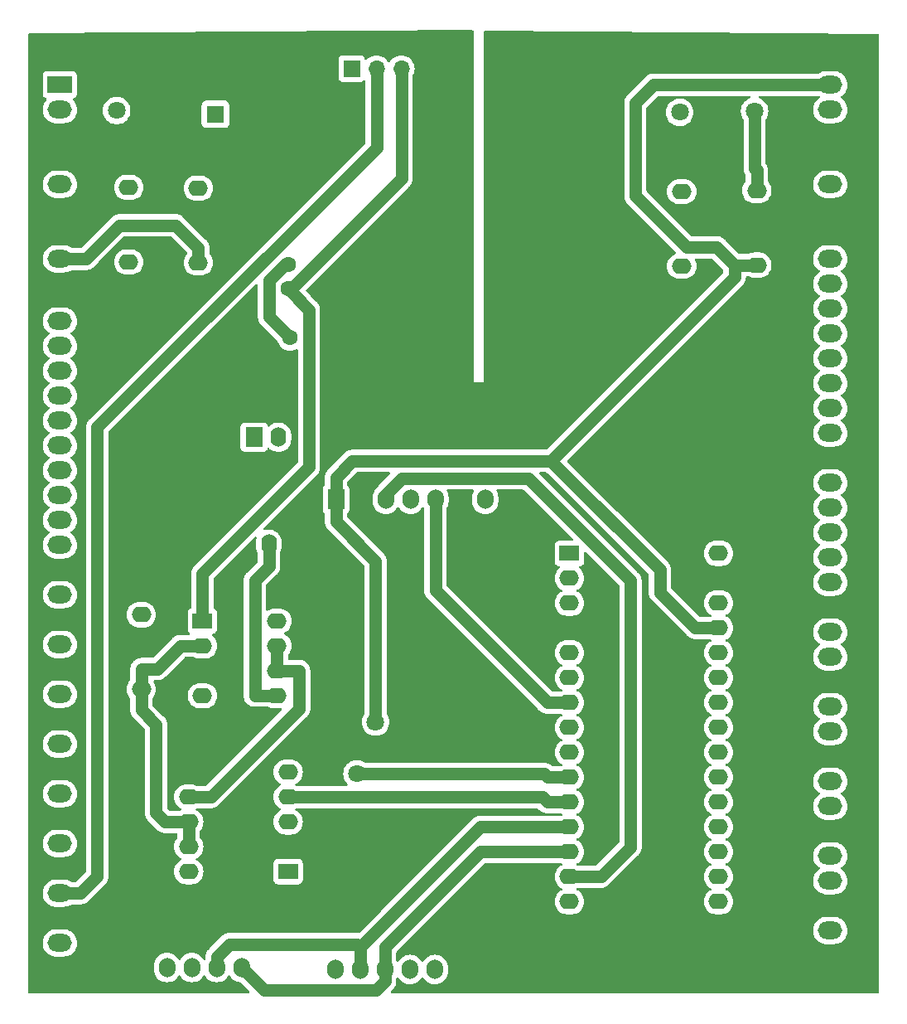
<source format=gtl>
G04 #@! TF.GenerationSoftware,KiCad,Pcbnew,7.0.11-7.0.11~ubuntu22.04.1*
G04 #@! TF.CreationDate,2024-05-31T20:39:41-03:00*
G04 #@! TF.ProjectId,Gerador_sinais_AD9833,47657261-646f-4725-9f73-696e6169735f,v04*
G04 #@! TF.SameCoordinates,Original*
G04 #@! TF.FileFunction,Copper,L1,Top*
G04 #@! TF.FilePolarity,Positive*
%FSLAX46Y46*%
G04 Gerber Fmt 4.6, Leading zero omitted, Abs format (unit mm)*
G04 Created by KiCad (PCBNEW 7.0.11-7.0.11~ubuntu22.04.1) date 2024-05-31 20:39:41*
%MOMM*%
%LPD*%
G01*
G04 APERTURE LIST*
G04 #@! TA.AperFunction,ComponentPad*
%ADD10O,2.000000X1.600000*%
G04 #@! TD*
G04 #@! TA.AperFunction,ComponentPad*
%ADD11R,2.000000X1.600000*%
G04 #@! TD*
G04 #@! TA.AperFunction,ComponentPad*
%ADD12O,1.600000X2.000000*%
G04 #@! TD*
G04 #@! TA.AperFunction,ComponentPad*
%ADD13R,1.800000X2.000000*%
G04 #@! TD*
G04 #@! TA.AperFunction,ComponentPad*
%ADD14R,1.800000X1.800000*%
G04 #@! TD*
G04 #@! TA.AperFunction,ComponentPad*
%ADD15C,1.800000*%
G04 #@! TD*
G04 #@! TA.AperFunction,ComponentPad*
%ADD16R,1.700000X2.000000*%
G04 #@! TD*
G04 #@! TA.AperFunction,ComponentPad*
%ADD17O,1.700000X2.000000*%
G04 #@! TD*
G04 #@! TA.AperFunction,ComponentPad*
%ADD18O,2.500000X1.800000*%
G04 #@! TD*
G04 #@! TA.AperFunction,ComponentPad*
%ADD19C,1.600000*%
G04 #@! TD*
G04 #@! TA.AperFunction,ComponentPad*
%ADD20O,1.600000X1.600000*%
G04 #@! TD*
G04 #@! TA.AperFunction,ComponentPad*
%ADD21R,2.500000X1.800000*%
G04 #@! TD*
G04 #@! TA.AperFunction,ComponentPad*
%ADD22R,1.700000X1.700000*%
G04 #@! TD*
G04 #@! TA.AperFunction,ComponentPad*
%ADD23O,1.700000X1.700000*%
G04 #@! TD*
G04 #@! TA.AperFunction,ViaPad*
%ADD24C,1.800000*%
G04 #@! TD*
G04 #@! TA.AperFunction,Conductor*
%ADD25C,1.270000*%
G04 #@! TD*
G04 APERTURE END LIST*
D10*
X170230000Y-75680000D03*
X170230000Y-68060000D03*
D11*
X158760000Y-105000000D03*
D10*
X158760000Y-107540000D03*
X158760000Y-110080000D03*
X158760000Y-112620000D03*
X158760000Y-115160000D03*
X158760000Y-117700000D03*
X158760000Y-120240000D03*
X158760000Y-122780000D03*
X158760000Y-125320000D03*
X158760000Y-127860000D03*
X158760000Y-130400000D03*
X158760000Y-132940000D03*
X158760000Y-135480000D03*
X158760000Y-138020000D03*
X158760000Y-140560000D03*
X174000000Y-140560000D03*
X174000000Y-138020000D03*
X174000000Y-135480000D03*
X174000000Y-132940000D03*
X174000000Y-130400000D03*
X174000000Y-127860000D03*
X174000000Y-125320000D03*
X174000000Y-122780000D03*
X174000000Y-120240000D03*
X174000000Y-117700000D03*
X174000000Y-115160000D03*
X174000000Y-112620000D03*
X174000000Y-110080000D03*
X174000000Y-107540000D03*
X174000000Y-105000000D03*
D12*
X128042000Y-104072000D03*
X133122000Y-104072000D03*
X129018000Y-93150000D03*
D13*
X126518000Y-93150000D03*
D14*
X122570000Y-60180000D03*
D15*
X120030000Y-60180000D03*
D16*
X134900000Y-99500000D03*
D17*
X137440000Y-99500000D03*
X139980000Y-99500000D03*
X142520000Y-99500000D03*
X145060000Y-99500000D03*
X147600000Y-99500000D03*
X150140000Y-99500000D03*
D14*
X180220000Y-59830000D03*
D15*
X177680000Y-59830000D03*
D10*
X113708000Y-75250000D03*
X113708000Y-67630000D03*
D11*
X130000000Y-137500000D03*
D10*
X130000000Y-134960000D03*
X130000000Y-132420000D03*
X130000000Y-129880000D03*
X130000000Y-127340000D03*
X119840000Y-127340000D03*
X119840000Y-129880000D03*
X119840000Y-132420000D03*
X119840000Y-134960000D03*
X119840000Y-137500000D03*
D18*
X185420000Y-57150000D03*
X185420000Y-59690000D03*
X185420000Y-62230000D03*
X185420000Y-64770000D03*
X185420000Y-67310000D03*
X185420000Y-69850000D03*
X185420000Y-72390000D03*
X185420000Y-74930000D03*
X185420000Y-77470000D03*
X185420000Y-80010000D03*
X185420000Y-82550000D03*
X185420000Y-85090000D03*
X185420000Y-87630000D03*
X185420000Y-90170000D03*
X185420000Y-92710000D03*
X185420000Y-95250000D03*
X185420000Y-97790000D03*
X185420000Y-100330000D03*
X185420000Y-102870000D03*
X185420000Y-105410000D03*
X185420000Y-107950000D03*
X185420000Y-110490000D03*
X185420000Y-113030000D03*
X185420000Y-115570000D03*
X185420000Y-118110000D03*
X185420000Y-120650000D03*
X185420000Y-123190000D03*
X185420000Y-125730000D03*
X185420000Y-128270000D03*
X185420000Y-130810000D03*
X185420000Y-133350000D03*
X185420000Y-135890000D03*
X185420000Y-138430000D03*
X185420000Y-140970000D03*
X185420000Y-143510000D03*
D16*
X147540000Y-147500000D03*
D17*
X145000000Y-147500000D03*
X142460000Y-147500000D03*
X139920000Y-147500000D03*
X137380000Y-147500000D03*
X134840000Y-147500000D03*
D14*
X172570000Y-59970000D03*
D15*
X170030000Y-59970000D03*
D10*
X120820000Y-75332000D03*
X120820000Y-67712000D03*
D19*
X130190000Y-83000000D03*
D20*
X137810000Y-83000000D03*
D21*
X106680000Y-57150000D03*
D18*
X106680000Y-59690000D03*
X106680000Y-62230000D03*
X106680000Y-64770000D03*
X106680000Y-67310000D03*
X106680000Y-69850000D03*
X106680000Y-72390000D03*
X106680000Y-74930000D03*
X106680000Y-81280000D03*
X106680000Y-83820000D03*
X106680000Y-86360000D03*
X106680000Y-88900000D03*
X106680000Y-91440000D03*
X106680000Y-93980000D03*
X106680000Y-96520000D03*
X106680000Y-99060000D03*
X106680000Y-101600000D03*
X106680000Y-104140000D03*
X106680000Y-106680000D03*
X106680000Y-109220000D03*
X106680000Y-111760000D03*
X106680000Y-114300000D03*
X106680000Y-116840000D03*
X106680000Y-119380000D03*
X106680000Y-121920000D03*
X106680000Y-124460000D03*
X106680000Y-127000000D03*
X106680000Y-129540000D03*
X106680000Y-132080000D03*
X106680000Y-134620000D03*
X106680000Y-137160000D03*
X106680000Y-139700000D03*
X106680000Y-142240000D03*
X106680000Y-144780000D03*
X106680000Y-147320000D03*
D14*
X115020000Y-59790000D03*
D15*
X112480000Y-59790000D03*
D19*
X130000000Y-78000000D03*
X130000000Y-75500000D03*
D10*
X115000000Y-118890000D03*
X115000000Y-111270000D03*
X177910000Y-75570000D03*
X177910000Y-67950000D03*
D17*
X125240000Y-147300000D03*
X122700000Y-147300000D03*
X120160000Y-147300000D03*
X117620000Y-147300000D03*
D16*
X115080000Y-147300000D03*
D11*
X121240000Y-111922000D03*
D10*
X121240000Y-114462000D03*
X121240000Y-117002000D03*
X121240000Y-119542000D03*
X128860000Y-119542000D03*
X128860000Y-117002000D03*
X128860000Y-114462000D03*
X128860000Y-111922000D03*
D22*
X136500000Y-55500000D03*
D23*
X139040000Y-55500000D03*
X141580000Y-55500000D03*
D24*
X138946000Y-122221000D03*
X137040300Y-127521900D03*
D25*
X118500000Y-71500000D02*
X120820000Y-73820000D01*
X109345100Y-74930000D02*
X112775100Y-71500000D01*
X106680000Y-74930000D02*
X109345100Y-74930000D01*
X120820000Y-73820000D02*
X120820000Y-75332000D01*
X112775100Y-71500000D02*
X118500000Y-71500000D01*
X173815000Y-73745000D02*
X175640000Y-75570000D01*
X177910000Y-75570000D02*
X175640000Y-75570000D01*
X136563300Y-95566700D02*
X134900000Y-97230000D01*
X134900000Y-99500000D02*
X134900000Y-101770000D01*
X138946000Y-105816000D02*
X138946000Y-122221000D01*
X174000000Y-112620000D02*
X171620000Y-112620000D01*
X134900000Y-101770000D02*
X138946000Y-105816000D01*
X170745000Y-73745000D02*
X173815000Y-73745000D01*
X134900000Y-99082900D02*
X134900000Y-99500000D01*
X156878300Y-95566700D02*
X136563300Y-95566700D01*
X167350000Y-57150000D02*
X165500000Y-59000000D01*
X165500000Y-59000000D02*
X165500000Y-68500000D01*
X175640000Y-76805000D02*
X156878300Y-95566700D01*
X165500000Y-68500000D02*
X170745000Y-73745000D01*
X168000000Y-106688400D02*
X156878300Y-95566700D01*
X134900000Y-99082900D02*
X134900000Y-97230000D01*
X185420000Y-57150000D02*
X167350000Y-57150000D01*
X175640000Y-75570000D02*
X175640000Y-76805000D01*
X171620000Y-112620000D02*
X168000000Y-109000000D01*
X168000000Y-109000000D02*
X168000000Y-106688400D01*
X145060000Y-108810000D02*
X156490000Y-120240000D01*
X145060000Y-99500000D02*
X145060000Y-108810000D01*
X158760000Y-120240000D02*
X156490000Y-120240000D01*
X158760000Y-127860000D02*
X156490000Y-127860000D01*
X156151900Y-127521900D02*
X156490000Y-127860000D01*
X137040300Y-127521900D02*
X156151900Y-127521900D01*
X155970000Y-129880000D02*
X156490000Y-130400000D01*
X130000000Y-129880000D02*
X155970000Y-129880000D01*
X158760000Y-130400000D02*
X156490000Y-130400000D01*
X124000000Y-144900000D02*
X137050000Y-144900000D01*
X122700000Y-146200000D02*
X124000000Y-144900000D01*
X140205000Y-142405000D02*
X149670000Y-132940000D01*
X137380000Y-145230000D02*
X140205000Y-142405000D01*
X137050000Y-144900000D02*
X137380000Y-145230000D01*
X137380000Y-147500000D02*
X137380000Y-145230000D01*
X149670000Y-132940000D02*
X158760000Y-132940000D01*
X122700000Y-147300000D02*
X122700000Y-146200000D01*
X149670000Y-135480000D02*
X158760000Y-135480000D01*
X139920000Y-145230000D02*
X149670000Y-135480000D01*
X139920000Y-147500000D02*
X139920000Y-145230000D01*
X127575000Y-149635000D02*
X125240000Y-147300000D01*
X139920000Y-148680000D02*
X138965000Y-149635000D01*
X138965000Y-149635000D02*
X127575000Y-149635000D01*
X139920000Y-147500000D02*
X139920000Y-148680000D01*
X139980000Y-99500000D02*
X139980000Y-98966100D01*
X165000000Y-135000000D02*
X161980000Y-138020000D01*
X165000000Y-107802400D02*
X165000000Y-135000000D01*
X139980000Y-98966100D02*
X141602900Y-97343200D01*
X154540800Y-97343200D02*
X165000000Y-107802400D01*
X141602900Y-97343200D02*
X154540800Y-97343200D01*
X161980000Y-138020000D02*
X158760000Y-138020000D01*
X126590000Y-119542000D02*
X126590000Y-107794000D01*
X128860000Y-119542000D02*
X126590000Y-119542000D01*
X126590000Y-107794000D02*
X128042000Y-106342000D01*
X128042000Y-104072000D02*
X128042000Y-106342000D01*
X121240000Y-111922000D02*
X121240000Y-107078000D01*
X132136000Y-80136000D02*
X130155000Y-78155000D01*
X141580000Y-66730000D02*
X130155000Y-78155000D01*
X132136000Y-96182000D02*
X132136000Y-80136000D01*
X141580000Y-55500000D02*
X141580000Y-66730000D01*
X130155000Y-78155000D02*
X130000000Y-78000000D01*
X121240000Y-107078000D02*
X132136000Y-96182000D01*
X128050700Y-80860700D02*
X130190000Y-83000000D01*
X128050700Y-77141500D02*
X128050700Y-80860700D01*
X130000000Y-75500000D02*
X129692200Y-75500000D01*
X129692200Y-75500000D02*
X128050700Y-77141500D01*
X139040000Y-55500000D02*
X139040000Y-63577800D01*
X139040000Y-63577800D02*
X110500000Y-92117800D01*
X108800000Y-139700000D02*
X106680000Y-139700000D01*
X110500000Y-92117800D02*
X110500000Y-138000000D01*
X110500000Y-138000000D02*
X108800000Y-139700000D01*
X177680000Y-59830000D02*
X177680000Y-65650000D01*
X177680000Y-65650000D02*
X177910000Y-65880000D01*
X177910000Y-67950000D02*
X177910000Y-65880000D01*
X116500000Y-122460000D02*
X115000000Y-120960000D01*
X119840000Y-132420000D02*
X118705000Y-132420000D01*
X116500000Y-131500000D02*
X116500000Y-122460000D01*
X119840000Y-134960000D02*
X119840000Y-132890000D01*
X121240000Y-114462000D02*
X118970000Y-114462000D01*
X118705000Y-132420000D02*
X117420000Y-132420000D01*
X117420000Y-132420000D02*
X116500000Y-131500000D01*
X115000000Y-120960000D02*
X115000000Y-118890000D01*
X116612000Y-116820000D02*
X118970000Y-114462000D01*
X115000000Y-118890000D02*
X115000000Y-116820000D01*
X115000000Y-116820000D02*
X116612000Y-116820000D01*
X131130000Y-117002000D02*
X131130000Y-120860000D01*
X128860000Y-114462000D02*
X128860000Y-117002000D01*
X131130000Y-120860000D02*
X122110000Y-129880000D01*
X128860000Y-117002000D02*
X131130000Y-117002000D01*
X119840000Y-129880000D02*
X122110000Y-129880000D01*
G04 #@! TA.AperFunction,Conductor*
G36*
X126735048Y-103291304D02*
G01*
X126790981Y-103333176D01*
X126815398Y-103398640D01*
X126811489Y-103439579D01*
X126756366Y-103645302D01*
X126756364Y-103645312D01*
X126741500Y-103815214D01*
X126741500Y-104328785D01*
X126756364Y-104498687D01*
X126756366Y-104498697D01*
X126815258Y-104718488D01*
X126815261Y-104718497D01*
X126840820Y-104773308D01*
X126889149Y-104876949D01*
X126894882Y-104889242D01*
X126906500Y-104941647D01*
X126906500Y-105820297D01*
X126886815Y-105887336D01*
X126870181Y-105907978D01*
X125861437Y-106916721D01*
X125845695Y-106930039D01*
X125843025Y-106931940D01*
X125843023Y-106931942D01*
X125778561Y-106999547D01*
X125776503Y-107001654D01*
X125748844Y-107029314D01*
X125748839Y-107029319D01*
X125743022Y-107036364D01*
X125737157Y-107042971D01*
X125693378Y-107088886D01*
X125693376Y-107088889D01*
X125675320Y-107116983D01*
X125666629Y-107128885D01*
X125645358Y-107154648D01*
X125614948Y-107210339D01*
X125610434Y-107217947D01*
X125576137Y-107271316D01*
X125563725Y-107302318D01*
X125557444Y-107315651D01*
X125541432Y-107344976D01*
X125541432Y-107344977D01*
X125522109Y-107405420D01*
X125519116Y-107413744D01*
X125495541Y-107472633D01*
X125495539Y-107472641D01*
X125489217Y-107505436D01*
X125485573Y-107519716D01*
X125475402Y-107551536D01*
X125467870Y-107614531D01*
X125466506Y-107623275D01*
X125454500Y-107685570D01*
X125454500Y-107718972D01*
X125453623Y-107733692D01*
X125449658Y-107766850D01*
X125449658Y-107766856D01*
X125454184Y-107830137D01*
X125454500Y-107838982D01*
X125454500Y-119451919D01*
X125453238Y-119469564D01*
X125450627Y-119487725D01*
X125454360Y-119566092D01*
X125454500Y-119571992D01*
X125454500Y-119596093D01*
X125456791Y-119620106D01*
X125457211Y-119625981D01*
X125460944Y-119704331D01*
X125460945Y-119704336D01*
X125465271Y-119722168D01*
X125468203Y-119739604D01*
X125469948Y-119757872D01*
X125480464Y-119793686D01*
X125492050Y-119833146D01*
X125493576Y-119838843D01*
X125512069Y-119915071D01*
X125512070Y-119915072D01*
X125519691Y-119931760D01*
X125525873Y-119948334D01*
X125531044Y-119965944D01*
X125531045Y-119965948D01*
X125566988Y-120035668D01*
X125569565Y-120040974D01*
X125602153Y-120112329D01*
X125612799Y-120127280D01*
X125622003Y-120142382D01*
X125630407Y-120158683D01*
X125630409Y-120158686D01*
X125678895Y-120220342D01*
X125682429Y-120225062D01*
X125727943Y-120288977D01*
X125735469Y-120296153D01*
X125741224Y-120301641D01*
X125753120Y-120314727D01*
X125764462Y-120329149D01*
X125764463Y-120329150D01*
X125823750Y-120380523D01*
X125828116Y-120384492D01*
X125884888Y-120438623D01*
X125892700Y-120443643D01*
X125900317Y-120448539D01*
X125914481Y-120459142D01*
X125928338Y-120471149D01*
X125928341Y-120471151D01*
X125928349Y-120471158D01*
X125996321Y-120510401D01*
X126001304Y-120513439D01*
X126067317Y-120555863D01*
X126072952Y-120558119D01*
X126084350Y-120562682D01*
X126100266Y-120570413D01*
X126116151Y-120579585D01*
X126190315Y-120605253D01*
X126195796Y-120607298D01*
X126268638Y-120636460D01*
X126268641Y-120636460D01*
X126268642Y-120636461D01*
X126281005Y-120638843D01*
X126286651Y-120639931D01*
X126303742Y-120644510D01*
X126321075Y-120650510D01*
X126321078Y-120650511D01*
X126398729Y-120661675D01*
X126404537Y-120662652D01*
X126441235Y-120669725D01*
X126481567Y-120677499D01*
X126481568Y-120677499D01*
X126481573Y-120677500D01*
X126499919Y-120677500D01*
X126517564Y-120678762D01*
X126520429Y-120679173D01*
X126535725Y-120681373D01*
X126614093Y-120677640D01*
X126619993Y-120677500D01*
X127990353Y-120677500D01*
X128042757Y-120689117D01*
X128213504Y-120768739D01*
X128433308Y-120827635D01*
X128603214Y-120842499D01*
X128603215Y-120842500D01*
X128603216Y-120842500D01*
X129116785Y-120842500D01*
X129116785Y-120842499D01*
X129243003Y-120831457D01*
X129311503Y-120845223D01*
X129361686Y-120893839D01*
X129377620Y-120961867D01*
X129354245Y-121027711D01*
X129341492Y-121042666D01*
X121675979Y-128708181D01*
X121614656Y-128741666D01*
X121588298Y-128744500D01*
X120709647Y-128744500D01*
X120657242Y-128732882D01*
X120486497Y-128653261D01*
X120486488Y-128653258D01*
X120266697Y-128594366D01*
X120266687Y-128594364D01*
X120096785Y-128579500D01*
X120096784Y-128579500D01*
X119583216Y-128579500D01*
X119583215Y-128579500D01*
X119413312Y-128594364D01*
X119413302Y-128594366D01*
X119193511Y-128653258D01*
X119193502Y-128653261D01*
X118987267Y-128749431D01*
X118987265Y-128749432D01*
X118800858Y-128879954D01*
X118639954Y-129040858D01*
X118509432Y-129227265D01*
X118509431Y-129227267D01*
X118413261Y-129433502D01*
X118413258Y-129433511D01*
X118354366Y-129653302D01*
X118354364Y-129653313D01*
X118334532Y-129879998D01*
X118334532Y-129880001D01*
X118354364Y-130106686D01*
X118354366Y-130106697D01*
X118413258Y-130326488D01*
X118413261Y-130326497D01*
X118509431Y-130532732D01*
X118509432Y-130532734D01*
X118639954Y-130719141D01*
X118800858Y-130880045D01*
X118800861Y-130880047D01*
X118987266Y-131010568D01*
X119045273Y-131037617D01*
X119097713Y-131083789D01*
X119116865Y-131150982D01*
X119096650Y-131217864D01*
X119045280Y-131262378D01*
X119022764Y-131272879D01*
X118970353Y-131284500D01*
X117941702Y-131284500D01*
X117874663Y-131264815D01*
X117854021Y-131248181D01*
X117671819Y-131065979D01*
X117638334Y-131004656D01*
X117635500Y-130978298D01*
X117635500Y-122565162D01*
X117637218Y-122544595D01*
X117637757Y-122541385D01*
X117637759Y-122541374D01*
X117635535Y-122447969D01*
X117635500Y-122445018D01*
X117635500Y-122405918D01*
X117635500Y-122405909D01*
X117634633Y-122396837D01*
X117634107Y-122388015D01*
X117632597Y-122324581D01*
X117625499Y-122291954D01*
X117623228Y-122277395D01*
X117620052Y-122244128D01*
X117602168Y-122183224D01*
X117599987Y-122174681D01*
X117586502Y-122112683D01*
X117586500Y-122112678D01*
X117586500Y-122112676D01*
X117573356Y-122081984D01*
X117568368Y-122068112D01*
X117558957Y-122036058D01*
X117529871Y-121979640D01*
X117526120Y-121971680D01*
X117501137Y-121913337D01*
X117482410Y-121885668D01*
X117474893Y-121872998D01*
X117470466Y-121864411D01*
X117459588Y-121843310D01*
X117433315Y-121809901D01*
X117420376Y-121793447D01*
X117415158Y-121786301D01*
X117379592Y-121733753D01*
X117379586Y-121733746D01*
X117355971Y-121710131D01*
X117346181Y-121699101D01*
X117325538Y-121672851D01*
X117284936Y-121637669D01*
X117277587Y-121631301D01*
X117271109Y-121625269D01*
X116171819Y-120525979D01*
X116138334Y-120464656D01*
X116135500Y-120438298D01*
X116135500Y-119845048D01*
X116155185Y-119778009D01*
X116171815Y-119757370D01*
X116200047Y-119729139D01*
X116330568Y-119542734D01*
X116330910Y-119542001D01*
X119734532Y-119542001D01*
X119754364Y-119768686D01*
X119754366Y-119768697D01*
X119813258Y-119988488D01*
X119813261Y-119988497D01*
X119909431Y-120194732D01*
X119909432Y-120194734D01*
X120039954Y-120381141D01*
X120200858Y-120542045D01*
X120200861Y-120542047D01*
X120387266Y-120672568D01*
X120593504Y-120768739D01*
X120813308Y-120827635D01*
X120983214Y-120842499D01*
X120983215Y-120842500D01*
X120983216Y-120842500D01*
X121496785Y-120842500D01*
X121496785Y-120842499D01*
X121666692Y-120827635D01*
X121886496Y-120768739D01*
X122092734Y-120672568D01*
X122279139Y-120542047D01*
X122440047Y-120381139D01*
X122570568Y-120194734D01*
X122666739Y-119988496D01*
X122725635Y-119768692D01*
X122745468Y-119542000D01*
X122725635Y-119315308D01*
X122670470Y-119109429D01*
X122666741Y-119095511D01*
X122666738Y-119095502D01*
X122639861Y-119037864D01*
X122570568Y-118889266D01*
X122440047Y-118702861D01*
X122440045Y-118702858D01*
X122279141Y-118541954D01*
X122092734Y-118411432D01*
X122092732Y-118411431D01*
X121886497Y-118315261D01*
X121886488Y-118315258D01*
X121666697Y-118256366D01*
X121666687Y-118256364D01*
X121496785Y-118241500D01*
X121496784Y-118241500D01*
X120983216Y-118241500D01*
X120983215Y-118241500D01*
X120813312Y-118256364D01*
X120813302Y-118256366D01*
X120593511Y-118315258D01*
X120593502Y-118315261D01*
X120387267Y-118411431D01*
X120387265Y-118411432D01*
X120200858Y-118541954D01*
X120039954Y-118702858D01*
X119909432Y-118889265D01*
X119909431Y-118889267D01*
X119813261Y-119095502D01*
X119813258Y-119095511D01*
X119754366Y-119315302D01*
X119754364Y-119315313D01*
X119734532Y-119541998D01*
X119734532Y-119542001D01*
X116330910Y-119542001D01*
X116426739Y-119336496D01*
X116485635Y-119116692D01*
X116505468Y-118890000D01*
X116485635Y-118663308D01*
X116426739Y-118443504D01*
X116330568Y-118237266D01*
X116269899Y-118150621D01*
X116247573Y-118084417D01*
X116264583Y-118016650D01*
X116315531Y-117968837D01*
X116371475Y-117955500D01*
X116506838Y-117955500D01*
X116527402Y-117957216D01*
X116530626Y-117957759D01*
X116624048Y-117955535D01*
X116626998Y-117955500D01*
X116666082Y-117955500D01*
X116666091Y-117955500D01*
X116675156Y-117954634D01*
X116683972Y-117954108D01*
X116747419Y-117952598D01*
X116780048Y-117945499D01*
X116794618Y-117943228D01*
X116813171Y-117941455D01*
X116827872Y-117940052D01*
X116888774Y-117922168D01*
X116897303Y-117919992D01*
X116959317Y-117906502D01*
X116990012Y-117893356D01*
X117003884Y-117888369D01*
X117035942Y-117878957D01*
X117092343Y-117849878D01*
X117100350Y-117846107D01*
X117158663Y-117821137D01*
X117186322Y-117802416D01*
X117199003Y-117794891D01*
X117228690Y-117779588D01*
X117278575Y-117740356D01*
X117285687Y-117735163D01*
X117338250Y-117699589D01*
X117361874Y-117675963D01*
X117372899Y-117666180D01*
X117399146Y-117645540D01*
X117399149Y-117645538D01*
X117440704Y-117597579D01*
X117446723Y-117591114D01*
X119404020Y-115633819D01*
X119465343Y-115600334D01*
X119491701Y-115597500D01*
X120370353Y-115597500D01*
X120422757Y-115609117D01*
X120593504Y-115688739D01*
X120593509Y-115688740D01*
X120593511Y-115688741D01*
X120625682Y-115697361D01*
X120813308Y-115747635D01*
X120983214Y-115762499D01*
X120983215Y-115762500D01*
X120983216Y-115762500D01*
X121496785Y-115762500D01*
X121496785Y-115762499D01*
X121666692Y-115747635D01*
X121886496Y-115688739D01*
X122092734Y-115592568D01*
X122279139Y-115462047D01*
X122440047Y-115301139D01*
X122570568Y-115114734D01*
X122666739Y-114908496D01*
X122725635Y-114688692D01*
X122745468Y-114462000D01*
X122725635Y-114235308D01*
X122674577Y-114044755D01*
X122666741Y-114015511D01*
X122666738Y-114015502D01*
X122639862Y-113957867D01*
X122570568Y-113809266D01*
X122456439Y-113646272D01*
X122440045Y-113622858D01*
X122279143Y-113461956D01*
X122277583Y-113460864D01*
X122254535Y-113444725D01*
X122210912Y-113390149D01*
X122203719Y-113320650D01*
X122235241Y-113258296D01*
X122295471Y-113222882D01*
X122312404Y-113219861D01*
X122347483Y-113216091D01*
X122482331Y-113165796D01*
X122597546Y-113079546D01*
X122683796Y-112964331D01*
X122734091Y-112829483D01*
X122740500Y-112769873D01*
X122740499Y-111074128D01*
X122734091Y-111014517D01*
X122699567Y-110921954D01*
X122683797Y-110879671D01*
X122683793Y-110879664D01*
X122597547Y-110764455D01*
X122597544Y-110764452D01*
X122482334Y-110678205D01*
X122456164Y-110668444D01*
X122400231Y-110626571D01*
X122375816Y-110561106D01*
X122375500Y-110552263D01*
X122375500Y-107599701D01*
X122395185Y-107532662D01*
X122411819Y-107512020D01*
X124503050Y-105420789D01*
X126604035Y-103319803D01*
X126665356Y-103286320D01*
X126735048Y-103291304D01*
G37*
G04 #@! TD.AperFunction*
G04 #@! TA.AperFunction,Conductor*
G36*
X148918021Y-51609996D02*
G01*
X148964169Y-51662458D01*
X148975762Y-51714671D01*
X149015624Y-87539882D01*
X150020000Y-87520000D01*
X149990104Y-51755057D01*
X150009733Y-51688003D01*
X150062498Y-51642204D01*
X150115054Y-51630959D01*
X190272576Y-51938938D01*
X190339461Y-51959136D01*
X190384810Y-52012289D01*
X190395624Y-52062934D01*
X190395624Y-149815766D01*
X190375939Y-149882805D01*
X190323135Y-149928560D01*
X190271509Y-149939766D01*
X150720352Y-149903000D01*
X147365624Y-149899882D01*
X147365567Y-149899882D01*
X146244519Y-149899882D01*
X146243395Y-149900117D01*
X140599960Y-149905354D01*
X140532902Y-149885732D01*
X140487098Y-149832970D01*
X140477091Y-149763821D01*
X140506057Y-149700238D01*
X140512126Y-149693712D01*
X140648570Y-149557268D01*
X140664317Y-149543950D01*
X140666977Y-149542057D01*
X140731478Y-149474408D01*
X140733501Y-149472338D01*
X140761163Y-149444677D01*
X140761163Y-149444676D01*
X140761168Y-149444672D01*
X140766973Y-149437639D01*
X140772835Y-149431034D01*
X140816623Y-149385112D01*
X140834684Y-149357007D01*
X140843371Y-149345112D01*
X140864639Y-149319354D01*
X140864641Y-149319352D01*
X140895054Y-149263652D01*
X140899557Y-149256061D01*
X140933863Y-149202683D01*
X140946277Y-149171672D01*
X140952553Y-149158351D01*
X140968568Y-149129023D01*
X140987889Y-149068578D01*
X140990883Y-149060252D01*
X141014456Y-149001373D01*
X141014456Y-149001370D01*
X141014460Y-149001362D01*
X141020784Y-148968547D01*
X141024423Y-148954290D01*
X141034597Y-148922465D01*
X141042129Y-148859461D01*
X141043485Y-148850759D01*
X141055500Y-148788427D01*
X141055500Y-148755026D01*
X141056377Y-148740305D01*
X141058338Y-148723903D01*
X141060342Y-148707145D01*
X141055816Y-148643861D01*
X141055500Y-148635016D01*
X141055500Y-148421959D01*
X141075185Y-148354920D01*
X141077924Y-148350837D01*
X141088425Y-148335839D01*
X141143000Y-148292215D01*
X141212499Y-148285021D01*
X141274854Y-148316543D01*
X141291571Y-148335836D01*
X141421505Y-148521401D01*
X141588599Y-148688495D01*
X141615234Y-148707145D01*
X141782165Y-148824032D01*
X141782167Y-148824033D01*
X141782170Y-148824035D01*
X141996337Y-148923903D01*
X142224592Y-148985063D01*
X142410886Y-149001362D01*
X142459999Y-149005659D01*
X142460000Y-149005659D01*
X142460001Y-149005659D01*
X142509114Y-149001362D01*
X142695408Y-148985063D01*
X142923663Y-148923903D01*
X143137829Y-148824035D01*
X143331401Y-148688495D01*
X143498495Y-148521401D01*
X143628426Y-148335838D01*
X143683001Y-148292215D01*
X143752500Y-148285021D01*
X143814855Y-148316543D01*
X143831571Y-148335836D01*
X143961505Y-148521401D01*
X144128599Y-148688495D01*
X144155234Y-148707145D01*
X144322165Y-148824032D01*
X144322167Y-148824033D01*
X144322170Y-148824035D01*
X144536337Y-148923903D01*
X144764592Y-148985063D01*
X144950886Y-149001362D01*
X144999999Y-149005659D01*
X145000000Y-149005659D01*
X145000001Y-149005659D01*
X145049114Y-149001362D01*
X145235408Y-148985063D01*
X145463663Y-148923903D01*
X145677829Y-148824035D01*
X145871401Y-148688495D01*
X146038495Y-148521401D01*
X146174035Y-148327829D01*
X146273903Y-148113663D01*
X146335063Y-147885408D01*
X146350500Y-147708966D01*
X146350500Y-147291034D01*
X146335063Y-147114592D01*
X146273903Y-146886337D01*
X146174035Y-146672171D01*
X146168425Y-146664158D01*
X146038494Y-146478597D01*
X145871402Y-146311506D01*
X145871395Y-146311501D01*
X145677834Y-146175967D01*
X145677830Y-146175965D01*
X145655060Y-146165347D01*
X145463663Y-146076097D01*
X145463659Y-146076096D01*
X145463655Y-146076094D01*
X145235413Y-146014938D01*
X145235403Y-146014936D01*
X145000001Y-145994341D01*
X144999999Y-145994341D01*
X144764596Y-146014936D01*
X144764586Y-146014938D01*
X144536344Y-146076094D01*
X144536335Y-146076098D01*
X144322171Y-146175964D01*
X144322169Y-146175965D01*
X144128597Y-146311505D01*
X143961505Y-146478597D01*
X143831575Y-146664158D01*
X143776998Y-146707783D01*
X143707500Y-146714977D01*
X143645145Y-146683454D01*
X143628425Y-146664158D01*
X143498494Y-146478597D01*
X143331402Y-146311506D01*
X143331395Y-146311501D01*
X143137834Y-146175967D01*
X143137830Y-146175965D01*
X143115060Y-146165347D01*
X142923663Y-146076097D01*
X142923659Y-146076096D01*
X142923655Y-146076094D01*
X142695413Y-146014938D01*
X142695403Y-146014936D01*
X142460001Y-145994341D01*
X142459999Y-145994341D01*
X142224596Y-146014936D01*
X142224586Y-146014938D01*
X141996344Y-146076094D01*
X141996335Y-146076098D01*
X141782171Y-146175964D01*
X141782169Y-146175965D01*
X141588597Y-146311505D01*
X141421508Y-146478594D01*
X141291574Y-146664160D01*
X141236997Y-146707784D01*
X141167498Y-146714977D01*
X141105144Y-146683455D01*
X141088427Y-146664162D01*
X141077920Y-146649157D01*
X141055597Y-146582950D01*
X141055500Y-146578040D01*
X141055500Y-145751701D01*
X141075185Y-145684662D01*
X141091819Y-145664020D01*
X143305493Y-143450346D01*
X183665702Y-143450346D01*
X183675819Y-143688528D01*
X183675819Y-143688532D01*
X183726045Y-143921580D01*
X183787478Y-144074459D01*
X183814936Y-144142790D01*
X183939931Y-144345795D01*
X184097436Y-144524755D01*
X184282920Y-144674523D01*
X184491046Y-144790790D01*
X184715829Y-144870211D01*
X184950790Y-144910499D01*
X184950798Y-144910499D01*
X184950800Y-144910500D01*
X184950801Y-144910500D01*
X185829496Y-144910500D01*
X185829497Y-144910500D01*
X185829498Y-144910499D01*
X185829515Y-144910499D01*
X186007536Y-144895347D01*
X186007539Y-144895346D01*
X186007541Y-144895346D01*
X186238249Y-144835275D01*
X186370973Y-144775279D01*
X186455480Y-144737080D01*
X186455481Y-144737078D01*
X186455486Y-144737077D01*
X186653003Y-144603579D01*
X186825118Y-144438621D01*
X186966879Y-144246947D01*
X187074207Y-144034074D01*
X187144016Y-143806123D01*
X187174298Y-143569654D01*
X187164180Y-143331468D01*
X187113954Y-143098419D01*
X187025064Y-142877210D01*
X186900069Y-142674205D01*
X186742564Y-142495245D01*
X186557080Y-142345477D01*
X186443130Y-142281820D01*
X186348955Y-142229210D01*
X186124170Y-142149788D01*
X185889209Y-142109500D01*
X185889200Y-142109500D01*
X185010503Y-142109500D01*
X185010484Y-142109500D01*
X184832463Y-142124652D01*
X184601751Y-142184724D01*
X184384519Y-142282919D01*
X184384511Y-142282924D01*
X184187006Y-142416413D01*
X184186997Y-142416421D01*
X184014881Y-142581379D01*
X183873123Y-142773050D01*
X183873120Y-142773054D01*
X183765796Y-142985920D01*
X183765793Y-142985926D01*
X183695983Y-143213878D01*
X183665702Y-143450346D01*
X143305493Y-143450346D01*
X150104021Y-136651819D01*
X150165344Y-136618334D01*
X150191702Y-136615500D01*
X157890353Y-136615500D01*
X157942760Y-136627119D01*
X157965276Y-136637619D01*
X158017714Y-136683793D01*
X158036865Y-136750987D01*
X158016648Y-136817867D01*
X157965275Y-136862381D01*
X157907268Y-136889431D01*
X157907264Y-136889433D01*
X157720858Y-137019954D01*
X157559954Y-137180858D01*
X157429432Y-137367265D01*
X157429431Y-137367267D01*
X157333261Y-137573502D01*
X157333258Y-137573511D01*
X157274366Y-137793302D01*
X157274364Y-137793313D01*
X157254532Y-138019998D01*
X157254532Y-138020001D01*
X157274364Y-138246686D01*
X157274366Y-138246697D01*
X157333258Y-138466488D01*
X157333261Y-138466497D01*
X157429431Y-138672732D01*
X157429432Y-138672734D01*
X157559954Y-138859141D01*
X157720858Y-139020045D01*
X157720861Y-139020047D01*
X157907266Y-139150568D01*
X157965275Y-139177618D01*
X158017714Y-139223791D01*
X158036866Y-139290984D01*
X158016650Y-139357865D01*
X157965275Y-139402381D01*
X157948272Y-139410310D01*
X157907267Y-139429431D01*
X157907265Y-139429432D01*
X157720858Y-139559954D01*
X157559954Y-139720858D01*
X157429432Y-139907265D01*
X157429431Y-139907267D01*
X157333261Y-140113502D01*
X157333258Y-140113511D01*
X157274366Y-140333302D01*
X157274364Y-140333313D01*
X157254532Y-140559998D01*
X157254532Y-140560001D01*
X157274364Y-140786686D01*
X157274366Y-140786697D01*
X157333258Y-141006488D01*
X157333261Y-141006497D01*
X157429431Y-141212732D01*
X157429432Y-141212734D01*
X157559954Y-141399141D01*
X157720858Y-141560045D01*
X157720861Y-141560047D01*
X157907266Y-141690568D01*
X158113504Y-141786739D01*
X158333308Y-141845635D01*
X158503214Y-141860499D01*
X158503215Y-141860500D01*
X158503216Y-141860500D01*
X159016785Y-141860500D01*
X159016785Y-141860499D01*
X159186692Y-141845635D01*
X159406496Y-141786739D01*
X159612734Y-141690568D01*
X159799139Y-141560047D01*
X159960047Y-141399139D01*
X160090568Y-141212734D01*
X160186739Y-141006496D01*
X160245635Y-140786692D01*
X160265468Y-140560000D01*
X160263350Y-140535796D01*
X160245635Y-140333313D01*
X160245635Y-140333308D01*
X160186739Y-140113504D01*
X160090568Y-139907266D01*
X159960047Y-139720861D01*
X159960045Y-139720858D01*
X159799141Y-139559954D01*
X159612734Y-139429432D01*
X159612732Y-139429431D01*
X159599192Y-139423117D01*
X159554724Y-139402381D01*
X159502286Y-139356209D01*
X159483134Y-139289016D01*
X159503350Y-139222135D01*
X159554725Y-139177618D01*
X159577242Y-139167117D01*
X159629647Y-139155500D01*
X161874838Y-139155500D01*
X161895402Y-139157216D01*
X161898626Y-139157759D01*
X161992048Y-139155535D01*
X161994998Y-139155500D01*
X162034082Y-139155500D01*
X162034091Y-139155500D01*
X162043156Y-139154634D01*
X162051972Y-139154108D01*
X162115419Y-139152598D01*
X162148048Y-139145499D01*
X162162618Y-139143228D01*
X162181171Y-139141455D01*
X162195872Y-139140052D01*
X162256774Y-139122168D01*
X162265303Y-139119992D01*
X162327317Y-139106502D01*
X162358012Y-139093356D01*
X162371884Y-139088369D01*
X162403942Y-139078957D01*
X162460343Y-139049878D01*
X162468350Y-139046107D01*
X162526663Y-139021137D01*
X162554322Y-139002416D01*
X162567003Y-138994891D01*
X162596690Y-138979588D01*
X162646575Y-138940356D01*
X162653687Y-138935163D01*
X162706250Y-138899589D01*
X162729874Y-138875963D01*
X162740899Y-138866180D01*
X162746143Y-138862057D01*
X162767149Y-138845538D01*
X162808717Y-138797564D01*
X162814722Y-138791115D01*
X165728564Y-135877274D01*
X165744317Y-135863950D01*
X165746977Y-135862057D01*
X165811478Y-135794408D01*
X165813501Y-135792338D01*
X165841163Y-135764677D01*
X165841163Y-135764676D01*
X165841168Y-135764672D01*
X165846973Y-135757639D01*
X165852835Y-135751034D01*
X165896623Y-135705112D01*
X165914684Y-135677007D01*
X165923371Y-135665112D01*
X165944639Y-135639354D01*
X165944641Y-135639352D01*
X165975054Y-135583652D01*
X165979557Y-135576061D01*
X166013863Y-135522683D01*
X166026277Y-135491672D01*
X166032553Y-135478351D01*
X166048568Y-135449023D01*
X166067889Y-135388578D01*
X166070883Y-135380252D01*
X166094456Y-135321373D01*
X166094456Y-135321370D01*
X166094460Y-135321362D01*
X166100784Y-135288547D01*
X166104423Y-135274290D01*
X166114597Y-135242465D01*
X166122129Y-135179461D01*
X166123485Y-135170759D01*
X166135500Y-135108427D01*
X166135500Y-135075026D01*
X166136377Y-135060305D01*
X166140342Y-135027145D01*
X166135816Y-134963861D01*
X166135500Y-134955016D01*
X166135500Y-107907562D01*
X166137218Y-107886995D01*
X166137757Y-107883785D01*
X166137759Y-107883774D01*
X166135535Y-107790369D01*
X166135500Y-107787418D01*
X166135500Y-107748318D01*
X166135500Y-107748309D01*
X166134633Y-107739237D01*
X166134107Y-107730415D01*
X166132597Y-107666981D01*
X166125499Y-107634354D01*
X166123228Y-107619795D01*
X166120052Y-107586528D01*
X166102168Y-107525624D01*
X166099987Y-107517081D01*
X166086502Y-107455083D01*
X166086500Y-107455078D01*
X166086500Y-107455076D01*
X166073356Y-107424384D01*
X166068368Y-107410512D01*
X166058957Y-107378458D01*
X166029871Y-107322040D01*
X166026120Y-107314080D01*
X166001137Y-107255737D01*
X165982410Y-107228068D01*
X165974893Y-107215398D01*
X165973684Y-107213053D01*
X165959588Y-107185710D01*
X165920376Y-107135847D01*
X165915158Y-107128701D01*
X165879592Y-107076153D01*
X165879586Y-107076146D01*
X165855971Y-107052531D01*
X165846181Y-107041501D01*
X165825538Y-107015251D01*
X165777587Y-106973701D01*
X165771109Y-106967669D01*
X155717321Y-96913881D01*
X155683836Y-96852558D01*
X155688820Y-96782866D01*
X155730692Y-96726933D01*
X155796156Y-96702516D01*
X155805002Y-96702200D01*
X156356599Y-96702200D01*
X156423638Y-96721885D01*
X156444280Y-96738519D01*
X166828181Y-107122420D01*
X166861666Y-107183743D01*
X166864500Y-107210101D01*
X166864500Y-108894838D01*
X166862783Y-108915403D01*
X166862241Y-108918621D01*
X166862241Y-108918625D01*
X166864465Y-109012047D01*
X166864500Y-109014997D01*
X166864500Y-109054091D01*
X166865366Y-109063161D01*
X166865891Y-109071984D01*
X166867402Y-109135420D01*
X166874501Y-109168057D01*
X166876772Y-109182623D01*
X166879946Y-109215864D01*
X166879947Y-109215867D01*
X166879947Y-109215869D01*
X166879948Y-109215872D01*
X166897390Y-109275275D01*
X166897822Y-109276746D01*
X166900010Y-109285318D01*
X166913498Y-109347317D01*
X166913499Y-109347319D01*
X166926644Y-109378016D01*
X166931631Y-109391891D01*
X166941043Y-109423942D01*
X166968165Y-109476551D01*
X166970114Y-109480331D01*
X166973886Y-109488338D01*
X166998860Y-109546658D01*
X166998862Y-109546660D01*
X166998863Y-109546663D01*
X167007795Y-109559860D01*
X167017582Y-109574320D01*
X167025106Y-109587001D01*
X167040412Y-109616690D01*
X167079631Y-109666561D01*
X167084844Y-109673700D01*
X167120411Y-109726250D01*
X167120414Y-109726253D01*
X167144021Y-109749860D01*
X167153810Y-109760888D01*
X167174463Y-109787150D01*
X167222418Y-109828703D01*
X167228896Y-109834735D01*
X170742720Y-113348560D01*
X170756044Y-113364311D01*
X170757943Y-113366977D01*
X170825566Y-113431455D01*
X170827636Y-113433476D01*
X170853299Y-113459139D01*
X170855327Y-113461167D01*
X170855340Y-113461178D01*
X170862350Y-113466966D01*
X170868977Y-113472847D01*
X170914888Y-113516623D01*
X170942986Y-113534680D01*
X170954875Y-113543361D01*
X170980648Y-113564641D01*
X171036342Y-113595052D01*
X171043940Y-113599560D01*
X171097317Y-113633863D01*
X171128326Y-113646277D01*
X171141656Y-113652558D01*
X171170972Y-113668566D01*
X171170976Y-113668567D01*
X171170977Y-113668568D01*
X171231430Y-113687892D01*
X171239731Y-113690877D01*
X171298638Y-113714460D01*
X171331434Y-113720780D01*
X171345721Y-113724427D01*
X171377534Y-113734597D01*
X171377536Y-113734597D01*
X171377539Y-113734598D01*
X171406408Y-113738049D01*
X171440534Y-113742129D01*
X171449244Y-113743486D01*
X171511573Y-113755500D01*
X171544972Y-113755500D01*
X171559692Y-113756377D01*
X171564032Y-113756895D01*
X171592855Y-113760342D01*
X171656138Y-113755816D01*
X171664983Y-113755500D01*
X173130353Y-113755500D01*
X173182760Y-113767119D01*
X173205276Y-113777619D01*
X173257714Y-113823793D01*
X173276865Y-113890987D01*
X173256648Y-113957867D01*
X173205275Y-114002381D01*
X173147268Y-114029431D01*
X173147264Y-114029433D01*
X172960858Y-114159954D01*
X172799954Y-114320858D01*
X172669432Y-114507265D01*
X172669431Y-114507267D01*
X172573261Y-114713502D01*
X172573258Y-114713511D01*
X172514366Y-114933302D01*
X172514364Y-114933313D01*
X172494532Y-115159998D01*
X172494532Y-115160001D01*
X172514364Y-115386686D01*
X172514366Y-115386697D01*
X172573258Y-115606488D01*
X172573261Y-115606497D01*
X172669431Y-115812732D01*
X172669432Y-115812734D01*
X172799954Y-115999141D01*
X172960858Y-116160045D01*
X172960861Y-116160047D01*
X173147266Y-116290568D01*
X173198275Y-116314354D01*
X173205275Y-116317618D01*
X173257714Y-116363791D01*
X173276866Y-116430984D01*
X173256650Y-116497865D01*
X173205275Y-116542382D01*
X173147267Y-116569431D01*
X173147265Y-116569432D01*
X172960858Y-116699954D01*
X172799954Y-116860858D01*
X172669432Y-117047265D01*
X172669431Y-117047267D01*
X172573261Y-117253502D01*
X172573258Y-117253511D01*
X172514366Y-117473302D01*
X172514364Y-117473313D01*
X172494532Y-117699998D01*
X172494532Y-117700001D01*
X172514364Y-117926686D01*
X172514366Y-117926697D01*
X172573258Y-118146488D01*
X172573261Y-118146497D01*
X172669431Y-118352732D01*
X172669432Y-118352734D01*
X172799954Y-118539141D01*
X172960858Y-118700045D01*
X172964880Y-118702861D01*
X173147266Y-118830568D01*
X173205275Y-118857618D01*
X173257714Y-118903791D01*
X173276866Y-118970984D01*
X173256650Y-119037865D01*
X173205275Y-119082381D01*
X173200057Y-119084815D01*
X173147267Y-119109431D01*
X173147265Y-119109432D01*
X172960858Y-119239954D01*
X172799954Y-119400858D01*
X172669432Y-119587265D01*
X172669431Y-119587267D01*
X172573261Y-119793502D01*
X172573258Y-119793511D01*
X172514366Y-120013302D01*
X172514364Y-120013313D01*
X172494532Y-120239998D01*
X172494532Y-120240001D01*
X172514364Y-120466686D01*
X172514366Y-120466697D01*
X172573258Y-120686488D01*
X172573261Y-120686497D01*
X172669431Y-120892732D01*
X172669432Y-120892734D01*
X172799954Y-121079141D01*
X172960858Y-121240045D01*
X173002239Y-121269020D01*
X173147266Y-121370568D01*
X173205275Y-121397618D01*
X173257714Y-121443791D01*
X173276866Y-121510984D01*
X173256650Y-121577865D01*
X173205275Y-121622381D01*
X173196334Y-121626551D01*
X173147267Y-121649431D01*
X173147265Y-121649432D01*
X172960858Y-121779954D01*
X172799954Y-121940858D01*
X172669432Y-122127265D01*
X172669431Y-122127267D01*
X172573261Y-122333502D01*
X172573258Y-122333511D01*
X172514366Y-122553302D01*
X172514364Y-122553313D01*
X172494532Y-122779998D01*
X172494532Y-122780001D01*
X172514364Y-123006686D01*
X172514366Y-123006697D01*
X172573258Y-123226488D01*
X172573261Y-123226497D01*
X172669431Y-123432732D01*
X172669432Y-123432734D01*
X172799954Y-123619141D01*
X172960858Y-123780045D01*
X172960861Y-123780047D01*
X173147266Y-123910568D01*
X173205275Y-123937618D01*
X173257714Y-123983791D01*
X173276866Y-124050984D01*
X173256650Y-124117865D01*
X173205275Y-124162381D01*
X173188272Y-124170310D01*
X173147267Y-124189431D01*
X173147265Y-124189432D01*
X172960858Y-124319954D01*
X172799954Y-124480858D01*
X172669432Y-124667265D01*
X172669431Y-124667267D01*
X172573261Y-124873502D01*
X172573258Y-124873511D01*
X172514366Y-125093302D01*
X172514364Y-125093313D01*
X172494532Y-125319998D01*
X172494532Y-125320001D01*
X172514364Y-125546686D01*
X172514366Y-125546697D01*
X172573258Y-125766488D01*
X172573261Y-125766497D01*
X172669431Y-125972732D01*
X172669432Y-125972734D01*
X172799954Y-126159141D01*
X172960858Y-126320045D01*
X172960861Y-126320047D01*
X173147266Y-126450568D01*
X173205275Y-126477618D01*
X173257714Y-126523791D01*
X173276866Y-126590984D01*
X173256650Y-126657865D01*
X173205275Y-126702382D01*
X173147267Y-126729431D01*
X173147265Y-126729432D01*
X172960858Y-126859954D01*
X172799954Y-127020858D01*
X172669432Y-127207265D01*
X172669431Y-127207267D01*
X172573261Y-127413502D01*
X172573258Y-127413511D01*
X172514366Y-127633302D01*
X172514364Y-127633313D01*
X172494532Y-127859998D01*
X172494532Y-127860001D01*
X172514364Y-128086686D01*
X172514366Y-128086697D01*
X172573258Y-128306488D01*
X172573261Y-128306497D01*
X172669431Y-128512732D01*
X172669432Y-128512734D01*
X172799954Y-128699141D01*
X172960858Y-128860045D01*
X172960861Y-128860047D01*
X173147266Y-128990568D01*
X173205275Y-129017618D01*
X173257714Y-129063791D01*
X173276866Y-129130984D01*
X173256650Y-129197865D01*
X173205275Y-129242381D01*
X173200057Y-129244815D01*
X173147267Y-129269431D01*
X173147265Y-129269432D01*
X172960858Y-129399954D01*
X172799954Y-129560858D01*
X172669432Y-129747265D01*
X172669431Y-129747267D01*
X172573261Y-129953502D01*
X172573258Y-129953511D01*
X172514366Y-130173302D01*
X172514364Y-130173313D01*
X172494532Y-130399998D01*
X172494532Y-130400001D01*
X172514364Y-130626686D01*
X172514366Y-130626697D01*
X172573258Y-130846488D01*
X172573261Y-130846497D01*
X172669431Y-131052732D01*
X172669432Y-131052734D01*
X172799954Y-131239141D01*
X172960858Y-131400045D01*
X173002239Y-131429020D01*
X173147266Y-131530568D01*
X173197694Y-131554083D01*
X173205275Y-131557618D01*
X173257714Y-131603791D01*
X173276866Y-131670984D01*
X173256650Y-131737865D01*
X173205275Y-131782381D01*
X173188272Y-131790310D01*
X173147267Y-131809431D01*
X173147265Y-131809432D01*
X172960858Y-131939954D01*
X172799954Y-132100858D01*
X172669432Y-132287265D01*
X172669431Y-132287267D01*
X172573261Y-132493502D01*
X172573258Y-132493511D01*
X172514366Y-132713302D01*
X172514364Y-132713313D01*
X172494532Y-132939998D01*
X172494532Y-132940001D01*
X172514364Y-133166686D01*
X172514366Y-133166697D01*
X172573258Y-133386488D01*
X172573261Y-133386497D01*
X172669431Y-133592732D01*
X172669432Y-133592734D01*
X172799954Y-133779141D01*
X172960858Y-133940045D01*
X172960861Y-133940047D01*
X173147266Y-134070568D01*
X173205275Y-134097618D01*
X173257714Y-134143791D01*
X173276866Y-134210984D01*
X173256650Y-134277865D01*
X173205275Y-134322381D01*
X173200057Y-134324815D01*
X173147267Y-134349431D01*
X173147265Y-134349432D01*
X172960858Y-134479954D01*
X172799954Y-134640858D01*
X172669432Y-134827265D01*
X172669431Y-134827267D01*
X172573261Y-135033502D01*
X172573258Y-135033511D01*
X172514366Y-135253302D01*
X172514364Y-135253313D01*
X172494532Y-135479998D01*
X172494532Y-135480001D01*
X172514364Y-135706686D01*
X172514366Y-135706697D01*
X172573258Y-135926488D01*
X172573261Y-135926497D01*
X172669431Y-136132732D01*
X172669432Y-136132734D01*
X172799954Y-136319141D01*
X172960858Y-136480045D01*
X172960861Y-136480047D01*
X173147266Y-136610568D01*
X173205275Y-136637618D01*
X173257714Y-136683791D01*
X173276866Y-136750984D01*
X173256650Y-136817865D01*
X173205275Y-136862382D01*
X173147267Y-136889431D01*
X173147265Y-136889432D01*
X172960858Y-137019954D01*
X172799954Y-137180858D01*
X172669432Y-137367265D01*
X172669431Y-137367267D01*
X172573261Y-137573502D01*
X172573258Y-137573511D01*
X172514366Y-137793302D01*
X172514364Y-137793313D01*
X172494532Y-138019998D01*
X172494532Y-138020001D01*
X172514364Y-138246686D01*
X172514366Y-138246697D01*
X172573258Y-138466488D01*
X172573261Y-138466497D01*
X172669431Y-138672732D01*
X172669432Y-138672734D01*
X172799954Y-138859141D01*
X172960858Y-139020045D01*
X172960861Y-139020047D01*
X173147266Y-139150568D01*
X173205275Y-139177618D01*
X173257714Y-139223791D01*
X173276866Y-139290984D01*
X173256650Y-139357865D01*
X173205275Y-139402381D01*
X173188272Y-139410310D01*
X173147267Y-139429431D01*
X173147265Y-139429432D01*
X172960858Y-139559954D01*
X172799954Y-139720858D01*
X172669432Y-139907265D01*
X172669431Y-139907267D01*
X172573261Y-140113502D01*
X172573258Y-140113511D01*
X172514366Y-140333302D01*
X172514364Y-140333313D01*
X172494532Y-140559998D01*
X172494532Y-140560001D01*
X172514364Y-140786686D01*
X172514366Y-140786697D01*
X172573258Y-141006488D01*
X172573261Y-141006497D01*
X172669431Y-141212732D01*
X172669432Y-141212734D01*
X172799954Y-141399141D01*
X172960858Y-141560045D01*
X172960861Y-141560047D01*
X173147266Y-141690568D01*
X173353504Y-141786739D01*
X173573308Y-141845635D01*
X173743214Y-141860499D01*
X173743215Y-141860500D01*
X173743216Y-141860500D01*
X174256785Y-141860500D01*
X174256785Y-141860499D01*
X174426692Y-141845635D01*
X174646496Y-141786739D01*
X174852734Y-141690568D01*
X175039139Y-141560047D01*
X175200047Y-141399139D01*
X175330568Y-141212734D01*
X175426739Y-141006496D01*
X175485635Y-140786692D01*
X175505468Y-140560000D01*
X175503350Y-140535796D01*
X175485635Y-140333313D01*
X175485635Y-140333308D01*
X175426739Y-140113504D01*
X175330568Y-139907266D01*
X175200047Y-139720861D01*
X175200045Y-139720858D01*
X175039141Y-139559954D01*
X174852734Y-139429432D01*
X174852728Y-139429429D01*
X174825038Y-139416517D01*
X174794724Y-139402381D01*
X174742285Y-139356210D01*
X174723133Y-139289017D01*
X174743348Y-139222135D01*
X174794725Y-139177618D01*
X174852734Y-139150568D01*
X175039139Y-139020047D01*
X175200047Y-138859139D01*
X175330568Y-138672734D01*
X175426739Y-138466496D01*
X175452502Y-138370346D01*
X183665702Y-138370346D01*
X183675819Y-138608528D01*
X183675819Y-138608532D01*
X183726045Y-138841580D01*
X183814935Y-139062788D01*
X183814936Y-139062790D01*
X183939931Y-139265795D01*
X184097436Y-139444755D01*
X184282920Y-139594523D01*
X184491046Y-139710790D01*
X184519550Y-139720861D01*
X184715829Y-139790211D01*
X184950790Y-139830499D01*
X184950798Y-139830499D01*
X184950800Y-139830500D01*
X184950801Y-139830500D01*
X185829496Y-139830500D01*
X185829497Y-139830500D01*
X185829498Y-139830499D01*
X185829515Y-139830499D01*
X186007536Y-139815347D01*
X186007539Y-139815346D01*
X186007541Y-139815346D01*
X186238249Y-139755275D01*
X186370973Y-139695279D01*
X186455480Y-139657080D01*
X186455481Y-139657078D01*
X186455486Y-139657077D01*
X186653003Y-139523579D01*
X186825118Y-139358621D01*
X186966879Y-139166947D01*
X187074207Y-138954074D01*
X187144016Y-138726123D01*
X187174298Y-138489654D01*
X187164180Y-138251468D01*
X187163149Y-138246686D01*
X187113954Y-138018419D01*
X187025064Y-137797210D01*
X186900069Y-137594205D01*
X186742564Y-137415245D01*
X186557080Y-137265477D01*
X186557074Y-137265474D01*
X186557071Y-137265471D01*
X186557057Y-137265463D01*
X186557051Y-137265457D01*
X186552709Y-137262522D01*
X186553306Y-137261638D01*
X186508134Y-137215580D01*
X186493947Y-137147165D01*
X186518999Y-137081942D01*
X186548099Y-137054481D01*
X186653003Y-136983579D01*
X186825118Y-136818621D01*
X186966879Y-136626947D01*
X187074207Y-136414074D01*
X187144016Y-136186123D01*
X187174298Y-135949654D01*
X187164180Y-135711468D01*
X187163149Y-135706686D01*
X187113954Y-135478419D01*
X187050843Y-135321364D01*
X187025064Y-135257210D01*
X186900069Y-135054205D01*
X186742564Y-134875245D01*
X186557080Y-134725477D01*
X186443130Y-134661820D01*
X186348955Y-134609210D01*
X186124170Y-134529788D01*
X185889209Y-134489500D01*
X185889200Y-134489500D01*
X185010503Y-134489500D01*
X185010484Y-134489500D01*
X184832463Y-134504652D01*
X184601751Y-134564724D01*
X184384519Y-134662919D01*
X184384511Y-134662924D01*
X184187006Y-134796413D01*
X184186997Y-134796421D01*
X184014881Y-134961379D01*
X183873123Y-135153050D01*
X183873120Y-135153054D01*
X183765796Y-135365920D01*
X183765793Y-135365926D01*
X183695983Y-135593878D01*
X183665702Y-135830346D01*
X183675819Y-136068528D01*
X183675819Y-136068532D01*
X183726045Y-136301580D01*
X183814935Y-136522788D01*
X183814936Y-136522790D01*
X183939931Y-136725795D01*
X184097436Y-136904755D01*
X184282920Y-137054523D01*
X184282935Y-137054531D01*
X184282942Y-137054538D01*
X184287291Y-137057478D01*
X184286693Y-137058362D01*
X184331861Y-137104411D01*
X184346053Y-137172824D01*
X184321005Y-137238050D01*
X184291897Y-137265520D01*
X184187007Y-137336413D01*
X184186997Y-137336421D01*
X184014881Y-137501379D01*
X183873123Y-137693050D01*
X183873120Y-137693054D01*
X183765796Y-137905920D01*
X183765793Y-137905926D01*
X183695983Y-138133878D01*
X183665702Y-138370346D01*
X175452502Y-138370346D01*
X175485635Y-138246692D01*
X175505468Y-138020000D01*
X175485635Y-137793308D01*
X175426739Y-137573504D01*
X175330568Y-137367266D01*
X175200047Y-137180861D01*
X175200045Y-137180858D01*
X175039141Y-137019954D01*
X174852734Y-136889432D01*
X174852728Y-136889429D01*
X174794725Y-136862382D01*
X174742285Y-136816210D01*
X174723133Y-136749017D01*
X174743348Y-136682135D01*
X174794725Y-136637618D01*
X174852734Y-136610568D01*
X175039139Y-136480047D01*
X175200047Y-136319139D01*
X175330568Y-136132734D01*
X175426739Y-135926496D01*
X175485635Y-135706692D01*
X175505468Y-135480000D01*
X175505322Y-135478335D01*
X175497470Y-135388587D01*
X175485635Y-135253308D01*
X175426739Y-135033504D01*
X175330568Y-134827266D01*
X175200047Y-134640861D01*
X175200045Y-134640858D01*
X175039141Y-134479954D01*
X174852734Y-134349432D01*
X174852728Y-134349429D01*
X174825038Y-134336517D01*
X174794724Y-134322381D01*
X174742285Y-134276210D01*
X174723133Y-134209017D01*
X174743348Y-134142135D01*
X174794725Y-134097618D01*
X174852734Y-134070568D01*
X175039139Y-133940047D01*
X175200047Y-133779139D01*
X175330568Y-133592734D01*
X175426739Y-133386496D01*
X175485635Y-133166692D01*
X175505468Y-132940000D01*
X175485635Y-132713308D01*
X175426739Y-132493504D01*
X175330568Y-132287266D01*
X175224144Y-132135275D01*
X175200045Y-132100858D01*
X175039141Y-131939954D01*
X174852734Y-131809432D01*
X174852728Y-131809429D01*
X174825038Y-131796517D01*
X174794724Y-131782381D01*
X174742285Y-131736210D01*
X174723133Y-131669017D01*
X174743348Y-131602135D01*
X174794725Y-131557618D01*
X174852734Y-131530568D01*
X175039139Y-131400047D01*
X175200047Y-131239139D01*
X175330568Y-131052734D01*
X175426739Y-130846496D01*
X175452502Y-130750346D01*
X183665702Y-130750346D01*
X183675819Y-130988528D01*
X183675819Y-130988532D01*
X183726045Y-131221580D01*
X183810824Y-131432558D01*
X183814936Y-131442790D01*
X183939931Y-131645795D01*
X183972344Y-131682623D01*
X184079578Y-131804465D01*
X184097436Y-131824755D01*
X184282920Y-131974523D01*
X184491046Y-132090790D01*
X184616951Y-132135275D01*
X184715829Y-132170211D01*
X184950790Y-132210499D01*
X184950798Y-132210499D01*
X184950800Y-132210500D01*
X184950801Y-132210500D01*
X185829496Y-132210500D01*
X185829497Y-132210500D01*
X185829498Y-132210499D01*
X185829515Y-132210499D01*
X186007536Y-132195347D01*
X186007539Y-132195346D01*
X186007541Y-132195346D01*
X186238249Y-132135275D01*
X186434291Y-132046658D01*
X186455480Y-132037080D01*
X186455481Y-132037078D01*
X186455486Y-132037077D01*
X186622875Y-131923942D01*
X186652993Y-131903586D01*
X186652994Y-131903584D01*
X186653003Y-131903579D01*
X186825118Y-131738621D01*
X186966879Y-131546947D01*
X187074207Y-131334074D01*
X187144016Y-131106123D01*
X187174298Y-130869654D01*
X187164180Y-130631468D01*
X187163149Y-130626686D01*
X187113954Y-130398419D01*
X187025064Y-130177211D01*
X187025064Y-130177210D01*
X186900069Y-129974205D01*
X186742564Y-129795245D01*
X186557080Y-129645477D01*
X186557074Y-129645474D01*
X186557071Y-129645471D01*
X186557057Y-129645463D01*
X186557051Y-129645457D01*
X186552709Y-129642522D01*
X186553306Y-129641638D01*
X186508134Y-129595580D01*
X186493947Y-129527165D01*
X186518999Y-129461942D01*
X186548099Y-129434481D01*
X186653003Y-129363579D01*
X186825118Y-129198621D01*
X186966879Y-129006947D01*
X187074207Y-128794074D01*
X187144016Y-128566123D01*
X187174298Y-128329654D01*
X187164180Y-128091468D01*
X187163149Y-128086686D01*
X187113954Y-127858419D01*
X187025064Y-127637211D01*
X187025064Y-127637210D01*
X186900069Y-127434205D01*
X186742564Y-127255245D01*
X186557080Y-127105477D01*
X186443130Y-127041820D01*
X186348955Y-126989210D01*
X186124170Y-126909788D01*
X185889209Y-126869500D01*
X185889200Y-126869500D01*
X185010503Y-126869500D01*
X185010484Y-126869500D01*
X184832463Y-126884652D01*
X184601751Y-126944724D01*
X184384519Y-127042919D01*
X184384511Y-127042924D01*
X184187006Y-127176413D01*
X184186997Y-127176421D01*
X184014881Y-127341379D01*
X183873123Y-127533050D01*
X183873120Y-127533054D01*
X183765796Y-127745920D01*
X183765793Y-127745926D01*
X183695983Y-127973878D01*
X183665702Y-128210346D01*
X183675819Y-128448528D01*
X183675819Y-128448532D01*
X183726045Y-128681580D01*
X183814935Y-128902788D01*
X183814936Y-128902790D01*
X183939931Y-129105795D01*
X184097436Y-129284755D01*
X184282920Y-129434523D01*
X184282935Y-129434531D01*
X184282942Y-129434538D01*
X184287291Y-129437478D01*
X184286693Y-129438362D01*
X184331861Y-129484411D01*
X184346053Y-129552824D01*
X184321005Y-129618050D01*
X184291897Y-129645520D01*
X184187007Y-129716413D01*
X184186997Y-129716421D01*
X184014881Y-129881379D01*
X183873123Y-130073050D01*
X183873120Y-130073054D01*
X183765796Y-130285920D01*
X183765793Y-130285926D01*
X183695983Y-130513878D01*
X183665702Y-130750346D01*
X175452502Y-130750346D01*
X175485635Y-130626692D01*
X175505468Y-130400000D01*
X175503350Y-130375796D01*
X175485635Y-130173313D01*
X175485635Y-130173308D01*
X175426739Y-129953504D01*
X175330568Y-129747266D01*
X175200047Y-129560861D01*
X175200045Y-129560858D01*
X175039141Y-129399954D01*
X174852734Y-129269432D01*
X174852728Y-129269429D01*
X174825038Y-129256517D01*
X174794724Y-129242381D01*
X174742285Y-129196210D01*
X174723133Y-129129017D01*
X174743348Y-129062135D01*
X174794725Y-129017618D01*
X174852734Y-128990568D01*
X175039139Y-128860047D01*
X175200047Y-128699139D01*
X175330568Y-128512734D01*
X175426739Y-128306496D01*
X175485635Y-128086692D01*
X175505468Y-127860000D01*
X175485635Y-127633308D01*
X175426739Y-127413504D01*
X175330568Y-127207266D01*
X175200047Y-127020861D01*
X175200045Y-127020858D01*
X175039141Y-126859954D01*
X174852734Y-126729432D01*
X174852728Y-126729429D01*
X174794725Y-126702382D01*
X174742285Y-126656210D01*
X174723133Y-126589017D01*
X174743348Y-126522135D01*
X174794725Y-126477618D01*
X174852734Y-126450568D01*
X175039139Y-126320047D01*
X175200047Y-126159139D01*
X175330568Y-125972734D01*
X175426739Y-125766496D01*
X175485635Y-125546692D01*
X175505468Y-125320000D01*
X175503350Y-125295796D01*
X175485635Y-125093313D01*
X175485635Y-125093308D01*
X175426739Y-124873504D01*
X175330568Y-124667266D01*
X175200047Y-124480861D01*
X175200045Y-124480858D01*
X175039141Y-124319954D01*
X174852734Y-124189432D01*
X174852728Y-124189429D01*
X174825038Y-124176517D01*
X174794724Y-124162381D01*
X174742285Y-124116210D01*
X174723133Y-124049017D01*
X174743348Y-123982135D01*
X174794725Y-123937618D01*
X174852734Y-123910568D01*
X175039139Y-123780047D01*
X175200047Y-123619139D01*
X175330568Y-123432734D01*
X175426739Y-123226496D01*
X175452502Y-123130346D01*
X183665702Y-123130346D01*
X183675819Y-123368528D01*
X183675819Y-123368532D01*
X183726045Y-123601580D01*
X183774858Y-123723053D01*
X183814936Y-123822790D01*
X183939931Y-124025795D01*
X184097436Y-124204755D01*
X184282920Y-124354523D01*
X184491046Y-124470790D01*
X184715829Y-124550211D01*
X184950790Y-124590499D01*
X184950798Y-124590499D01*
X184950800Y-124590500D01*
X184950801Y-124590500D01*
X185829496Y-124590500D01*
X185829497Y-124590500D01*
X185829498Y-124590499D01*
X185829515Y-124590499D01*
X186007536Y-124575347D01*
X186007539Y-124575346D01*
X186007541Y-124575346D01*
X186238249Y-124515275D01*
X186370973Y-124455279D01*
X186455480Y-124417080D01*
X186455481Y-124417078D01*
X186455486Y-124417077D01*
X186653003Y-124283579D01*
X186825118Y-124118621D01*
X186966879Y-123926947D01*
X187074207Y-123714074D01*
X187144016Y-123486123D01*
X187174298Y-123249654D01*
X187164180Y-123011468D01*
X187163149Y-123006686D01*
X187113954Y-122778419D01*
X187025064Y-122557210D01*
X186900069Y-122354205D01*
X186742564Y-122175245D01*
X186557080Y-122025477D01*
X186557074Y-122025474D01*
X186557071Y-122025471D01*
X186557057Y-122025463D01*
X186557051Y-122025457D01*
X186552709Y-122022522D01*
X186553306Y-122021638D01*
X186508134Y-121975580D01*
X186493947Y-121907165D01*
X186518999Y-121841942D01*
X186548099Y-121814481D01*
X186653003Y-121743579D01*
X186825118Y-121578621D01*
X186966879Y-121386947D01*
X187074207Y-121174074D01*
X187144016Y-120946123D01*
X187174298Y-120709654D01*
X187172301Y-120662653D01*
X187164180Y-120471471D01*
X187164180Y-120471467D01*
X187113954Y-120238419D01*
X187065141Y-120116945D01*
X187025064Y-120017210D01*
X186900069Y-119814205D01*
X186742564Y-119635245D01*
X186557080Y-119485477D01*
X186443130Y-119421820D01*
X186348955Y-119369210D01*
X186124170Y-119289788D01*
X185889209Y-119249500D01*
X185889200Y-119249500D01*
X185010503Y-119249500D01*
X185010484Y-119249500D01*
X184832463Y-119264652D01*
X184601751Y-119324724D01*
X184384519Y-119422919D01*
X184384511Y-119422924D01*
X184187006Y-119556413D01*
X184186997Y-119556421D01*
X184014881Y-119721379D01*
X183873123Y-119913050D01*
X183873120Y-119913054D01*
X183765796Y-120125920D01*
X183765793Y-120125926D01*
X183695983Y-120353878D01*
X183665702Y-120590346D01*
X183675819Y-120828528D01*
X183675819Y-120828532D01*
X183726045Y-121061580D01*
X183810824Y-121272558D01*
X183814936Y-121282790D01*
X183939931Y-121485795D01*
X184097436Y-121664755D01*
X184282920Y-121814523D01*
X184282935Y-121814531D01*
X184282942Y-121814538D01*
X184287291Y-121817478D01*
X184286693Y-121818362D01*
X184331861Y-121864411D01*
X184346053Y-121932824D01*
X184321005Y-121998050D01*
X184291897Y-122025520D01*
X184187007Y-122096413D01*
X184186997Y-122096421D01*
X184014881Y-122261379D01*
X183873123Y-122453050D01*
X183873120Y-122453054D01*
X183765796Y-122665920D01*
X183765793Y-122665926D01*
X183695983Y-122893878D01*
X183665702Y-123130346D01*
X175452502Y-123130346D01*
X175485635Y-123006692D01*
X175505468Y-122780000D01*
X175485635Y-122553308D01*
X175426739Y-122333504D01*
X175330568Y-122127266D01*
X175224357Y-121975580D01*
X175200045Y-121940858D01*
X175039141Y-121779954D01*
X174852734Y-121649432D01*
X174852728Y-121649429D01*
X174803666Y-121626551D01*
X174794724Y-121622381D01*
X174742285Y-121576210D01*
X174723133Y-121509017D01*
X174743348Y-121442135D01*
X174794725Y-121397618D01*
X174852734Y-121370568D01*
X175039139Y-121240047D01*
X175200047Y-121079139D01*
X175330568Y-120892734D01*
X175426739Y-120686496D01*
X175485635Y-120466692D01*
X175505468Y-120240000D01*
X175503350Y-120215796D01*
X175498354Y-120158683D01*
X175485635Y-120013308D01*
X175440550Y-119845048D01*
X175426741Y-119793511D01*
X175426738Y-119793502D01*
X175425842Y-119791580D01*
X175330568Y-119587266D01*
X175200047Y-119400861D01*
X175200045Y-119400858D01*
X175039141Y-119239954D01*
X174852734Y-119109432D01*
X174852728Y-119109429D01*
X174825038Y-119096517D01*
X174794724Y-119082381D01*
X174742285Y-119036210D01*
X174723133Y-118969017D01*
X174743348Y-118902135D01*
X174794725Y-118857618D01*
X174852734Y-118830568D01*
X175039139Y-118700047D01*
X175200047Y-118539139D01*
X175330568Y-118352734D01*
X175426739Y-118146496D01*
X175485635Y-117926692D01*
X175505468Y-117700000D01*
X175485635Y-117473308D01*
X175426739Y-117253504D01*
X175330568Y-117047266D01*
X175200047Y-116860861D01*
X175200045Y-116860858D01*
X175039141Y-116699954D01*
X174852734Y-116569432D01*
X174852728Y-116569429D01*
X174825038Y-116556517D01*
X174794724Y-116542381D01*
X174742285Y-116496210D01*
X174723133Y-116429017D01*
X174743348Y-116362135D01*
X174794725Y-116317618D01*
X174852734Y-116290568D01*
X175039139Y-116160047D01*
X175200047Y-115999139D01*
X175330568Y-115812734D01*
X175426739Y-115606496D01*
X175452502Y-115510346D01*
X183665702Y-115510346D01*
X183675819Y-115748528D01*
X183675819Y-115748532D01*
X183726045Y-115981580D01*
X183797076Y-116158345D01*
X183814936Y-116202790D01*
X183939931Y-116405795D01*
X183960369Y-116429017D01*
X184052533Y-116533736D01*
X184097436Y-116584755D01*
X184282920Y-116734523D01*
X184471119Y-116839658D01*
X184489617Y-116849992D01*
X184491046Y-116850790D01*
X184715829Y-116930211D01*
X184950790Y-116970499D01*
X184950798Y-116970499D01*
X184950800Y-116970500D01*
X184950801Y-116970500D01*
X185829496Y-116970500D01*
X185829497Y-116970500D01*
X185829498Y-116970499D01*
X185829515Y-116970499D01*
X186007536Y-116955347D01*
X186007539Y-116955346D01*
X186007541Y-116955346D01*
X186238249Y-116895275D01*
X186400702Y-116821841D01*
X186455480Y-116797080D01*
X186455481Y-116797078D01*
X186455486Y-116797077D01*
X186653003Y-116663579D01*
X186825118Y-116498621D01*
X186966879Y-116306947D01*
X187074207Y-116094074D01*
X187144016Y-115866123D01*
X187174298Y-115629654D01*
X187164180Y-115391468D01*
X187163149Y-115386686D01*
X187113954Y-115158419D01*
X187025064Y-114937211D01*
X187025064Y-114937210D01*
X186900069Y-114734205D01*
X186742564Y-114555245D01*
X186557080Y-114405477D01*
X186557074Y-114405474D01*
X186557071Y-114405471D01*
X186557057Y-114405463D01*
X186557051Y-114405457D01*
X186552709Y-114402522D01*
X186553306Y-114401638D01*
X186508134Y-114355580D01*
X186493947Y-114287165D01*
X186518999Y-114221942D01*
X186548099Y-114194481D01*
X186653003Y-114123579D01*
X186825118Y-113958621D01*
X186966879Y-113766947D01*
X187074207Y-113554074D01*
X187144016Y-113326123D01*
X187174298Y-113089654D01*
X187170145Y-112991900D01*
X187164180Y-112851471D01*
X187164180Y-112851467D01*
X187113954Y-112618419D01*
X187025064Y-112397211D01*
X187025064Y-112397210D01*
X186900069Y-112194205D01*
X186742564Y-112015245D01*
X186557080Y-111865477D01*
X186443130Y-111801820D01*
X186348955Y-111749210D01*
X186124170Y-111669788D01*
X185889209Y-111629500D01*
X185889200Y-111629500D01*
X185010503Y-111629500D01*
X185010484Y-111629500D01*
X184832463Y-111644652D01*
X184601751Y-111704724D01*
X184384519Y-111802919D01*
X184384511Y-111802924D01*
X184187006Y-111936413D01*
X184186997Y-111936421D01*
X184014881Y-112101379D01*
X183873123Y-112293050D01*
X183873120Y-112293054D01*
X183765796Y-112505920D01*
X183765793Y-112505926D01*
X183695983Y-112733878D01*
X183665702Y-112970346D01*
X183675819Y-113208528D01*
X183675819Y-113208532D01*
X183726045Y-113441580D01*
X183810824Y-113652558D01*
X183814936Y-113662790D01*
X183939931Y-113865795D01*
X184097436Y-114044755D01*
X184282920Y-114194523D01*
X184282935Y-114194531D01*
X184282942Y-114194538D01*
X184287291Y-114197478D01*
X184286693Y-114198362D01*
X184331861Y-114244411D01*
X184346053Y-114312824D01*
X184321005Y-114378050D01*
X184291897Y-114405520D01*
X184187007Y-114476413D01*
X184186997Y-114476421D01*
X184014881Y-114641379D01*
X183873123Y-114833050D01*
X183873120Y-114833054D01*
X183765796Y-115045920D01*
X183765793Y-115045926D01*
X183695983Y-115273878D01*
X183665702Y-115510346D01*
X175452502Y-115510346D01*
X175485635Y-115386692D01*
X175505468Y-115160000D01*
X175503350Y-115135796D01*
X175485635Y-114933313D01*
X175485635Y-114933308D01*
X175426739Y-114713504D01*
X175330568Y-114507266D01*
X175200047Y-114320861D01*
X175200045Y-114320858D01*
X175039141Y-114159954D01*
X174852734Y-114029432D01*
X174852728Y-114029429D01*
X174825038Y-114016517D01*
X174794724Y-114002381D01*
X174742285Y-113956210D01*
X174723133Y-113889017D01*
X174743348Y-113822135D01*
X174794725Y-113777618D01*
X174852734Y-113750568D01*
X175039139Y-113620047D01*
X175200047Y-113459139D01*
X175330568Y-113272734D01*
X175426739Y-113066496D01*
X175485635Y-112846692D01*
X175505468Y-112620000D01*
X175485635Y-112393308D01*
X175426739Y-112173504D01*
X175330568Y-111967266D01*
X175200047Y-111780861D01*
X175200045Y-111780858D01*
X175039141Y-111619954D01*
X174852734Y-111489432D01*
X174852728Y-111489429D01*
X174825038Y-111476517D01*
X174794724Y-111462381D01*
X174742285Y-111416210D01*
X174723133Y-111349017D01*
X174743348Y-111282135D01*
X174794725Y-111237618D01*
X174852734Y-111210568D01*
X175039139Y-111080047D01*
X175200047Y-110919139D01*
X175330568Y-110732734D01*
X175426739Y-110526496D01*
X175485635Y-110306692D01*
X175505468Y-110080000D01*
X175503350Y-110055796D01*
X175485635Y-109853313D01*
X175485635Y-109853308D01*
X175426739Y-109633504D01*
X175330568Y-109427266D01*
X175200047Y-109240861D01*
X175200045Y-109240858D01*
X175039141Y-109079954D01*
X174852734Y-108949432D01*
X174852732Y-108949431D01*
X174646497Y-108853261D01*
X174646488Y-108853258D01*
X174426697Y-108794366D01*
X174426687Y-108794364D01*
X174256785Y-108779500D01*
X174256784Y-108779500D01*
X173743216Y-108779500D01*
X173743215Y-108779500D01*
X173573312Y-108794364D01*
X173573302Y-108794366D01*
X173353511Y-108853258D01*
X173353502Y-108853261D01*
X173147267Y-108949431D01*
X173147265Y-108949432D01*
X172960858Y-109079954D01*
X172799954Y-109240858D01*
X172669432Y-109427265D01*
X172669431Y-109427267D01*
X172573261Y-109633502D01*
X172573258Y-109633511D01*
X172514366Y-109853302D01*
X172514364Y-109853313D01*
X172494532Y-110079998D01*
X172494532Y-110080001D01*
X172514364Y-110306686D01*
X172514366Y-110306697D01*
X172573258Y-110526488D01*
X172573261Y-110526497D01*
X172669431Y-110732732D01*
X172669432Y-110732734D01*
X172799954Y-110919141D01*
X172960858Y-111080045D01*
X172964880Y-111082861D01*
X173147266Y-111210568D01*
X173205273Y-111237617D01*
X173257713Y-111283789D01*
X173276865Y-111350982D01*
X173256650Y-111417864D01*
X173205280Y-111462378D01*
X173182764Y-111472879D01*
X173130353Y-111484500D01*
X172141701Y-111484500D01*
X172074662Y-111464815D01*
X172054020Y-111448181D01*
X169171819Y-108565979D01*
X169138334Y-108504656D01*
X169135500Y-108478298D01*
X169135500Y-107890346D01*
X183665702Y-107890346D01*
X183675819Y-108128528D01*
X183675819Y-108128532D01*
X183726045Y-108361580D01*
X183814935Y-108582788D01*
X183814936Y-108582790D01*
X183939931Y-108785795D01*
X184097436Y-108964755D01*
X184282920Y-109114523D01*
X184491046Y-109230790D01*
X184633157Y-109281001D01*
X184715829Y-109310211D01*
X184950790Y-109350499D01*
X184950798Y-109350499D01*
X184950800Y-109350500D01*
X184950801Y-109350500D01*
X185829496Y-109350500D01*
X185829497Y-109350500D01*
X185829498Y-109350499D01*
X185829515Y-109350499D01*
X186007536Y-109335347D01*
X186007539Y-109335346D01*
X186007541Y-109335346D01*
X186238249Y-109275275D01*
X186370973Y-109215279D01*
X186455480Y-109177080D01*
X186455481Y-109177078D01*
X186455486Y-109177077D01*
X186617515Y-109067565D01*
X186652993Y-109043586D01*
X186652994Y-109043584D01*
X186653003Y-109043579D01*
X186825118Y-108878621D01*
X186966879Y-108686947D01*
X187074207Y-108474074D01*
X187144016Y-108246123D01*
X187174298Y-108009654D01*
X187164180Y-107771468D01*
X187163149Y-107766686D01*
X187113954Y-107538419D01*
X187060510Y-107405420D01*
X187025064Y-107317210D01*
X186900069Y-107114205D01*
X186742564Y-106935245D01*
X186557080Y-106785477D01*
X186557074Y-106785474D01*
X186557071Y-106785471D01*
X186557057Y-106785463D01*
X186557051Y-106785457D01*
X186552709Y-106782522D01*
X186553306Y-106781638D01*
X186508134Y-106735580D01*
X186493947Y-106667165D01*
X186518999Y-106601942D01*
X186548099Y-106574481D01*
X186653003Y-106503579D01*
X186825118Y-106338621D01*
X186966879Y-106146947D01*
X187074207Y-105934074D01*
X187144016Y-105706123D01*
X187174298Y-105469654D01*
X187164180Y-105231468D01*
X187163149Y-105226686D01*
X187113954Y-104998419D01*
X187074832Y-104901061D01*
X187025064Y-104777210D01*
X186900069Y-104574205D01*
X186742564Y-104395245D01*
X186557080Y-104245477D01*
X186557074Y-104245474D01*
X186557071Y-104245471D01*
X186557057Y-104245463D01*
X186557051Y-104245457D01*
X186552709Y-104242522D01*
X186553306Y-104241638D01*
X186508134Y-104195580D01*
X186493947Y-104127165D01*
X186518999Y-104061942D01*
X186548099Y-104034481D01*
X186653003Y-103963579D01*
X186825118Y-103798621D01*
X186966879Y-103606947D01*
X187074207Y-103394074D01*
X187144016Y-103166123D01*
X187174298Y-102929654D01*
X187164180Y-102691468D01*
X187144811Y-102601598D01*
X187113954Y-102458419D01*
X187104155Y-102434033D01*
X187025064Y-102237210D01*
X186900069Y-102034205D01*
X186742564Y-101855245D01*
X186557080Y-101705477D01*
X186557074Y-101705474D01*
X186557071Y-101705471D01*
X186557057Y-101705463D01*
X186557051Y-101705457D01*
X186552709Y-101702522D01*
X186553306Y-101701638D01*
X186508134Y-101655580D01*
X186493947Y-101587165D01*
X186518999Y-101521942D01*
X186548099Y-101494481D01*
X186653003Y-101423579D01*
X186825118Y-101258621D01*
X186966879Y-101066947D01*
X187074207Y-100854074D01*
X187144016Y-100626123D01*
X187174298Y-100389654D01*
X187174009Y-100382862D01*
X187164180Y-100151471D01*
X187164180Y-100151467D01*
X187113954Y-99918419D01*
X187025064Y-99697211D01*
X187025064Y-99697210D01*
X186900069Y-99494205D01*
X186742564Y-99315245D01*
X186557080Y-99165477D01*
X186557074Y-99165474D01*
X186557071Y-99165471D01*
X186557057Y-99165463D01*
X186557051Y-99165457D01*
X186552709Y-99162522D01*
X186553306Y-99161638D01*
X186508134Y-99115580D01*
X186493947Y-99047165D01*
X186518999Y-98981942D01*
X186548099Y-98954481D01*
X186653003Y-98883579D01*
X186825118Y-98718621D01*
X186966879Y-98526947D01*
X187074207Y-98314074D01*
X187144016Y-98086123D01*
X187174298Y-97849654D01*
X187164180Y-97611468D01*
X187113954Y-97378419D01*
X187025064Y-97157210D01*
X186900069Y-96954205D01*
X186742564Y-96775245D01*
X186557080Y-96625477D01*
X186427311Y-96552983D01*
X186348955Y-96509210D01*
X186124170Y-96429788D01*
X185889209Y-96389500D01*
X185889200Y-96389500D01*
X185010503Y-96389500D01*
X185010484Y-96389500D01*
X184832463Y-96404652D01*
X184601751Y-96464724D01*
X184384519Y-96562919D01*
X184384511Y-96562924D01*
X184187006Y-96696413D01*
X184186997Y-96696421D01*
X184014881Y-96861379D01*
X183873123Y-97053050D01*
X183873120Y-97053054D01*
X183765796Y-97265920D01*
X183765793Y-97265926D01*
X183695983Y-97493878D01*
X183665702Y-97730346D01*
X183675819Y-97968528D01*
X183675819Y-97968532D01*
X183726045Y-98201580D01*
X183802771Y-98392516D01*
X183814936Y-98422790D01*
X183939931Y-98625795D01*
X184097436Y-98804755D01*
X184282920Y-98954523D01*
X184282935Y-98954531D01*
X184282942Y-98954538D01*
X184287291Y-98957478D01*
X184286693Y-98958362D01*
X184331861Y-99004411D01*
X184346053Y-99072824D01*
X184321005Y-99138050D01*
X184291897Y-99165520D01*
X184187007Y-99236413D01*
X184186997Y-99236421D01*
X184014881Y-99401379D01*
X183873123Y-99593050D01*
X183873120Y-99593054D01*
X183765796Y-99805920D01*
X183765793Y-99805926D01*
X183695983Y-100033878D01*
X183665702Y-100270346D01*
X183675819Y-100508528D01*
X183675819Y-100508532D01*
X183726045Y-100741580D01*
X183801845Y-100930213D01*
X183814936Y-100962790D01*
X183939931Y-101165795D01*
X184097436Y-101344755D01*
X184282920Y-101494523D01*
X184282935Y-101494531D01*
X184282942Y-101494538D01*
X184287291Y-101497478D01*
X184286693Y-101498362D01*
X184331861Y-101544411D01*
X184346053Y-101612824D01*
X184321005Y-101678050D01*
X184291897Y-101705520D01*
X184187007Y-101776413D01*
X184186997Y-101776421D01*
X184014881Y-101941379D01*
X183873123Y-102133050D01*
X183873120Y-102133054D01*
X183765796Y-102345920D01*
X183765793Y-102345926D01*
X183695983Y-102573878D01*
X183665702Y-102810346D01*
X183675819Y-103048528D01*
X183675819Y-103048532D01*
X183726045Y-103281580D01*
X183783882Y-103425511D01*
X183814936Y-103502790D01*
X183939931Y-103705795D01*
X184097436Y-103884755D01*
X184282920Y-104034523D01*
X184282935Y-104034531D01*
X184282942Y-104034538D01*
X184287291Y-104037478D01*
X184286693Y-104038362D01*
X184331861Y-104084411D01*
X184346053Y-104152824D01*
X184321005Y-104218050D01*
X184291897Y-104245520D01*
X184187007Y-104316413D01*
X184186997Y-104316421D01*
X184014881Y-104481379D01*
X183873123Y-104673050D01*
X183873120Y-104673054D01*
X183765796Y-104885920D01*
X183765793Y-104885926D01*
X183695983Y-105113878D01*
X183665702Y-105350346D01*
X183675819Y-105588528D01*
X183675819Y-105588532D01*
X183726045Y-105821580D01*
X183814753Y-106042335D01*
X183814936Y-106042790D01*
X183939931Y-106245795D01*
X183956357Y-106264458D01*
X184090633Y-106417026D01*
X184097436Y-106424755D01*
X184282920Y-106574523D01*
X184282935Y-106574531D01*
X184282942Y-106574538D01*
X184287291Y-106577478D01*
X184286693Y-106578362D01*
X184331861Y-106624411D01*
X184346053Y-106692824D01*
X184321005Y-106758050D01*
X184291897Y-106785520D01*
X184187007Y-106856413D01*
X184186997Y-106856421D01*
X184014881Y-107021379D01*
X183873123Y-107213050D01*
X183873120Y-107213054D01*
X183765796Y-107425920D01*
X183765793Y-107425926D01*
X183695983Y-107653878D01*
X183665702Y-107890346D01*
X169135500Y-107890346D01*
X169135500Y-106793562D01*
X169137218Y-106772995D01*
X169137757Y-106769785D01*
X169137759Y-106769774D01*
X169135535Y-106676351D01*
X169135500Y-106673401D01*
X169135500Y-106634317D01*
X169135500Y-106634309D01*
X169134631Y-106625220D01*
X169134108Y-106616424D01*
X169132598Y-106552981D01*
X169125499Y-106520348D01*
X169123228Y-106505782D01*
X169120053Y-106472538D01*
X169120052Y-106472537D01*
X169120052Y-106472528D01*
X169102172Y-106411637D01*
X169099992Y-106403096D01*
X169086502Y-106341083D01*
X169073353Y-106310379D01*
X169068368Y-106296512D01*
X169058957Y-106264458D01*
X169029871Y-106208040D01*
X169026120Y-106200080D01*
X169001137Y-106141737D01*
X168982409Y-106114068D01*
X168974892Y-106101396D01*
X168969185Y-106090327D01*
X168959592Y-106071716D01*
X168959584Y-106071704D01*
X168920371Y-106021842D01*
X168915149Y-106014691D01*
X168879591Y-105962153D01*
X168879589Y-105962150D01*
X168855974Y-105938535D01*
X168846183Y-105927504D01*
X168825538Y-105901251D01*
X168825537Y-105901250D01*
X168777580Y-105859695D01*
X168771102Y-105853663D01*
X167917440Y-105000001D01*
X172494532Y-105000001D01*
X172514364Y-105226686D01*
X172514366Y-105226697D01*
X172573258Y-105446488D01*
X172573261Y-105446497D01*
X172669431Y-105652732D01*
X172669432Y-105652734D01*
X172799954Y-105839141D01*
X172960858Y-106000045D01*
X172960861Y-106000047D01*
X173147266Y-106130568D01*
X173353504Y-106226739D01*
X173573308Y-106285635D01*
X173743214Y-106300499D01*
X173743215Y-106300500D01*
X173743216Y-106300500D01*
X174256785Y-106300500D01*
X174256785Y-106300499D01*
X174426692Y-106285635D01*
X174646496Y-106226739D01*
X174852734Y-106130568D01*
X175039139Y-106000047D01*
X175200047Y-105839139D01*
X175330568Y-105652734D01*
X175426739Y-105446496D01*
X175485635Y-105226692D01*
X175505468Y-105000000D01*
X175504356Y-104987295D01*
X175485635Y-104773313D01*
X175485635Y-104773308D01*
X175426739Y-104553504D01*
X175330568Y-104347266D01*
X175200047Y-104160861D01*
X175200045Y-104160858D01*
X175039141Y-103999954D01*
X174852734Y-103869432D01*
X174852732Y-103869431D01*
X174646497Y-103773261D01*
X174646488Y-103773258D01*
X174426697Y-103714366D01*
X174426687Y-103714364D01*
X174256785Y-103699500D01*
X174256784Y-103699500D01*
X173743216Y-103699500D01*
X173743215Y-103699500D01*
X173573312Y-103714364D01*
X173573302Y-103714366D01*
X173353511Y-103773258D01*
X173353502Y-103773261D01*
X173147267Y-103869431D01*
X173147265Y-103869432D01*
X172960858Y-103999954D01*
X172799954Y-104160858D01*
X172669432Y-104347265D01*
X172669431Y-104347267D01*
X172573261Y-104553502D01*
X172573258Y-104553511D01*
X172514366Y-104773302D01*
X172514364Y-104773313D01*
X172494532Y-104999998D01*
X172494532Y-105000001D01*
X167917440Y-105000001D01*
X163659019Y-100741580D01*
X158571817Y-95654377D01*
X158538334Y-95593057D01*
X158543318Y-95523365D01*
X158571817Y-95479020D01*
X161400491Y-92650346D01*
X183665702Y-92650346D01*
X183675819Y-92888528D01*
X183675819Y-92888532D01*
X183726045Y-93121580D01*
X183774858Y-93243053D01*
X183814936Y-93342790D01*
X183939931Y-93545795D01*
X184097436Y-93724755D01*
X184282920Y-93874523D01*
X184491046Y-93990790D01*
X184650430Y-94047104D01*
X184715829Y-94070211D01*
X184950790Y-94110499D01*
X184950798Y-94110499D01*
X184950800Y-94110500D01*
X184950801Y-94110500D01*
X185829496Y-94110500D01*
X185829497Y-94110500D01*
X185829498Y-94110499D01*
X185829515Y-94110499D01*
X186007536Y-94095347D01*
X186007539Y-94095346D01*
X186007541Y-94095346D01*
X186238249Y-94035275D01*
X186370973Y-93975279D01*
X186455480Y-93937080D01*
X186455481Y-93937078D01*
X186455486Y-93937077D01*
X186653003Y-93803579D01*
X186825118Y-93638621D01*
X186966879Y-93446947D01*
X187074207Y-93234074D01*
X187144016Y-93006123D01*
X187174298Y-92769654D01*
X187172329Y-92723312D01*
X187165921Y-92572462D01*
X187164180Y-92531468D01*
X187113954Y-92298419D01*
X187025064Y-92077210D01*
X186900069Y-91874205D01*
X186742564Y-91695245D01*
X186557080Y-91545477D01*
X186557074Y-91545474D01*
X186557071Y-91545471D01*
X186557057Y-91545463D01*
X186557051Y-91545457D01*
X186552709Y-91542522D01*
X186553306Y-91541638D01*
X186508134Y-91495580D01*
X186493947Y-91427165D01*
X186518999Y-91361942D01*
X186548099Y-91334481D01*
X186653003Y-91263579D01*
X186825118Y-91098621D01*
X186966879Y-90906947D01*
X187074207Y-90694074D01*
X187144016Y-90466123D01*
X187174298Y-90229654D01*
X187164180Y-89991468D01*
X187113954Y-89758419D01*
X187025064Y-89537210D01*
X186900069Y-89334205D01*
X186742564Y-89155245D01*
X186557080Y-89005477D01*
X186557074Y-89005474D01*
X186557071Y-89005471D01*
X186557057Y-89005463D01*
X186557051Y-89005457D01*
X186552709Y-89002522D01*
X186553306Y-89001638D01*
X186508134Y-88955580D01*
X186493947Y-88887165D01*
X186518999Y-88821942D01*
X186548099Y-88794481D01*
X186653003Y-88723579D01*
X186825118Y-88558621D01*
X186966879Y-88366947D01*
X187074207Y-88154074D01*
X187144016Y-87926123D01*
X187174298Y-87689654D01*
X187164180Y-87451468D01*
X187113954Y-87218419D01*
X187025064Y-86997210D01*
X186900069Y-86794205D01*
X186742564Y-86615245D01*
X186557080Y-86465477D01*
X186557074Y-86465474D01*
X186557071Y-86465471D01*
X186557057Y-86465463D01*
X186557051Y-86465457D01*
X186552709Y-86462522D01*
X186553306Y-86461638D01*
X186508134Y-86415580D01*
X186493947Y-86347165D01*
X186518999Y-86281942D01*
X186548099Y-86254481D01*
X186653003Y-86183579D01*
X186825118Y-86018621D01*
X186966879Y-85826947D01*
X187074207Y-85614074D01*
X187144016Y-85386123D01*
X187174298Y-85149654D01*
X187164180Y-84911468D01*
X187113954Y-84678419D01*
X187025064Y-84457210D01*
X186900069Y-84254205D01*
X186742564Y-84075245D01*
X186557080Y-83925477D01*
X186557074Y-83925474D01*
X186557071Y-83925471D01*
X186557057Y-83925463D01*
X186557051Y-83925457D01*
X186552709Y-83922522D01*
X186553306Y-83921638D01*
X186508134Y-83875580D01*
X186493947Y-83807165D01*
X186518999Y-83741942D01*
X186548099Y-83714481D01*
X186653003Y-83643579D01*
X186825118Y-83478621D01*
X186966879Y-83286947D01*
X187074207Y-83074074D01*
X187144016Y-82846123D01*
X187174298Y-82609654D01*
X187164180Y-82371468D01*
X187113954Y-82138419D01*
X187025064Y-81917210D01*
X186900069Y-81714205D01*
X186742564Y-81535245D01*
X186557080Y-81385477D01*
X186557074Y-81385474D01*
X186557071Y-81385471D01*
X186557057Y-81385463D01*
X186557051Y-81385457D01*
X186552709Y-81382522D01*
X186553306Y-81381638D01*
X186508134Y-81335580D01*
X186493947Y-81267165D01*
X186518999Y-81201942D01*
X186548099Y-81174481D01*
X186653003Y-81103579D01*
X186825118Y-80938621D01*
X186966879Y-80746947D01*
X187074207Y-80534074D01*
X187144016Y-80306123D01*
X187174298Y-80069654D01*
X187164180Y-79831468D01*
X187154959Y-79788684D01*
X187113954Y-79598419D01*
X187025064Y-79377210D01*
X186900069Y-79174205D01*
X186742564Y-78995245D01*
X186557080Y-78845477D01*
X186557074Y-78845474D01*
X186557071Y-78845471D01*
X186557057Y-78845463D01*
X186557051Y-78845457D01*
X186552709Y-78842522D01*
X186553306Y-78841638D01*
X186508134Y-78795580D01*
X186493947Y-78727165D01*
X186518999Y-78661942D01*
X186548099Y-78634481D01*
X186653003Y-78563579D01*
X186825118Y-78398621D01*
X186966879Y-78206947D01*
X187074207Y-77994074D01*
X187144016Y-77766123D01*
X187174298Y-77529654D01*
X187164180Y-77291468D01*
X187113954Y-77058419D01*
X187025064Y-76837210D01*
X186900069Y-76634205D01*
X186742564Y-76455245D01*
X186557080Y-76305477D01*
X186557074Y-76305474D01*
X186557071Y-76305471D01*
X186557057Y-76305463D01*
X186557051Y-76305457D01*
X186552709Y-76302522D01*
X186553306Y-76301638D01*
X186508134Y-76255580D01*
X186493947Y-76187165D01*
X186518999Y-76121942D01*
X186548099Y-76094481D01*
X186653003Y-76023579D01*
X186825118Y-75858621D01*
X186966879Y-75666947D01*
X187074207Y-75454074D01*
X187144016Y-75226123D01*
X187174298Y-74989654D01*
X187174220Y-74987827D01*
X187164180Y-74751471D01*
X187164180Y-74751467D01*
X187113954Y-74518419D01*
X187087028Y-74451411D01*
X187025064Y-74297210D01*
X186900069Y-74094205D01*
X186742564Y-73915245D01*
X186557080Y-73765477D01*
X186412271Y-73684581D01*
X186348955Y-73649210D01*
X186124170Y-73569788D01*
X185889209Y-73529500D01*
X185889200Y-73529500D01*
X185010503Y-73529500D01*
X185010484Y-73529500D01*
X184832463Y-73544652D01*
X184601751Y-73604724D01*
X184384519Y-73702919D01*
X184384511Y-73702924D01*
X184187006Y-73836413D01*
X184186997Y-73836421D01*
X184014881Y-74001379D01*
X183873123Y-74193050D01*
X183873120Y-74193054D01*
X183765796Y-74405920D01*
X183765793Y-74405926D01*
X183695983Y-74633878D01*
X183665702Y-74870346D01*
X183675819Y-75108528D01*
X183675819Y-75108532D01*
X183726045Y-75341580D01*
X183813287Y-75558686D01*
X183814936Y-75562790D01*
X183939931Y-75765795D01*
X184097436Y-75944755D01*
X184282920Y-76094523D01*
X184282935Y-76094531D01*
X184282942Y-76094538D01*
X184287291Y-76097478D01*
X184286693Y-76098362D01*
X184331861Y-76144411D01*
X184346053Y-76212824D01*
X184321005Y-76278050D01*
X184291897Y-76305520D01*
X184187007Y-76376413D01*
X184186997Y-76376421D01*
X184014881Y-76541379D01*
X183873123Y-76733050D01*
X183873120Y-76733054D01*
X183765796Y-76945920D01*
X183765793Y-76945926D01*
X183695983Y-77173878D01*
X183665702Y-77410346D01*
X183675819Y-77648528D01*
X183675819Y-77648532D01*
X183726045Y-77881580D01*
X183800682Y-78067318D01*
X183814936Y-78102790D01*
X183939931Y-78305795D01*
X184097436Y-78484755D01*
X184282920Y-78634523D01*
X184282935Y-78634531D01*
X184282942Y-78634538D01*
X184287291Y-78637478D01*
X184286693Y-78638362D01*
X184331861Y-78684411D01*
X184346053Y-78752824D01*
X184321005Y-78818050D01*
X184291897Y-78845520D01*
X184187007Y-78916413D01*
X184186997Y-78916421D01*
X184014881Y-79081379D01*
X183873123Y-79273050D01*
X183873120Y-79273054D01*
X183765796Y-79485920D01*
X183765793Y-79485926D01*
X183695983Y-79713878D01*
X183665702Y-79950346D01*
X183675819Y-80188528D01*
X183675819Y-80188532D01*
X183726045Y-80421580D01*
X183810336Y-80631343D01*
X183814936Y-80642790D01*
X183939931Y-80845795D01*
X184097436Y-81024755D01*
X184282920Y-81174523D01*
X184282935Y-81174531D01*
X184282942Y-81174538D01*
X184287291Y-81177478D01*
X184286693Y-81178362D01*
X184331861Y-81224411D01*
X184346053Y-81292824D01*
X184321005Y-81358050D01*
X184291897Y-81385520D01*
X184187007Y-81456413D01*
X184186997Y-81456421D01*
X184014881Y-81621379D01*
X183873123Y-81813050D01*
X183873120Y-81813054D01*
X183765796Y-82025920D01*
X183765793Y-82025926D01*
X183695983Y-82253878D01*
X183665702Y-82490346D01*
X183675819Y-82728528D01*
X183675819Y-82728532D01*
X183726045Y-82961580D01*
X183774858Y-83083053D01*
X183814936Y-83182790D01*
X183939931Y-83385795D01*
X184097436Y-83564755D01*
X184282920Y-83714523D01*
X184282935Y-83714531D01*
X184282942Y-83714538D01*
X184287291Y-83717478D01*
X184286693Y-83718362D01*
X184331861Y-83764411D01*
X184346053Y-83832824D01*
X184321005Y-83898050D01*
X184291897Y-83925520D01*
X184187007Y-83996413D01*
X184186997Y-83996421D01*
X184014881Y-84161379D01*
X183873123Y-84353050D01*
X183873120Y-84353054D01*
X183765796Y-84565920D01*
X183765793Y-84565926D01*
X183695983Y-84793878D01*
X183665702Y-85030346D01*
X183675819Y-85268528D01*
X183675819Y-85268532D01*
X183726045Y-85501580D01*
X183774858Y-85623053D01*
X183814936Y-85722790D01*
X183939931Y-85925795D01*
X184097436Y-86104755D01*
X184282920Y-86254523D01*
X184282935Y-86254531D01*
X184282942Y-86254538D01*
X184287291Y-86257478D01*
X184286693Y-86258362D01*
X184331861Y-86304411D01*
X184346053Y-86372824D01*
X184321005Y-86438050D01*
X184291897Y-86465520D01*
X184187007Y-86536413D01*
X184186997Y-86536421D01*
X184014881Y-86701379D01*
X183873123Y-86893050D01*
X183873120Y-86893054D01*
X183765796Y-87105920D01*
X183765793Y-87105926D01*
X183695983Y-87333878D01*
X183665702Y-87570346D01*
X183675819Y-87808528D01*
X183675819Y-87808532D01*
X183726045Y-88041580D01*
X183774858Y-88163053D01*
X183814936Y-88262790D01*
X183939931Y-88465795D01*
X184097436Y-88644755D01*
X184282920Y-88794523D01*
X184282935Y-88794531D01*
X184282942Y-88794538D01*
X184287291Y-88797478D01*
X184286693Y-88798362D01*
X184331861Y-88844411D01*
X184346053Y-88912824D01*
X184321005Y-88978050D01*
X184291897Y-89005520D01*
X184187007Y-89076413D01*
X184186997Y-89076421D01*
X184014881Y-89241379D01*
X183873123Y-89433050D01*
X183873120Y-89433054D01*
X183765796Y-89645920D01*
X183765793Y-89645926D01*
X183695983Y-89873878D01*
X183665702Y-90110346D01*
X183675819Y-90348528D01*
X183675819Y-90348532D01*
X183726045Y-90581580D01*
X183774858Y-90703053D01*
X183814936Y-90802790D01*
X183939931Y-91005795D01*
X184097436Y-91184755D01*
X184282920Y-91334523D01*
X184282935Y-91334531D01*
X184282942Y-91334538D01*
X184287291Y-91337478D01*
X184286693Y-91338362D01*
X184331861Y-91384411D01*
X184346053Y-91452824D01*
X184321005Y-91518050D01*
X184291897Y-91545520D01*
X184187007Y-91616413D01*
X184186997Y-91616421D01*
X184014881Y-91781379D01*
X183873123Y-91973050D01*
X183873120Y-91973054D01*
X183765796Y-92185920D01*
X183765793Y-92185926D01*
X183695983Y-92413878D01*
X183665702Y-92650346D01*
X161400491Y-92650346D01*
X176368560Y-77682277D01*
X176384313Y-77668953D01*
X176386977Y-77667057D01*
X176451497Y-77599388D01*
X176453521Y-77597317D01*
X176481162Y-77569677D01*
X176481162Y-77569676D01*
X176481168Y-77569671D01*
X176486972Y-77562640D01*
X176492827Y-77556042D01*
X176536623Y-77510112D01*
X176554679Y-77482014D01*
X176563366Y-77470117D01*
X176584641Y-77444352D01*
X176615054Y-77388652D01*
X176619557Y-77381061D01*
X176653863Y-77327683D01*
X176666277Y-77296672D01*
X176672553Y-77283351D01*
X176688568Y-77254023D01*
X176707889Y-77193578D01*
X176710883Y-77185252D01*
X176734456Y-77126373D01*
X176734456Y-77126370D01*
X176734460Y-77126362D01*
X176740784Y-77093547D01*
X176744423Y-77079290D01*
X176754597Y-77047465D01*
X176762129Y-76984461D01*
X176763485Y-76975759D01*
X176775500Y-76913427D01*
X176775500Y-76880026D01*
X176776377Y-76865305D01*
X176777533Y-76855635D01*
X176780342Y-76832145D01*
X176780341Y-76832134D01*
X176780475Y-76826547D01*
X176801751Y-76759995D01*
X176855630Y-76715511D01*
X176904440Y-76705500D01*
X177040353Y-76705500D01*
X177092757Y-76717117D01*
X177263504Y-76796739D01*
X177483308Y-76855635D01*
X177653214Y-76870499D01*
X177653215Y-76870500D01*
X177653216Y-76870500D01*
X178166785Y-76870500D01*
X178166785Y-76870499D01*
X178336692Y-76855635D01*
X178556496Y-76796739D01*
X178762734Y-76700568D01*
X178949139Y-76570047D01*
X179110047Y-76409139D01*
X179240568Y-76222734D01*
X179336739Y-76016496D01*
X179395635Y-75796692D01*
X179415468Y-75570000D01*
X179395635Y-75343308D01*
X179336739Y-75123504D01*
X179240568Y-74917266D01*
X179110047Y-74730861D01*
X179110045Y-74730858D01*
X178949141Y-74569954D01*
X178762734Y-74439432D01*
X178762732Y-74439431D01*
X178556497Y-74343261D01*
X178556488Y-74343258D01*
X178336697Y-74284366D01*
X178336687Y-74284364D01*
X178166785Y-74269500D01*
X178166784Y-74269500D01*
X177653216Y-74269500D01*
X177653215Y-74269500D01*
X177483312Y-74284364D01*
X177483302Y-74284366D01*
X177263511Y-74343258D01*
X177263502Y-74343261D01*
X177092758Y-74422882D01*
X177040353Y-74434500D01*
X176161701Y-74434500D01*
X176094662Y-74414815D01*
X176074020Y-74398181D01*
X174692278Y-73016438D01*
X174678954Y-73000687D01*
X174677057Y-72998023D01*
X174677052Y-72998018D01*
X174677050Y-72998015D01*
X174609433Y-72933543D01*
X174607360Y-72931520D01*
X174579672Y-72903832D01*
X174572644Y-72898029D01*
X174566024Y-72892154D01*
X174520115Y-72848380D01*
X174520112Y-72848377D01*
X174520110Y-72848375D01*
X174520108Y-72848374D01*
X174492018Y-72830321D01*
X174480114Y-72821629D01*
X174454354Y-72800361D01*
X174454355Y-72800361D01*
X174454352Y-72800359D01*
X174398653Y-72769944D01*
X174391052Y-72765434D01*
X174337683Y-72731137D01*
X174337677Y-72731133D01*
X174306674Y-72718721D01*
X174293338Y-72712438D01*
X174264029Y-72696435D01*
X174264026Y-72696433D01*
X174264023Y-72696432D01*
X174264020Y-72696431D01*
X174203583Y-72677110D01*
X174195257Y-72674117D01*
X174136362Y-72650540D01*
X174136364Y-72650540D01*
X174103562Y-72644218D01*
X174089275Y-72640571D01*
X174057466Y-72630402D01*
X173994467Y-72622870D01*
X173985722Y-72621506D01*
X173923428Y-72609500D01*
X173923427Y-72609500D01*
X173890028Y-72609500D01*
X173875308Y-72608623D01*
X173842146Y-72604658D01*
X173842145Y-72604658D01*
X173794282Y-72608081D01*
X173778862Y-72609184D01*
X173770017Y-72609500D01*
X171266701Y-72609500D01*
X171199662Y-72589815D01*
X171179020Y-72573181D01*
X166671819Y-68065979D01*
X166668555Y-68060001D01*
X168724532Y-68060001D01*
X168744364Y-68286686D01*
X168744366Y-68286697D01*
X168803258Y-68506488D01*
X168803261Y-68506497D01*
X168899431Y-68712732D01*
X168899432Y-68712734D01*
X169029954Y-68899141D01*
X169190858Y-69060045D01*
X169190861Y-69060047D01*
X169377266Y-69190568D01*
X169583504Y-69286739D01*
X169583509Y-69286740D01*
X169583511Y-69286741D01*
X169636415Y-69300916D01*
X169803308Y-69345635D01*
X169973214Y-69360499D01*
X169973215Y-69360500D01*
X169973216Y-69360500D01*
X170486785Y-69360500D01*
X170486785Y-69360499D01*
X170656692Y-69345635D01*
X170876496Y-69286739D01*
X171082734Y-69190568D01*
X171269139Y-69060047D01*
X171430047Y-68899139D01*
X171560568Y-68712734D01*
X171656739Y-68506496D01*
X171715635Y-68286692D01*
X171734025Y-68076496D01*
X171735468Y-68060001D01*
X171735468Y-68059998D01*
X171717681Y-67856697D01*
X171715635Y-67833308D01*
X171656739Y-67613504D01*
X171560568Y-67407266D01*
X171450692Y-67250346D01*
X171430045Y-67220858D01*
X171269141Y-67059954D01*
X171082734Y-66929432D01*
X171082732Y-66929431D01*
X170876497Y-66833261D01*
X170876488Y-66833258D01*
X170656697Y-66774366D01*
X170656687Y-66774364D01*
X170486785Y-66759500D01*
X170486784Y-66759500D01*
X169973216Y-66759500D01*
X169973215Y-66759500D01*
X169803312Y-66774364D01*
X169803302Y-66774366D01*
X169583511Y-66833258D01*
X169583502Y-66833261D01*
X169377267Y-66929431D01*
X169377265Y-66929432D01*
X169190858Y-67059954D01*
X169029954Y-67220858D01*
X168899432Y-67407265D01*
X168899431Y-67407267D01*
X168803261Y-67613502D01*
X168803258Y-67613511D01*
X168744366Y-67833302D01*
X168744364Y-67833313D01*
X168724532Y-68059998D01*
X168724532Y-68060001D01*
X166668555Y-68060001D01*
X166638334Y-68004656D01*
X166635500Y-67978298D01*
X166635500Y-59970006D01*
X168624700Y-59970006D01*
X168643864Y-60201297D01*
X168643866Y-60201308D01*
X168700842Y-60426300D01*
X168794075Y-60638848D01*
X168921016Y-60833147D01*
X168921019Y-60833151D01*
X168921021Y-60833153D01*
X169078216Y-61003913D01*
X169078219Y-61003915D01*
X169078222Y-61003918D01*
X169261365Y-61146464D01*
X169261371Y-61146468D01*
X169261374Y-61146470D01*
X169465497Y-61256936D01*
X169579487Y-61296068D01*
X169685015Y-61332297D01*
X169685017Y-61332297D01*
X169685019Y-61332298D01*
X169913951Y-61370500D01*
X169913952Y-61370500D01*
X170146048Y-61370500D01*
X170146049Y-61370500D01*
X170374981Y-61332298D01*
X170594503Y-61256936D01*
X170798626Y-61146470D01*
X170822524Y-61127870D01*
X170967186Y-61015275D01*
X170981784Y-61003913D01*
X171138979Y-60833153D01*
X171145015Y-60823915D01*
X171171368Y-60783578D01*
X171265924Y-60638849D01*
X171359157Y-60426300D01*
X171416134Y-60201305D01*
X171416135Y-60201297D01*
X171435300Y-59970006D01*
X171435300Y-59969993D01*
X171416135Y-59738702D01*
X171416133Y-59738691D01*
X171359157Y-59513699D01*
X171265924Y-59301151D01*
X171138983Y-59106852D01*
X171138980Y-59106849D01*
X171138979Y-59106847D01*
X170981784Y-58936087D01*
X170981779Y-58936083D01*
X170981777Y-58936081D01*
X170798634Y-58793535D01*
X170798628Y-58793531D01*
X170594504Y-58683064D01*
X170594495Y-58683061D01*
X170374984Y-58607702D01*
X170203282Y-58579050D01*
X170146049Y-58569500D01*
X169913951Y-58569500D01*
X169868164Y-58577140D01*
X169685015Y-58607702D01*
X169465504Y-58683061D01*
X169465495Y-58683064D01*
X169261371Y-58793531D01*
X169261365Y-58793535D01*
X169078222Y-58936081D01*
X169078219Y-58936084D01*
X169078216Y-58936086D01*
X169078216Y-58936087D01*
X169044369Y-58972855D01*
X168921016Y-59106852D01*
X168794075Y-59301151D01*
X168700842Y-59513699D01*
X168643866Y-59738691D01*
X168643864Y-59738702D01*
X168624700Y-59969993D01*
X168624700Y-59970006D01*
X166635500Y-59970006D01*
X166635500Y-59521701D01*
X166655185Y-59454662D01*
X166671819Y-59434020D01*
X167784021Y-58321819D01*
X167845344Y-58288334D01*
X167871702Y-58285500D01*
X177122664Y-58285500D01*
X177189703Y-58305185D01*
X177235458Y-58357989D01*
X177245402Y-58427147D01*
X177216377Y-58490703D01*
X177162927Y-58526781D01*
X177115504Y-58543061D01*
X177115495Y-58543064D01*
X176911371Y-58653531D01*
X176911365Y-58653535D01*
X176728222Y-58796081D01*
X176728219Y-58796084D01*
X176728216Y-58796086D01*
X176728216Y-58796087D01*
X176691288Y-58836202D01*
X176571016Y-58966852D01*
X176444075Y-59161151D01*
X176350842Y-59373699D01*
X176293866Y-59598691D01*
X176293864Y-59598702D01*
X176274700Y-59829993D01*
X176274700Y-59830006D01*
X176293864Y-60061297D01*
X176293866Y-60061308D01*
X176350842Y-60286300D01*
X176426530Y-60458849D01*
X176444076Y-60498849D01*
X176522327Y-60618621D01*
X176524309Y-60621654D01*
X176544496Y-60688544D01*
X176544500Y-60689476D01*
X176544500Y-65544838D01*
X176542783Y-65565403D01*
X176542241Y-65568621D01*
X176542241Y-65568625D01*
X176544465Y-65662047D01*
X176544500Y-65664997D01*
X176544500Y-65704091D01*
X176545366Y-65713161D01*
X176545891Y-65721984D01*
X176547402Y-65785420D01*
X176554501Y-65818057D01*
X176556772Y-65832623D01*
X176559946Y-65865864D01*
X176559947Y-65865867D01*
X176559947Y-65865869D01*
X176559948Y-65865872D01*
X176577822Y-65926746D01*
X176580010Y-65935318D01*
X176593498Y-65997317D01*
X176593499Y-65997319D01*
X176606644Y-66028016D01*
X176611631Y-66041891D01*
X176621043Y-66073942D01*
X176625674Y-66082924D01*
X176650114Y-66130331D01*
X176653886Y-66138338D01*
X176678860Y-66196658D01*
X176678862Y-66196660D01*
X176678863Y-66196663D01*
X176692236Y-66216421D01*
X176697582Y-66224320D01*
X176705106Y-66237001D01*
X176720412Y-66266691D01*
X176727211Y-66275336D01*
X176747970Y-66301732D01*
X176773938Y-66366594D01*
X176774500Y-66378384D01*
X176774500Y-66994951D01*
X176754815Y-67061990D01*
X176738181Y-67082632D01*
X176709954Y-67110858D01*
X176579432Y-67297265D01*
X176579431Y-67297267D01*
X176483261Y-67503502D01*
X176483258Y-67503511D01*
X176424366Y-67723302D01*
X176424364Y-67723313D01*
X176404532Y-67949998D01*
X176404532Y-67950001D01*
X176424364Y-68176686D01*
X176424366Y-68176697D01*
X176483258Y-68396488D01*
X176483261Y-68396497D01*
X176579431Y-68602732D01*
X176579432Y-68602734D01*
X176709954Y-68789141D01*
X176870858Y-68950045D01*
X176870861Y-68950047D01*
X177057266Y-69080568D01*
X177263504Y-69176739D01*
X177483308Y-69235635D01*
X177653214Y-69250499D01*
X177653215Y-69250500D01*
X177653216Y-69250500D01*
X178166785Y-69250500D01*
X178166785Y-69250499D01*
X178336692Y-69235635D01*
X178556496Y-69176739D01*
X178762734Y-69080568D01*
X178949139Y-68950047D01*
X179110047Y-68789139D01*
X179240568Y-68602734D01*
X179336739Y-68396496D01*
X179395635Y-68176692D01*
X179415468Y-67950000D01*
X179395635Y-67723308D01*
X179336739Y-67503504D01*
X179240568Y-67297266D01*
X179207715Y-67250346D01*
X183665702Y-67250346D01*
X183675819Y-67488528D01*
X183675819Y-67488532D01*
X183726045Y-67721580D01*
X183813287Y-67938686D01*
X183814936Y-67942790D01*
X183939931Y-68145795D01*
X184097436Y-68324755D01*
X184282920Y-68474523D01*
X184491046Y-68590790D01*
X184617361Y-68635420D01*
X184715829Y-68670211D01*
X184950790Y-68710499D01*
X184950798Y-68710499D01*
X184950800Y-68710500D01*
X184950801Y-68710500D01*
X185829496Y-68710500D01*
X185829497Y-68710500D01*
X185829498Y-68710499D01*
X185829515Y-68710499D01*
X186007536Y-68695347D01*
X186007539Y-68695346D01*
X186007541Y-68695346D01*
X186238249Y-68635275D01*
X186378264Y-68571984D01*
X186455480Y-68537080D01*
X186455481Y-68537078D01*
X186455486Y-68537077D01*
X186635509Y-68415403D01*
X186652993Y-68403586D01*
X186652994Y-68403584D01*
X186653003Y-68403579D01*
X186825118Y-68238621D01*
X186966879Y-68046947D01*
X187074207Y-67834074D01*
X187144016Y-67606123D01*
X187174298Y-67369654D01*
X187164180Y-67131468D01*
X187160495Y-67114371D01*
X187113954Y-66898419D01*
X187076425Y-66805026D01*
X187025064Y-66677210D01*
X186900069Y-66474205D01*
X186742564Y-66295245D01*
X186557080Y-66145477D01*
X186443130Y-66081820D01*
X186348955Y-66029210D01*
X186124170Y-65949788D01*
X185889209Y-65909500D01*
X185889200Y-65909500D01*
X185010503Y-65909500D01*
X185010484Y-65909500D01*
X184832463Y-65924652D01*
X184601751Y-65984724D01*
X184384519Y-66082919D01*
X184384511Y-66082924D01*
X184187006Y-66216413D01*
X184186997Y-66216421D01*
X184014881Y-66381379D01*
X183873123Y-66573050D01*
X183873120Y-66573054D01*
X183765796Y-66785920D01*
X183765793Y-66785926D01*
X183695983Y-67013878D01*
X183665702Y-67250346D01*
X179207715Y-67250346D01*
X179110047Y-67110861D01*
X179110045Y-67110858D01*
X179081819Y-67082632D01*
X179048334Y-67021309D01*
X179045500Y-66994951D01*
X179045500Y-65985162D01*
X179047218Y-65964595D01*
X179047757Y-65961385D01*
X179047759Y-65961374D01*
X179045535Y-65867951D01*
X179045500Y-65865001D01*
X179045500Y-65825917D01*
X179045500Y-65825909D01*
X179044631Y-65816820D01*
X179044108Y-65808024D01*
X179042598Y-65744581D01*
X179035499Y-65711948D01*
X179033228Y-65697382D01*
X179030053Y-65664138D01*
X179030052Y-65664137D01*
X179030052Y-65664128D01*
X179012172Y-65603237D01*
X179009992Y-65594696D01*
X178996502Y-65532683D01*
X178983353Y-65501979D01*
X178978368Y-65488112D01*
X178968957Y-65456058D01*
X178939871Y-65399640D01*
X178936120Y-65391680D01*
X178911137Y-65333337D01*
X178892409Y-65305668D01*
X178884892Y-65292996D01*
X178879185Y-65281927D01*
X178869592Y-65263316D01*
X178869589Y-65263312D01*
X178869588Y-65263310D01*
X178842029Y-65228267D01*
X178816062Y-65163403D01*
X178815500Y-65151615D01*
X178815500Y-60689476D01*
X178835185Y-60622437D01*
X178835691Y-60621654D01*
X178837673Y-60618621D01*
X178915924Y-60498849D01*
X179009157Y-60286300D01*
X179066134Y-60061305D01*
X179066135Y-60061297D01*
X179085300Y-59830006D01*
X179085300Y-59829993D01*
X179066135Y-59598702D01*
X179066133Y-59598691D01*
X179009157Y-59373699D01*
X178915924Y-59161151D01*
X178788983Y-58966852D01*
X178788980Y-58966849D01*
X178788979Y-58966847D01*
X178631784Y-58796087D01*
X178631779Y-58796083D01*
X178631777Y-58796081D01*
X178448634Y-58653535D01*
X178448628Y-58653531D01*
X178244504Y-58543064D01*
X178244495Y-58543061D01*
X178197073Y-58526781D01*
X178140058Y-58486396D01*
X178113927Y-58421596D01*
X178126978Y-58352956D01*
X178175067Y-58302269D01*
X178237336Y-58285500D01*
X184203164Y-58285500D01*
X184270203Y-58305185D01*
X184281058Y-58313019D01*
X184282920Y-58314523D01*
X184282935Y-58314531D01*
X184282942Y-58314538D01*
X184287291Y-58317478D01*
X184286693Y-58318362D01*
X184331861Y-58364411D01*
X184346053Y-58432824D01*
X184321005Y-58498050D01*
X184291897Y-58525520D01*
X184187007Y-58596413D01*
X184186997Y-58596421D01*
X184014881Y-58761379D01*
X183873123Y-58953050D01*
X183873120Y-58953054D01*
X183765796Y-59165920D01*
X183765793Y-59165926D01*
X183695983Y-59393878D01*
X183665702Y-59630346D01*
X183675819Y-59868528D01*
X183675819Y-59868532D01*
X183726045Y-60101580D01*
X183784199Y-60246300D01*
X183814936Y-60322790D01*
X183939931Y-60525795D01*
X184097436Y-60704755D01*
X184282920Y-60854523D01*
X184491046Y-60970790D01*
X184616951Y-61015275D01*
X184715829Y-61050211D01*
X184950790Y-61090499D01*
X184950798Y-61090499D01*
X184950800Y-61090500D01*
X184950801Y-61090500D01*
X185829496Y-61090500D01*
X185829497Y-61090500D01*
X185829498Y-61090499D01*
X185829515Y-61090499D01*
X186007536Y-61075347D01*
X186007539Y-61075346D01*
X186007541Y-61075346D01*
X186238249Y-61015275D01*
X186370973Y-60955279D01*
X186455480Y-60917080D01*
X186455481Y-60917078D01*
X186455486Y-60917077D01*
X186653003Y-60783579D01*
X186825118Y-60618621D01*
X186966879Y-60426947D01*
X187074207Y-60214074D01*
X187144016Y-59986123D01*
X187174298Y-59749654D01*
X187173832Y-59738695D01*
X187164180Y-59511471D01*
X187164180Y-59511467D01*
X187113954Y-59278419D01*
X187095353Y-59232129D01*
X187025064Y-59057210D01*
X186900069Y-58854205D01*
X186742564Y-58675245D01*
X186557080Y-58525477D01*
X186557074Y-58525474D01*
X186557071Y-58525471D01*
X186557057Y-58525463D01*
X186557051Y-58525457D01*
X186552709Y-58522522D01*
X186553306Y-58521638D01*
X186508134Y-58475580D01*
X186493947Y-58407165D01*
X186518999Y-58341942D01*
X186548099Y-58314481D01*
X186653003Y-58243579D01*
X186825118Y-58078621D01*
X186966879Y-57886947D01*
X187074207Y-57674074D01*
X187144016Y-57446123D01*
X187174298Y-57209654D01*
X187164180Y-56971468D01*
X187113954Y-56738419D01*
X187025064Y-56517210D01*
X186900069Y-56314205D01*
X186742564Y-56135245D01*
X186557080Y-55985477D01*
X186443130Y-55921820D01*
X186348955Y-55869210D01*
X186124170Y-55789788D01*
X185889209Y-55749500D01*
X185889200Y-55749500D01*
X185010503Y-55749500D01*
X185010484Y-55749500D01*
X184832463Y-55764652D01*
X184601751Y-55824724D01*
X184384519Y-55922919D01*
X184384511Y-55922924D01*
X184280484Y-55993235D01*
X184213919Y-56014467D01*
X184211047Y-56014500D01*
X167455162Y-56014500D01*
X167434595Y-56012782D01*
X167431385Y-56012242D01*
X167431376Y-56012241D01*
X167431374Y-56012241D01*
X167347092Y-56014247D01*
X167337952Y-56014465D01*
X167335002Y-56014500D01*
X167295909Y-56014500D01*
X167286831Y-56015366D01*
X167278016Y-56015891D01*
X167214578Y-56017402D01*
X167181942Y-56024501D01*
X167167377Y-56026772D01*
X167134135Y-56029946D01*
X167134125Y-56029948D01*
X167073241Y-56047824D01*
X167064672Y-56050011D01*
X167002686Y-56063497D01*
X167002673Y-56063501D01*
X166971985Y-56076642D01*
X166958113Y-56081629D01*
X166926063Y-56091040D01*
X166869655Y-56120120D01*
X166861649Y-56123891D01*
X166803337Y-56148863D01*
X166788257Y-56159069D01*
X166775676Y-56167584D01*
X166762998Y-56175106D01*
X166733311Y-56190410D01*
X166683435Y-56229633D01*
X166676288Y-56234851D01*
X166623759Y-56270403D01*
X166623750Y-56270411D01*
X166600126Y-56294033D01*
X166589102Y-56303817D01*
X166562853Y-56324459D01*
X166521295Y-56372418D01*
X166515265Y-56378894D01*
X164771437Y-58122721D01*
X164755695Y-58136039D01*
X164753025Y-58137940D01*
X164753023Y-58137942D01*
X164688561Y-58205547D01*
X164686503Y-58207654D01*
X164658844Y-58235314D01*
X164658839Y-58235319D01*
X164653022Y-58242364D01*
X164647157Y-58248971D01*
X164603378Y-58294886D01*
X164603376Y-58294889D01*
X164585320Y-58322983D01*
X164576629Y-58334885D01*
X164555358Y-58360648D01*
X164524948Y-58416339D01*
X164520434Y-58423947D01*
X164486137Y-58477316D01*
X164473725Y-58508318D01*
X164467444Y-58521651D01*
X164451432Y-58550976D01*
X164451432Y-58550977D01*
X164432109Y-58611420D01*
X164429116Y-58619744D01*
X164405541Y-58678633D01*
X164405539Y-58678641D01*
X164399217Y-58711436D01*
X164395573Y-58725716D01*
X164385402Y-58757536D01*
X164377870Y-58820531D01*
X164376506Y-58829275D01*
X164364500Y-58891570D01*
X164364500Y-58924972D01*
X164363623Y-58939692D01*
X164359658Y-58972850D01*
X164359658Y-58972856D01*
X164364184Y-59036137D01*
X164364500Y-59044982D01*
X164364500Y-68394838D01*
X164362783Y-68415403D01*
X164362241Y-68418621D01*
X164362241Y-68418625D01*
X164364465Y-68512047D01*
X164364500Y-68514997D01*
X164364500Y-68554091D01*
X164365366Y-68563161D01*
X164365891Y-68571984D01*
X164367402Y-68635420D01*
X164374501Y-68668057D01*
X164376772Y-68682623D01*
X164379946Y-68715864D01*
X164379947Y-68715867D01*
X164379947Y-68715869D01*
X164379948Y-68715872D01*
X164393072Y-68760568D01*
X164397822Y-68776746D01*
X164400010Y-68785318D01*
X164413498Y-68847317D01*
X164413499Y-68847319D01*
X164426644Y-68878016D01*
X164431631Y-68891891D01*
X164441043Y-68923942D01*
X164470114Y-68980331D01*
X164473886Y-68988338D01*
X164498860Y-69046658D01*
X164498862Y-69046660D01*
X164498863Y-69046663D01*
X164507922Y-69060047D01*
X164517582Y-69074320D01*
X164525106Y-69087001D01*
X164540412Y-69116690D01*
X164579631Y-69166561D01*
X164584844Y-69173700D01*
X164596260Y-69190567D01*
X164620411Y-69226250D01*
X164620414Y-69226253D01*
X164644021Y-69249860D01*
X164653810Y-69260888D01*
X164674463Y-69287150D01*
X164722418Y-69328703D01*
X164728896Y-69334735D01*
X169639781Y-74245620D01*
X169673266Y-74306943D01*
X169668282Y-74376635D01*
X169626410Y-74432568D01*
X169588443Y-74451015D01*
X169588587Y-74451411D01*
X169584771Y-74452799D01*
X169584213Y-74453071D01*
X169583504Y-74453260D01*
X169377267Y-74549431D01*
X169377265Y-74549432D01*
X169190858Y-74679954D01*
X169029954Y-74840858D01*
X168899432Y-75027265D01*
X168899431Y-75027267D01*
X168803261Y-75233502D01*
X168803258Y-75233511D01*
X168744366Y-75453302D01*
X168744364Y-75453313D01*
X168724532Y-75679998D01*
X168724532Y-75680001D01*
X168744364Y-75906686D01*
X168744366Y-75906697D01*
X168803258Y-76126488D01*
X168803261Y-76126497D01*
X168899431Y-76332732D01*
X168899432Y-76332734D01*
X169029954Y-76519141D01*
X169190858Y-76680045D01*
X169190861Y-76680047D01*
X169377266Y-76810568D01*
X169583504Y-76906739D01*
X169803308Y-76965635D01*
X169973214Y-76980499D01*
X169973215Y-76980500D01*
X169973216Y-76980500D01*
X170486785Y-76980500D01*
X170486785Y-76980499D01*
X170656692Y-76965635D01*
X170876496Y-76906739D01*
X171082734Y-76810568D01*
X171269139Y-76680047D01*
X171430047Y-76519139D01*
X171560568Y-76332734D01*
X171656739Y-76126496D01*
X171715635Y-75906692D01*
X171734025Y-75696496D01*
X171735468Y-75680001D01*
X171735468Y-75679998D01*
X171717681Y-75476697D01*
X171715635Y-75453308D01*
X171656739Y-75233504D01*
X171574389Y-75056905D01*
X171563897Y-74987827D01*
X171592417Y-74924043D01*
X171650893Y-74885804D01*
X171686771Y-74880500D01*
X173293299Y-74880500D01*
X173360338Y-74900185D01*
X173380980Y-74916819D01*
X174468181Y-76004020D01*
X174501666Y-76065343D01*
X174504500Y-76091701D01*
X174504500Y-76283298D01*
X174484815Y-76350337D01*
X174468181Y-76370979D01*
X156444279Y-94394881D01*
X156382956Y-94428366D01*
X156356598Y-94431200D01*
X136668462Y-94431200D01*
X136647895Y-94429482D01*
X136644685Y-94428942D01*
X136644676Y-94428941D01*
X136644674Y-94428941D01*
X136580754Y-94430462D01*
X136551270Y-94431165D01*
X136548319Y-94431200D01*
X136509209Y-94431200D01*
X136500119Y-94432067D01*
X136491306Y-94432592D01*
X136433709Y-94433964D01*
X136427881Y-94434103D01*
X136427880Y-94434103D01*
X136427871Y-94434104D01*
X136395244Y-94441201D01*
X136380679Y-94443472D01*
X136347433Y-94446647D01*
X136347430Y-94446647D01*
X136347428Y-94446648D01*
X136308621Y-94458042D01*
X136286540Y-94464526D01*
X136277966Y-94466714D01*
X136215989Y-94480196D01*
X136215980Y-94480199D01*
X136185284Y-94493343D01*
X136171413Y-94498329D01*
X136139363Y-94507740D01*
X136082955Y-94536820D01*
X136074951Y-94540591D01*
X136016635Y-94565563D01*
X135988974Y-94584284D01*
X135976301Y-94591804D01*
X135946610Y-94607112D01*
X135946602Y-94607117D01*
X135896740Y-94646327D01*
X135889598Y-94651542D01*
X135837049Y-94687110D01*
X135813424Y-94710735D01*
X135802404Y-94720514D01*
X135789116Y-94730965D01*
X135776150Y-94741162D01*
X135734601Y-94789111D01*
X135728571Y-94795587D01*
X134171436Y-96352722D01*
X134155689Y-96366043D01*
X134153028Y-96367937D01*
X134088561Y-96435547D01*
X134086503Y-96437654D01*
X134058844Y-96465314D01*
X134058839Y-96465319D01*
X134053022Y-96472364D01*
X134047157Y-96478971D01*
X134003378Y-96524886D01*
X134003376Y-96524889D01*
X133985320Y-96552983D01*
X133976629Y-96564885D01*
X133955358Y-96590648D01*
X133924948Y-96646339D01*
X133920434Y-96653947D01*
X133886137Y-96707316D01*
X133873725Y-96738318D01*
X133867444Y-96751651D01*
X133851432Y-96780976D01*
X133851432Y-96780977D01*
X133832109Y-96841420D01*
X133829116Y-96849744D01*
X133805541Y-96908633D01*
X133805539Y-96908641D01*
X133799217Y-96941436D01*
X133795573Y-96955716D01*
X133785402Y-96987536D01*
X133777870Y-97050531D01*
X133776506Y-97059275D01*
X133764500Y-97121570D01*
X133764500Y-97154972D01*
X133763623Y-97169692D01*
X133759658Y-97202850D01*
X133759658Y-97202856D01*
X133764184Y-97266137D01*
X133764500Y-97274982D01*
X133764500Y-98026450D01*
X133744815Y-98093489D01*
X133714812Y-98125716D01*
X133692457Y-98142450D01*
X133692451Y-98142457D01*
X133606206Y-98257664D01*
X133606202Y-98257671D01*
X133555908Y-98392517D01*
X133550436Y-98443417D01*
X133549501Y-98452123D01*
X133549500Y-98452135D01*
X133549500Y-100547870D01*
X133549501Y-100547876D01*
X133555908Y-100607483D01*
X133606202Y-100742328D01*
X133606203Y-100742329D01*
X133606204Y-100742331D01*
X133692454Y-100857546D01*
X133714810Y-100874281D01*
X133756681Y-100930213D01*
X133764500Y-100973548D01*
X133764500Y-101664838D01*
X133762783Y-101685403D01*
X133762241Y-101688621D01*
X133762241Y-101688625D01*
X133764465Y-101782047D01*
X133764500Y-101784997D01*
X133764500Y-101824091D01*
X133765366Y-101833161D01*
X133765891Y-101841984D01*
X133767402Y-101905420D01*
X133774501Y-101938057D01*
X133776772Y-101952623D01*
X133779946Y-101985864D01*
X133779947Y-101985867D01*
X133779947Y-101985869D01*
X133779948Y-101985872D01*
X133797822Y-102046746D01*
X133800010Y-102055318D01*
X133813498Y-102117317D01*
X133820236Y-102133053D01*
X133826644Y-102148016D01*
X133831631Y-102161891D01*
X133841043Y-102193942D01*
X133863350Y-102237211D01*
X133870114Y-102250331D01*
X133873886Y-102258338D01*
X133898860Y-102316658D01*
X133898862Y-102316660D01*
X133898863Y-102316663D01*
X133912591Y-102336945D01*
X133917582Y-102344320D01*
X133925106Y-102357001D01*
X133940412Y-102386690D01*
X133979631Y-102436561D01*
X133984844Y-102443700D01*
X134020411Y-102496250D01*
X134020414Y-102496253D01*
X134044021Y-102519860D01*
X134053810Y-102530888D01*
X134074463Y-102557150D01*
X134122418Y-102598703D01*
X134128896Y-102604735D01*
X137774181Y-106250020D01*
X137807666Y-106311343D01*
X137810500Y-106337701D01*
X137810500Y-121361523D01*
X137790815Y-121428562D01*
X137790309Y-121429344D01*
X137710075Y-121552151D01*
X137616842Y-121764699D01*
X137559866Y-121989691D01*
X137559864Y-121989702D01*
X137540700Y-122220993D01*
X137540700Y-122221006D01*
X137559864Y-122452297D01*
X137559866Y-122452308D01*
X137616842Y-122677300D01*
X137710075Y-122889848D01*
X137837016Y-123084147D01*
X137837019Y-123084151D01*
X137837021Y-123084153D01*
X137994216Y-123254913D01*
X137994219Y-123254915D01*
X137994222Y-123254918D01*
X138177365Y-123397464D01*
X138177371Y-123397468D01*
X138177374Y-123397470D01*
X138381497Y-123507936D01*
X138495487Y-123547068D01*
X138601015Y-123583297D01*
X138601017Y-123583297D01*
X138601019Y-123583298D01*
X138829951Y-123621500D01*
X138829952Y-123621500D01*
X139062048Y-123621500D01*
X139062049Y-123621500D01*
X139290981Y-123583298D01*
X139510503Y-123507936D01*
X139714626Y-123397470D01*
X139897784Y-123254913D01*
X140054979Y-123084153D01*
X140181924Y-122889849D01*
X140275157Y-122677300D01*
X140332134Y-122452305D01*
X140332135Y-122452297D01*
X140351300Y-122221006D01*
X140351300Y-122220993D01*
X140332135Y-121989702D01*
X140332133Y-121989691D01*
X140275157Y-121764699D01*
X140181924Y-121552151D01*
X140101691Y-121429344D01*
X140081503Y-121362455D01*
X140081500Y-121361523D01*
X140081500Y-105921162D01*
X140083218Y-105900595D01*
X140083757Y-105897385D01*
X140083759Y-105897374D01*
X140081535Y-105803951D01*
X140081500Y-105801001D01*
X140081500Y-105761917D01*
X140081500Y-105761909D01*
X140080631Y-105752820D01*
X140080108Y-105744024D01*
X140078598Y-105680581D01*
X140071499Y-105647948D01*
X140069228Y-105633382D01*
X140066053Y-105600138D01*
X140066052Y-105600137D01*
X140066052Y-105600128D01*
X140048172Y-105539237D01*
X140045992Y-105530696D01*
X140032502Y-105468683D01*
X140019353Y-105437979D01*
X140014368Y-105424112D01*
X140004957Y-105392058D01*
X139975871Y-105335640D01*
X139972120Y-105327680D01*
X139947137Y-105269337D01*
X139928409Y-105241668D01*
X139920892Y-105228996D01*
X139915185Y-105217927D01*
X139905592Y-105199316D01*
X139905584Y-105199304D01*
X139866371Y-105149442D01*
X139861149Y-105142291D01*
X139825591Y-105089753D01*
X139825589Y-105089750D01*
X139801974Y-105066135D01*
X139792183Y-105055104D01*
X139771538Y-105028851D01*
X139771537Y-105028850D01*
X139723580Y-104987295D01*
X139717102Y-104981263D01*
X136071819Y-101335979D01*
X136038334Y-101274656D01*
X136035500Y-101248298D01*
X136035500Y-100973548D01*
X136055185Y-100906509D01*
X136085188Y-100874282D01*
X136107546Y-100857546D01*
X136193796Y-100742331D01*
X136244091Y-100607483D01*
X136250500Y-100547873D01*
X136250499Y-98452128D01*
X136244091Y-98392517D01*
X136240332Y-98382439D01*
X136193797Y-98257671D01*
X136193793Y-98257664D01*
X136107548Y-98142457D01*
X136107546Y-98142454D01*
X136107544Y-98142452D01*
X136107542Y-98142450D01*
X136085188Y-98125716D01*
X136043318Y-98069782D01*
X136035500Y-98026450D01*
X136035500Y-97751701D01*
X136055185Y-97684662D01*
X136071819Y-97664020D01*
X136997321Y-96738519D01*
X137058644Y-96705034D01*
X137085002Y-96702200D01*
X140338699Y-96702200D01*
X140405738Y-96721885D01*
X140451493Y-96774689D01*
X140461437Y-96843847D01*
X140432412Y-96907403D01*
X140426384Y-96913876D01*
X140218690Y-97121570D01*
X139251437Y-98088821D01*
X139235695Y-98102139D01*
X139233025Y-98104040D01*
X139233023Y-98104042D01*
X139168561Y-98171647D01*
X139166503Y-98173754D01*
X139138844Y-98201414D01*
X139138839Y-98201419D01*
X139133022Y-98208464D01*
X139127157Y-98215071D01*
X139083378Y-98260986D01*
X139083376Y-98260989D01*
X139065320Y-98289083D01*
X139056629Y-98300985D01*
X139035358Y-98326748D01*
X139004948Y-98382439D01*
X139000434Y-98390047D01*
X138966133Y-98443422D01*
X138963762Y-98448021D01*
X138944664Y-98474180D01*
X138944986Y-98474450D01*
X138941507Y-98478595D01*
X138805965Y-98672169D01*
X138805964Y-98672171D01*
X138712401Y-98872816D01*
X138708368Y-98881468D01*
X138706098Y-98886335D01*
X138706094Y-98886344D01*
X138644938Y-99114586D01*
X138644936Y-99114596D01*
X138629500Y-99291032D01*
X138629500Y-99708967D01*
X138644936Y-99885403D01*
X138644938Y-99885413D01*
X138706094Y-100113655D01*
X138706096Y-100113659D01*
X138706097Y-100113663D01*
X138724713Y-100153584D01*
X138805964Y-100327828D01*
X138805965Y-100327830D01*
X138941505Y-100521402D01*
X139027586Y-100607482D01*
X139108599Y-100688495D01*
X139185483Y-100742330D01*
X139302165Y-100824032D01*
X139302167Y-100824033D01*
X139302170Y-100824035D01*
X139516337Y-100923903D01*
X139516343Y-100923904D01*
X139516344Y-100923905D01*
X139571285Y-100938626D01*
X139744592Y-100985063D01*
X139932918Y-101001539D01*
X139979999Y-101005659D01*
X139980000Y-101005659D01*
X139980001Y-101005659D01*
X140019234Y-101002226D01*
X140215408Y-100985063D01*
X140443663Y-100923903D01*
X140657829Y-100824035D01*
X140851401Y-100688495D01*
X141018495Y-100521401D01*
X141148426Y-100335838D01*
X141203001Y-100292215D01*
X141272500Y-100285021D01*
X141334855Y-100316543D01*
X141351571Y-100335836D01*
X141481505Y-100521401D01*
X141648599Y-100688495D01*
X141725483Y-100742330D01*
X141842165Y-100824032D01*
X141842167Y-100824033D01*
X141842170Y-100824035D01*
X142056337Y-100923903D01*
X142056343Y-100923904D01*
X142056344Y-100923905D01*
X142111285Y-100938626D01*
X142284592Y-100985063D01*
X142472918Y-101001539D01*
X142519999Y-101005659D01*
X142520000Y-101005659D01*
X142520001Y-101005659D01*
X142559234Y-101002226D01*
X142755408Y-100985063D01*
X142983663Y-100923903D01*
X143197829Y-100824035D01*
X143391401Y-100688495D01*
X143558495Y-100521401D01*
X143688429Y-100335835D01*
X143743000Y-100292215D01*
X143812498Y-100285021D01*
X143874853Y-100316543D01*
X143891570Y-100335833D01*
X143902073Y-100350834D01*
X143924402Y-100417038D01*
X143924500Y-100421959D01*
X143924500Y-108704838D01*
X143922783Y-108725403D01*
X143922241Y-108728621D01*
X143922241Y-108728625D01*
X143924465Y-108822047D01*
X143924500Y-108824997D01*
X143924500Y-108864091D01*
X143925366Y-108873161D01*
X143925891Y-108881984D01*
X143927402Y-108945420D01*
X143934501Y-108978057D01*
X143936772Y-108992623D01*
X143939946Y-109025864D01*
X143939947Y-109025867D01*
X143939947Y-109025869D01*
X143939948Y-109025872D01*
X143957822Y-109086746D01*
X143960010Y-109095318D01*
X143973498Y-109157317D01*
X143984334Y-109182623D01*
X143986644Y-109188016D01*
X143991632Y-109201892D01*
X143995735Y-109215867D01*
X144001043Y-109233942D01*
X144030114Y-109290331D01*
X144033886Y-109298338D01*
X144058860Y-109356658D01*
X144058862Y-109356660D01*
X144058863Y-109356663D01*
X144073315Y-109378016D01*
X144077582Y-109384320D01*
X144085106Y-109397001D01*
X144098994Y-109423939D01*
X144100412Y-109426690D01*
X144139631Y-109476561D01*
X144144844Y-109483700D01*
X144166787Y-109516121D01*
X144180411Y-109536250D01*
X144180414Y-109536253D01*
X144204021Y-109559860D01*
X144213810Y-109570888D01*
X144234463Y-109597150D01*
X144282418Y-109638703D01*
X144288896Y-109644735D01*
X155612721Y-120968561D01*
X155626049Y-120984317D01*
X155627942Y-120986976D01*
X155627949Y-120986984D01*
X155695565Y-121051455D01*
X155697637Y-121053477D01*
X155723299Y-121079139D01*
X155725327Y-121081167D01*
X155725340Y-121081178D01*
X155732350Y-121086966D01*
X155738977Y-121092847D01*
X155784888Y-121136623D01*
X155812986Y-121154680D01*
X155824875Y-121163361D01*
X155850648Y-121184641D01*
X155906342Y-121215052D01*
X155913940Y-121219560D01*
X155967317Y-121253863D01*
X155998326Y-121266277D01*
X156011656Y-121272558D01*
X156040972Y-121288566D01*
X156040976Y-121288567D01*
X156040977Y-121288568D01*
X156101430Y-121307892D01*
X156109731Y-121310877D01*
X156168638Y-121334460D01*
X156201434Y-121340780D01*
X156215720Y-121344427D01*
X156216965Y-121344825D01*
X156247534Y-121354597D01*
X156247536Y-121354597D01*
X156247539Y-121354598D01*
X156276408Y-121358049D01*
X156310534Y-121362129D01*
X156319244Y-121363486D01*
X156381573Y-121375500D01*
X156414972Y-121375500D01*
X156429692Y-121376377D01*
X156434032Y-121376895D01*
X156462855Y-121380342D01*
X156526138Y-121375816D01*
X156534983Y-121375500D01*
X157890353Y-121375500D01*
X157942760Y-121387119D01*
X157965276Y-121397619D01*
X158017714Y-121443793D01*
X158036865Y-121510987D01*
X158016648Y-121577867D01*
X157965275Y-121622381D01*
X157907268Y-121649431D01*
X157907264Y-121649433D01*
X157720858Y-121779954D01*
X157559954Y-121940858D01*
X157429432Y-122127265D01*
X157429431Y-122127267D01*
X157333261Y-122333502D01*
X157333258Y-122333511D01*
X157274366Y-122553302D01*
X157274364Y-122553313D01*
X157254532Y-122779998D01*
X157254532Y-122780001D01*
X157274364Y-123006686D01*
X157274366Y-123006697D01*
X157333258Y-123226488D01*
X157333261Y-123226497D01*
X157429431Y-123432732D01*
X157429432Y-123432734D01*
X157559954Y-123619141D01*
X157720858Y-123780045D01*
X157720861Y-123780047D01*
X157907266Y-123910568D01*
X157965275Y-123937618D01*
X158017714Y-123983791D01*
X158036866Y-124050984D01*
X158016650Y-124117865D01*
X157965275Y-124162381D01*
X157948272Y-124170310D01*
X157907267Y-124189431D01*
X157907265Y-124189432D01*
X157720858Y-124319954D01*
X157559954Y-124480858D01*
X157429432Y-124667265D01*
X157429431Y-124667267D01*
X157333261Y-124873502D01*
X157333258Y-124873511D01*
X157274366Y-125093302D01*
X157274364Y-125093313D01*
X157254532Y-125319998D01*
X157254532Y-125320001D01*
X157274364Y-125546686D01*
X157274366Y-125546697D01*
X157333258Y-125766488D01*
X157333261Y-125766497D01*
X157429431Y-125972732D01*
X157429432Y-125972734D01*
X157559954Y-126159141D01*
X157720858Y-126320045D01*
X157720861Y-126320047D01*
X157907266Y-126450568D01*
X157965273Y-126477617D01*
X158017713Y-126523789D01*
X158036865Y-126590982D01*
X158016650Y-126657864D01*
X157965280Y-126702378D01*
X157942764Y-126712879D01*
X157890353Y-126724500D01*
X157011703Y-126724500D01*
X156944664Y-126704815D01*
X156924022Y-126688181D01*
X156916579Y-126680738D01*
X156916575Y-126680735D01*
X156916572Y-126680732D01*
X156909544Y-126674929D01*
X156902924Y-126669054D01*
X156857015Y-126625280D01*
X156857012Y-126625277D01*
X156857010Y-126625275D01*
X156857008Y-126625274D01*
X156828918Y-126607221D01*
X156817014Y-126598529D01*
X156791254Y-126577261D01*
X156791255Y-126577261D01*
X156791252Y-126577259D01*
X156735553Y-126546844D01*
X156727952Y-126542334D01*
X156674583Y-126508037D01*
X156674577Y-126508033D01*
X156643574Y-126495621D01*
X156630238Y-126489338D01*
X156600929Y-126473335D01*
X156600926Y-126473333D01*
X156600923Y-126473332D01*
X156600920Y-126473331D01*
X156540483Y-126454010D01*
X156532157Y-126451017D01*
X156473262Y-126427440D01*
X156473264Y-126427440D01*
X156440462Y-126421118D01*
X156426175Y-126417471D01*
X156394366Y-126407302D01*
X156331367Y-126399770D01*
X156322622Y-126398406D01*
X156260328Y-126386400D01*
X156260327Y-126386400D01*
X156226928Y-126386400D01*
X156212208Y-126385523D01*
X156179046Y-126381558D01*
X156179045Y-126381558D01*
X156131182Y-126384981D01*
X156115762Y-126386084D01*
X156106917Y-126386400D01*
X137904133Y-126386400D01*
X137837094Y-126366715D01*
X137827979Y-126360260D01*
X137808926Y-126345430D01*
X137699647Y-126286291D01*
X137604804Y-126234964D01*
X137604795Y-126234961D01*
X137385284Y-126159602D01*
X137213582Y-126130950D01*
X137156349Y-126121400D01*
X136924251Y-126121400D01*
X136878464Y-126129040D01*
X136695315Y-126159602D01*
X136475804Y-126234961D01*
X136475795Y-126234964D01*
X136271671Y-126345431D01*
X136271665Y-126345435D01*
X136088522Y-126487981D01*
X136088519Y-126487984D01*
X136088516Y-126487986D01*
X136088516Y-126487987D01*
X136070059Y-126508037D01*
X135931316Y-126658752D01*
X135804375Y-126853051D01*
X135711142Y-127065599D01*
X135654166Y-127290591D01*
X135654164Y-127290602D01*
X135635000Y-127521893D01*
X135635000Y-127521906D01*
X135654164Y-127753197D01*
X135654166Y-127753208D01*
X135711142Y-127978200D01*
X135804375Y-128190748D01*
X135931316Y-128385047D01*
X135931319Y-128385051D01*
X135931321Y-128385053D01*
X136070755Y-128536519D01*
X136101676Y-128599172D01*
X136093816Y-128668598D01*
X136049669Y-128722753D01*
X135983251Y-128744444D01*
X135979524Y-128744500D01*
X130869647Y-128744500D01*
X130817238Y-128732880D01*
X130794721Y-128722379D01*
X130742283Y-128676204D01*
X130723134Y-128609010D01*
X130743353Y-128542130D01*
X130794721Y-128497619D01*
X130852734Y-128470568D01*
X131039139Y-128340047D01*
X131200047Y-128179139D01*
X131330568Y-127992734D01*
X131426739Y-127786496D01*
X131485635Y-127566692D01*
X131505468Y-127340000D01*
X131485635Y-127113308D01*
X131426739Y-126893504D01*
X131330568Y-126687266D01*
X131200047Y-126500861D01*
X131200045Y-126500858D01*
X131039141Y-126339954D01*
X130852734Y-126209432D01*
X130852732Y-126209431D01*
X130646497Y-126113261D01*
X130646488Y-126113258D01*
X130426697Y-126054366D01*
X130426687Y-126054364D01*
X130256785Y-126039500D01*
X130256784Y-126039500D01*
X129743216Y-126039500D01*
X129743215Y-126039500D01*
X129573312Y-126054364D01*
X129573302Y-126054366D01*
X129353511Y-126113258D01*
X129353502Y-126113261D01*
X129147267Y-126209431D01*
X129147265Y-126209432D01*
X128960858Y-126339954D01*
X128799954Y-126500858D01*
X128669432Y-126687265D01*
X128669431Y-126687267D01*
X128573261Y-126893502D01*
X128573258Y-126893511D01*
X128514366Y-127113302D01*
X128514364Y-127113313D01*
X128494532Y-127339998D01*
X128494532Y-127340001D01*
X128514364Y-127566686D01*
X128514366Y-127566697D01*
X128573258Y-127786488D01*
X128573261Y-127786497D01*
X128669431Y-127992732D01*
X128669432Y-127992734D01*
X128799954Y-128179141D01*
X128960858Y-128340045D01*
X128960861Y-128340047D01*
X129147266Y-128470568D01*
X129205275Y-128497618D01*
X129257714Y-128543791D01*
X129276866Y-128610984D01*
X129256650Y-128677865D01*
X129205275Y-128722382D01*
X129147267Y-128749431D01*
X129147265Y-128749432D01*
X128960858Y-128879954D01*
X128799954Y-129040858D01*
X128669432Y-129227265D01*
X128669431Y-129227267D01*
X128573261Y-129433502D01*
X128573258Y-129433511D01*
X128514366Y-129653302D01*
X128514364Y-129653313D01*
X128494532Y-129879998D01*
X128494532Y-129880001D01*
X128514364Y-130106686D01*
X128514366Y-130106697D01*
X128573258Y-130326488D01*
X128573261Y-130326497D01*
X128669431Y-130532732D01*
X128669432Y-130532734D01*
X128799954Y-130719141D01*
X128960858Y-130880045D01*
X128960861Y-130880047D01*
X129147266Y-131010568D01*
X129205275Y-131037618D01*
X129257714Y-131083791D01*
X129276866Y-131150984D01*
X129256650Y-131217865D01*
X129205275Y-131262382D01*
X129147267Y-131289431D01*
X129147265Y-131289432D01*
X128960858Y-131419954D01*
X128799954Y-131580858D01*
X128669432Y-131767265D01*
X128669431Y-131767267D01*
X128573261Y-131973502D01*
X128573258Y-131973511D01*
X128514366Y-132193302D01*
X128514364Y-132193313D01*
X128494532Y-132419998D01*
X128494532Y-132420001D01*
X128514364Y-132646686D01*
X128514366Y-132646697D01*
X128573258Y-132866488D01*
X128573261Y-132866497D01*
X128669431Y-133072732D01*
X128669432Y-133072734D01*
X128799954Y-133259141D01*
X128960858Y-133420045D01*
X128960861Y-133420047D01*
X129147266Y-133550568D01*
X129353504Y-133646739D01*
X129573308Y-133705635D01*
X129743214Y-133720499D01*
X129743215Y-133720500D01*
X129743216Y-133720500D01*
X130256785Y-133720500D01*
X130256785Y-133720499D01*
X130426692Y-133705635D01*
X130646496Y-133646739D01*
X130852734Y-133550568D01*
X131039139Y-133420047D01*
X131200047Y-133259139D01*
X131330568Y-133072734D01*
X131426739Y-132866496D01*
X131485635Y-132646692D01*
X131505468Y-132420000D01*
X131485635Y-132193308D01*
X131426739Y-131973504D01*
X131330568Y-131767266D01*
X131200047Y-131580861D01*
X131200045Y-131580858D01*
X131039141Y-131419954D01*
X130852734Y-131289432D01*
X130852732Y-131289431D01*
X130794725Y-131262382D01*
X130742286Y-131216209D01*
X130723134Y-131149016D01*
X130743350Y-131082135D01*
X130794725Y-131037618D01*
X130817242Y-131027118D01*
X130869647Y-131015500D01*
X155448298Y-131015500D01*
X155515337Y-131035185D01*
X155535979Y-131051819D01*
X155612720Y-131128560D01*
X155626044Y-131144311D01*
X155627943Y-131146977D01*
X155695567Y-131211456D01*
X155697637Y-131213477D01*
X155723299Y-131239139D01*
X155725327Y-131241167D01*
X155725340Y-131241178D01*
X155732350Y-131246966D01*
X155738977Y-131252847D01*
X155784888Y-131296623D01*
X155812986Y-131314680D01*
X155824875Y-131323361D01*
X155850648Y-131344641D01*
X155906342Y-131375052D01*
X155913940Y-131379560D01*
X155967317Y-131413863D01*
X155998326Y-131426277D01*
X156011656Y-131432558D01*
X156040972Y-131448566D01*
X156040976Y-131448567D01*
X156040977Y-131448568D01*
X156101430Y-131467892D01*
X156109731Y-131470877D01*
X156168638Y-131494460D01*
X156201434Y-131500780D01*
X156215721Y-131504427D01*
X156247534Y-131514597D01*
X156247536Y-131514597D01*
X156247539Y-131514598D01*
X156276408Y-131518049D01*
X156310534Y-131522129D01*
X156319244Y-131523486D01*
X156381573Y-131535500D01*
X156414972Y-131535500D01*
X156429692Y-131536377D01*
X156434032Y-131536895D01*
X156462855Y-131540342D01*
X156526138Y-131535816D01*
X156534983Y-131535500D01*
X157890353Y-131535500D01*
X157942760Y-131547119D01*
X157965276Y-131557619D01*
X158017714Y-131603793D01*
X158036865Y-131670987D01*
X158016648Y-131737867D01*
X157965276Y-131782381D01*
X157942760Y-131792881D01*
X157890353Y-131804500D01*
X149775162Y-131804500D01*
X149754595Y-131802782D01*
X149751385Y-131802242D01*
X149751376Y-131802241D01*
X149751374Y-131802241D01*
X149687454Y-131803762D01*
X149657970Y-131804465D01*
X149655019Y-131804500D01*
X149615909Y-131804500D01*
X149606819Y-131805367D01*
X149598006Y-131805892D01*
X149540409Y-131807264D01*
X149534581Y-131807403D01*
X149534580Y-131807403D01*
X149534571Y-131807404D01*
X149501944Y-131814501D01*
X149487379Y-131816772D01*
X149454133Y-131819947D01*
X149454130Y-131819947D01*
X149454128Y-131819948D01*
X149415321Y-131831342D01*
X149393240Y-131837826D01*
X149384666Y-131840014D01*
X149322689Y-131853496D01*
X149322680Y-131853499D01*
X149291984Y-131866643D01*
X149278113Y-131871629D01*
X149246063Y-131881040D01*
X149189655Y-131910120D01*
X149181651Y-131913891D01*
X149123335Y-131938863D01*
X149095674Y-131957584D01*
X149083001Y-131965104D01*
X149053310Y-131980412D01*
X149053302Y-131980417D01*
X149003440Y-132019627D01*
X148996298Y-132024842D01*
X148943749Y-132060410D01*
X148920124Y-132084035D01*
X148909104Y-132093814D01*
X148895816Y-132104265D01*
X148882850Y-132114462D01*
X148841301Y-132162411D01*
X148835271Y-132168887D01*
X139478749Y-141525411D01*
X137273064Y-143731094D01*
X137211741Y-143764579D01*
X137161920Y-143765173D01*
X137158428Y-143764500D01*
X137158427Y-143764500D01*
X137125028Y-143764500D01*
X137110308Y-143763623D01*
X137077146Y-143759658D01*
X137077145Y-143759658D01*
X137033451Y-143762783D01*
X137013862Y-143764184D01*
X137005017Y-143764500D01*
X124105162Y-143764500D01*
X124084597Y-143762783D01*
X124081376Y-143762241D01*
X124081374Y-143762241D01*
X123999757Y-143764184D01*
X123987953Y-143764465D01*
X123985003Y-143764500D01*
X123945909Y-143764500D01*
X123936831Y-143765366D01*
X123928016Y-143765891D01*
X123864577Y-143767402D01*
X123831940Y-143774501D01*
X123817377Y-143776772D01*
X123784130Y-143779947D01*
X123784128Y-143779947D01*
X123723234Y-143797826D01*
X123714665Y-143800013D01*
X123652688Y-143813497D01*
X123652686Y-143813497D01*
X123652684Y-143813498D01*
X123652680Y-143813499D01*
X123652676Y-143813501D01*
X123621979Y-143826645D01*
X123608112Y-143831630D01*
X123596217Y-143835123D01*
X123576057Y-143841043D01*
X123519656Y-143870119D01*
X123511652Y-143873890D01*
X123453335Y-143898863D01*
X123453329Y-143898866D01*
X123425667Y-143917588D01*
X123412990Y-143925110D01*
X123383312Y-143940411D01*
X123383302Y-143940417D01*
X123333436Y-143979630D01*
X123326294Y-143984845D01*
X123273751Y-144020409D01*
X123273746Y-144020413D01*
X123250126Y-144044032D01*
X123239101Y-144053818D01*
X123212853Y-144074459D01*
X123171295Y-144122418D01*
X123165265Y-144128894D01*
X121971437Y-145322721D01*
X121955695Y-145336039D01*
X121953025Y-145337940D01*
X121953023Y-145337942D01*
X121888561Y-145405547D01*
X121886503Y-145407654D01*
X121858844Y-145435314D01*
X121858839Y-145435319D01*
X121853022Y-145442364D01*
X121847157Y-145448971D01*
X121803378Y-145494886D01*
X121803376Y-145494889D01*
X121785320Y-145522983D01*
X121776629Y-145534885D01*
X121755358Y-145560648D01*
X121724948Y-145616339D01*
X121720434Y-145623947D01*
X121686137Y-145677316D01*
X121673725Y-145708318D01*
X121667444Y-145721651D01*
X121651432Y-145750976D01*
X121651432Y-145750977D01*
X121632109Y-145811420D01*
X121629116Y-145819744D01*
X121605541Y-145878633D01*
X121605539Y-145878641D01*
X121599217Y-145911436D01*
X121595573Y-145925716D01*
X121585402Y-145957536D01*
X121577870Y-146020531D01*
X121576506Y-146029275D01*
X121564500Y-146091570D01*
X121564500Y-146124972D01*
X121563623Y-146139692D01*
X121559658Y-146172850D01*
X121559658Y-146172856D01*
X121564184Y-146236137D01*
X121564500Y-146244982D01*
X121564500Y-146378040D01*
X121544815Y-146445079D01*
X121542076Y-146449162D01*
X121531576Y-146464158D01*
X121477000Y-146507784D01*
X121407501Y-146514978D01*
X121345146Y-146483456D01*
X121328425Y-146464159D01*
X121198494Y-146278597D01*
X121031402Y-146111506D01*
X121031395Y-146111501D01*
X121026379Y-146107989D01*
X120950968Y-146055185D01*
X120837834Y-145975967D01*
X120837830Y-145975965D01*
X120798309Y-145957536D01*
X120623663Y-145876097D01*
X120623659Y-145876096D01*
X120623655Y-145876094D01*
X120395413Y-145814938D01*
X120395403Y-145814936D01*
X120160001Y-145794341D01*
X120159999Y-145794341D01*
X119924596Y-145814936D01*
X119924586Y-145814938D01*
X119696344Y-145876094D01*
X119696337Y-145876096D01*
X119696337Y-145876097D01*
X119682816Y-145882401D01*
X119482171Y-145975964D01*
X119482169Y-145975965D01*
X119288597Y-146111505D01*
X119121505Y-146278597D01*
X118991575Y-146464158D01*
X118936998Y-146507783D01*
X118867500Y-146514977D01*
X118805145Y-146483454D01*
X118788425Y-146464158D01*
X118658494Y-146278597D01*
X118491402Y-146111506D01*
X118491395Y-146111501D01*
X118486379Y-146107989D01*
X118410968Y-146055185D01*
X118297834Y-145975967D01*
X118297830Y-145975965D01*
X118258309Y-145957536D01*
X118083663Y-145876097D01*
X118083659Y-145876096D01*
X118083655Y-145876094D01*
X117855413Y-145814938D01*
X117855403Y-145814936D01*
X117620001Y-145794341D01*
X117619999Y-145794341D01*
X117384596Y-145814936D01*
X117384586Y-145814938D01*
X117156344Y-145876094D01*
X117156337Y-145876096D01*
X117156337Y-145876097D01*
X117142816Y-145882401D01*
X116942171Y-145975964D01*
X116942169Y-145975965D01*
X116748597Y-146111505D01*
X116581505Y-146278597D01*
X116445965Y-146472169D01*
X116445964Y-146472171D01*
X116346098Y-146686335D01*
X116346094Y-146686344D01*
X116284938Y-146914586D01*
X116284936Y-146914596D01*
X116269500Y-147091032D01*
X116269500Y-147508967D01*
X116284936Y-147685403D01*
X116284938Y-147685413D01*
X116346094Y-147913655D01*
X116346096Y-147913659D01*
X116346097Y-147913663D01*
X116350000Y-147922032D01*
X116445964Y-148127828D01*
X116445965Y-148127830D01*
X116581505Y-148321402D01*
X116682063Y-148421959D01*
X116748599Y-148488495D01*
X116845384Y-148556265D01*
X116942165Y-148624032D01*
X116942167Y-148624033D01*
X116942170Y-148624035D01*
X117156337Y-148723903D01*
X117384592Y-148785063D01*
X117572918Y-148801539D01*
X117619999Y-148805659D01*
X117620000Y-148805659D01*
X117620001Y-148805659D01*
X117659234Y-148802226D01*
X117855408Y-148785063D01*
X118083663Y-148723903D01*
X118297829Y-148624035D01*
X118491401Y-148488495D01*
X118658495Y-148321401D01*
X118788426Y-148135838D01*
X118843001Y-148092215D01*
X118912500Y-148085021D01*
X118974855Y-148116543D01*
X118991571Y-148135836D01*
X119121505Y-148321401D01*
X119288599Y-148488495D01*
X119385384Y-148556265D01*
X119482165Y-148624032D01*
X119482167Y-148624033D01*
X119482170Y-148624035D01*
X119696337Y-148723903D01*
X119924592Y-148785063D01*
X120112918Y-148801539D01*
X120159999Y-148805659D01*
X120160000Y-148805659D01*
X120160001Y-148805659D01*
X120199234Y-148802226D01*
X120395408Y-148785063D01*
X120623663Y-148723903D01*
X120837829Y-148624035D01*
X121031401Y-148488495D01*
X121198495Y-148321401D01*
X121328426Y-148135838D01*
X121383001Y-148092215D01*
X121452500Y-148085021D01*
X121514855Y-148116543D01*
X121531571Y-148135836D01*
X121661505Y-148321401D01*
X121828599Y-148488495D01*
X121925384Y-148556265D01*
X122022165Y-148624032D01*
X122022167Y-148624033D01*
X122022170Y-148624035D01*
X122236337Y-148723903D01*
X122464592Y-148785063D01*
X122652918Y-148801539D01*
X122699999Y-148805659D01*
X122700000Y-148805659D01*
X122700001Y-148805659D01*
X122739234Y-148802226D01*
X122935408Y-148785063D01*
X123163663Y-148723903D01*
X123377829Y-148624035D01*
X123571401Y-148488495D01*
X123738495Y-148321401D01*
X123868426Y-148135838D01*
X123923001Y-148092215D01*
X123992500Y-148085021D01*
X124054855Y-148116543D01*
X124071571Y-148135836D01*
X124201505Y-148321401D01*
X124368599Y-148488495D01*
X124465384Y-148556265D01*
X124562165Y-148624032D01*
X124562167Y-148624033D01*
X124562170Y-148624035D01*
X124776337Y-148723903D01*
X125004592Y-148785063D01*
X125085253Y-148792119D01*
X125150321Y-148817571D01*
X125162127Y-148827966D01*
X126041426Y-149707265D01*
X126074911Y-149768588D01*
X126069927Y-149838280D01*
X126028055Y-149894213D01*
X125962591Y-149918630D01*
X125953860Y-149918946D01*
X103519739Y-149939766D01*
X103452681Y-149920144D01*
X103406877Y-149867382D01*
X103395624Y-149815766D01*
X103395624Y-144720346D01*
X104925702Y-144720346D01*
X104935819Y-144958528D01*
X104935819Y-144958532D01*
X104986045Y-145191580D01*
X105072025Y-145405547D01*
X105074936Y-145412790D01*
X105199145Y-145614519D01*
X105199932Y-145615796D01*
X105318905Y-145750976D01*
X105357436Y-145794755D01*
X105542920Y-145944523D01*
X105751046Y-146060790D01*
X105953603Y-146132358D01*
X105975829Y-146140211D01*
X106210790Y-146180499D01*
X106210798Y-146180499D01*
X106210800Y-146180500D01*
X106210801Y-146180500D01*
X107089496Y-146180500D01*
X107089497Y-146180500D01*
X107089498Y-146180499D01*
X107089515Y-146180499D01*
X107267536Y-146165347D01*
X107267539Y-146165346D01*
X107267541Y-146165346D01*
X107498249Y-146105275D01*
X107698098Y-146014937D01*
X107715480Y-146007080D01*
X107715481Y-146007078D01*
X107715486Y-146007077D01*
X107905518Y-145878638D01*
X107912993Y-145873586D01*
X107912994Y-145873584D01*
X107913003Y-145873579D01*
X108085118Y-145708621D01*
X108226879Y-145516947D01*
X108334207Y-145304074D01*
X108404016Y-145076123D01*
X108434298Y-144839654D01*
X108424180Y-144601468D01*
X108373954Y-144368419D01*
X108285064Y-144147210D01*
X108160069Y-143944205D01*
X108002564Y-143765245D01*
X107817080Y-143615477D01*
X107703130Y-143551820D01*
X107608955Y-143499210D01*
X107384170Y-143419788D01*
X107149209Y-143379500D01*
X107149200Y-143379500D01*
X106270503Y-143379500D01*
X106270484Y-143379500D01*
X106092463Y-143394652D01*
X105861751Y-143454724D01*
X105644519Y-143552919D01*
X105644511Y-143552924D01*
X105447006Y-143686413D01*
X105446997Y-143686421D01*
X105274881Y-143851379D01*
X105133123Y-144043050D01*
X105133120Y-144043054D01*
X105025796Y-144255920D01*
X105025793Y-144255926D01*
X104955983Y-144483878D01*
X104925702Y-144720346D01*
X103395624Y-144720346D01*
X103395624Y-139640346D01*
X104925702Y-139640346D01*
X104935819Y-139878528D01*
X104935819Y-139878532D01*
X104986045Y-140111580D01*
X105074935Y-140332788D01*
X105074936Y-140332790D01*
X105199931Y-140535795D01*
X105357436Y-140714755D01*
X105542920Y-140864523D01*
X105751046Y-140980790D01*
X105823804Y-141006497D01*
X105975829Y-141060211D01*
X106210790Y-141100499D01*
X106210798Y-141100499D01*
X106210800Y-141100500D01*
X106210801Y-141100500D01*
X107089496Y-141100500D01*
X107089497Y-141100500D01*
X107089498Y-141100499D01*
X107089515Y-141100499D01*
X107267536Y-141085347D01*
X107267539Y-141085346D01*
X107267541Y-141085346D01*
X107498249Y-141025275D01*
X107630973Y-140965279D01*
X107715480Y-140927080D01*
X107715481Y-140927078D01*
X107715486Y-140927077D01*
X107819516Y-140856764D01*
X107886081Y-140835533D01*
X107888953Y-140835500D01*
X108694838Y-140835500D01*
X108715402Y-140837216D01*
X108718626Y-140837759D01*
X108812048Y-140835535D01*
X108814998Y-140835500D01*
X108854082Y-140835500D01*
X108854091Y-140835500D01*
X108863156Y-140834634D01*
X108871972Y-140834108D01*
X108935419Y-140832598D01*
X108968048Y-140825499D01*
X108982618Y-140823228D01*
X109001171Y-140821455D01*
X109015872Y-140820052D01*
X109076774Y-140802168D01*
X109085303Y-140799992D01*
X109147317Y-140786502D01*
X109178012Y-140773356D01*
X109191884Y-140768369D01*
X109223942Y-140758957D01*
X109280343Y-140729878D01*
X109288350Y-140726107D01*
X109346663Y-140701137D01*
X109374322Y-140682416D01*
X109387003Y-140674891D01*
X109416690Y-140659588D01*
X109466575Y-140620356D01*
X109473687Y-140615163D01*
X109526250Y-140579589D01*
X109549874Y-140555963D01*
X109560899Y-140546180D01*
X109574106Y-140535795D01*
X109587149Y-140525538D01*
X109628717Y-140477564D01*
X109634722Y-140471115D01*
X111228564Y-138877274D01*
X111244317Y-138863950D01*
X111246977Y-138862057D01*
X111311478Y-138794408D01*
X111313501Y-138792338D01*
X111341163Y-138764677D01*
X111341163Y-138764676D01*
X111341168Y-138764672D01*
X111346973Y-138757639D01*
X111352835Y-138751034D01*
X111396623Y-138705112D01*
X111414684Y-138677007D01*
X111423371Y-138665112D01*
X111444641Y-138639352D01*
X111475054Y-138583652D01*
X111479557Y-138576061D01*
X111513863Y-138522683D01*
X111526277Y-138491672D01*
X111532553Y-138478351D01*
X111548568Y-138449023D01*
X111567897Y-138388554D01*
X111570864Y-138380298D01*
X111594460Y-138321362D01*
X111600781Y-138288559D01*
X111604430Y-138274268D01*
X111614597Y-138242466D01*
X111622128Y-138179468D01*
X111623487Y-138170750D01*
X111635500Y-138108427D01*
X111635500Y-138075026D01*
X111636377Y-138060305D01*
X111640342Y-138027145D01*
X111635816Y-137963861D01*
X111635500Y-137955016D01*
X111635500Y-111270001D01*
X113494532Y-111270001D01*
X113514364Y-111496686D01*
X113514366Y-111496697D01*
X113573258Y-111716488D01*
X113573261Y-111716497D01*
X113669431Y-111922732D01*
X113669432Y-111922734D01*
X113799954Y-112109141D01*
X113960858Y-112270045D01*
X113960861Y-112270047D01*
X114147266Y-112400568D01*
X114353504Y-112496739D01*
X114353509Y-112496740D01*
X114353511Y-112496741D01*
X114406415Y-112510916D01*
X114573308Y-112555635D01*
X114743214Y-112570499D01*
X114743215Y-112570500D01*
X114743216Y-112570500D01*
X115256785Y-112570500D01*
X115256785Y-112570499D01*
X115426692Y-112555635D01*
X115646496Y-112496739D01*
X115852734Y-112400568D01*
X116039139Y-112270047D01*
X116200047Y-112109139D01*
X116330568Y-111922734D01*
X116426739Y-111716496D01*
X116485635Y-111496692D01*
X116505468Y-111270000D01*
X116485635Y-111043308D01*
X116426739Y-110823504D01*
X116330568Y-110617266D01*
X116211404Y-110447080D01*
X116200045Y-110430858D01*
X116039141Y-110269954D01*
X115852734Y-110139432D01*
X115852732Y-110139431D01*
X115646497Y-110043261D01*
X115646488Y-110043258D01*
X115426697Y-109984366D01*
X115426687Y-109984364D01*
X115256785Y-109969500D01*
X115256784Y-109969500D01*
X114743216Y-109969500D01*
X114743215Y-109969500D01*
X114573312Y-109984364D01*
X114573302Y-109984366D01*
X114353511Y-110043258D01*
X114353502Y-110043261D01*
X114147267Y-110139431D01*
X114147265Y-110139432D01*
X113960858Y-110269954D01*
X113799954Y-110430858D01*
X113669432Y-110617265D01*
X113669431Y-110617267D01*
X113573261Y-110823502D01*
X113573258Y-110823511D01*
X113514366Y-111043302D01*
X113514364Y-111043313D01*
X113494532Y-111269998D01*
X113494532Y-111270001D01*
X111635500Y-111270001D01*
X111635500Y-94197870D01*
X125117500Y-94197870D01*
X125117501Y-94197876D01*
X125123908Y-94257483D01*
X125174202Y-94392328D01*
X125174206Y-94392335D01*
X125260452Y-94507544D01*
X125260455Y-94507547D01*
X125375664Y-94593793D01*
X125375671Y-94593797D01*
X125510517Y-94644091D01*
X125510516Y-94644091D01*
X125517444Y-94644835D01*
X125570127Y-94650500D01*
X127465872Y-94650499D01*
X127525483Y-94644091D01*
X127660331Y-94593796D01*
X127775546Y-94507546D01*
X127861796Y-94392331D01*
X127891987Y-94311385D01*
X127933857Y-94255451D01*
X127999322Y-94231033D01*
X128067595Y-94245884D01*
X128095847Y-94267033D01*
X128178861Y-94350047D01*
X128365266Y-94480568D01*
X128571504Y-94576739D01*
X128571509Y-94576740D01*
X128571511Y-94576741D01*
X128624415Y-94590916D01*
X128791308Y-94635635D01*
X128944802Y-94649064D01*
X129017998Y-94655468D01*
X129018000Y-94655468D01*
X129018002Y-94655468D01*
X129074807Y-94650498D01*
X129244692Y-94635635D01*
X129464496Y-94576739D01*
X129670734Y-94480568D01*
X129857139Y-94350047D01*
X130018047Y-94189139D01*
X130148568Y-94002734D01*
X130244739Y-93796496D01*
X130303635Y-93576692D01*
X130318500Y-93406784D01*
X130318500Y-92893216D01*
X130303635Y-92723308D01*
X130244739Y-92503504D01*
X130148568Y-92297266D01*
X130018047Y-92110861D01*
X130018045Y-92110858D01*
X129857141Y-91949954D01*
X129670734Y-91819432D01*
X129670732Y-91819431D01*
X129464497Y-91723261D01*
X129464488Y-91723258D01*
X129244697Y-91664366D01*
X129244693Y-91664365D01*
X129244692Y-91664365D01*
X129244691Y-91664364D01*
X129244686Y-91664364D01*
X129018002Y-91644532D01*
X129017998Y-91644532D01*
X128791313Y-91664364D01*
X128791302Y-91664366D01*
X128571511Y-91723258D01*
X128571502Y-91723261D01*
X128365267Y-91819431D01*
X128365265Y-91819432D01*
X128178862Y-91949951D01*
X128095850Y-92032963D01*
X128034526Y-92066447D01*
X127964835Y-92061463D01*
X127908901Y-92019591D01*
X127891987Y-91988614D01*
X127861797Y-91907671D01*
X127861793Y-91907664D01*
X127775547Y-91792455D01*
X127775544Y-91792452D01*
X127660335Y-91706206D01*
X127660328Y-91706202D01*
X127525482Y-91655908D01*
X127525483Y-91655908D01*
X127465883Y-91649501D01*
X127465881Y-91649500D01*
X127465873Y-91649500D01*
X127465864Y-91649500D01*
X125570129Y-91649500D01*
X125570123Y-91649501D01*
X125510516Y-91655908D01*
X125375671Y-91706202D01*
X125375664Y-91706206D01*
X125260455Y-91792452D01*
X125260452Y-91792455D01*
X125174206Y-91907664D01*
X125174202Y-91907671D01*
X125123908Y-92042517D01*
X125117501Y-92102116D01*
X125117500Y-92102135D01*
X125117500Y-94197870D01*
X111635500Y-94197870D01*
X111635500Y-92639501D01*
X111655185Y-92572462D01*
X111671819Y-92551820D01*
X126703519Y-77520120D01*
X126764842Y-77486635D01*
X126834534Y-77491619D01*
X126890467Y-77533491D01*
X126914884Y-77598955D01*
X126915200Y-77607801D01*
X126915200Y-80755538D01*
X126913483Y-80776103D01*
X126912941Y-80779321D01*
X126912941Y-80779325D01*
X126915165Y-80872747D01*
X126915200Y-80875697D01*
X126915200Y-80914791D01*
X126916066Y-80923861D01*
X126916591Y-80932684D01*
X126918102Y-80996120D01*
X126925201Y-81028757D01*
X126927472Y-81043323D01*
X126930646Y-81076564D01*
X126930647Y-81076567D01*
X126930647Y-81076569D01*
X126930648Y-81076572D01*
X126948522Y-81137446D01*
X126950710Y-81146018D01*
X126964198Y-81208017D01*
X126969477Y-81220346D01*
X126977344Y-81238716D01*
X126982332Y-81252592D01*
X126990947Y-81281933D01*
X126991743Y-81284642D01*
X127018004Y-81335580D01*
X127020814Y-81341031D01*
X127024586Y-81349038D01*
X127049560Y-81407358D01*
X127049562Y-81407360D01*
X127049563Y-81407363D01*
X127065036Y-81430224D01*
X127068282Y-81435020D01*
X127075806Y-81447701D01*
X127080302Y-81456421D01*
X127091112Y-81477390D01*
X127130331Y-81527261D01*
X127135544Y-81534400D01*
X127171111Y-81586950D01*
X127171114Y-81586953D01*
X127194721Y-81610560D01*
X127204510Y-81621588D01*
X127225163Y-81647850D01*
X127273118Y-81689403D01*
X127279596Y-81695435D01*
X128915097Y-83330937D01*
X128947190Y-83386522D01*
X128963260Y-83446495D01*
X129059431Y-83652732D01*
X129059432Y-83652734D01*
X129189954Y-83839141D01*
X129350858Y-84000045D01*
X129350861Y-84000047D01*
X129537266Y-84130568D01*
X129743504Y-84226739D01*
X129743509Y-84226740D01*
X129743511Y-84226741D01*
X129796415Y-84240916D01*
X129963308Y-84285635D01*
X130125230Y-84299801D01*
X130189998Y-84305468D01*
X130190000Y-84305468D01*
X130190002Y-84305468D01*
X130246673Y-84300509D01*
X130416692Y-84285635D01*
X130636496Y-84226739D01*
X130824096Y-84139258D01*
X130893172Y-84128767D01*
X130956956Y-84157286D01*
X130995196Y-84215763D01*
X131000500Y-84251641D01*
X131000500Y-95660297D01*
X130980815Y-95727336D01*
X130964181Y-95747978D01*
X120511436Y-106200722D01*
X120495689Y-106214043D01*
X120493028Y-106215937D01*
X120428561Y-106283547D01*
X120426503Y-106285654D01*
X120398844Y-106313314D01*
X120398839Y-106313319D01*
X120393022Y-106320364D01*
X120387157Y-106326971D01*
X120343378Y-106372886D01*
X120343376Y-106372889D01*
X120325320Y-106400983D01*
X120316629Y-106412885D01*
X120295358Y-106438648D01*
X120264948Y-106494339D01*
X120260434Y-106501947D01*
X120226137Y-106555316D01*
X120213725Y-106586318D01*
X120207444Y-106599651D01*
X120191432Y-106628976D01*
X120191432Y-106628977D01*
X120172109Y-106689420D01*
X120169116Y-106697744D01*
X120145541Y-106756633D01*
X120145539Y-106756641D01*
X120139217Y-106789436D01*
X120135573Y-106803716D01*
X120125402Y-106835536D01*
X120117870Y-106898531D01*
X120116506Y-106907275D01*
X120104500Y-106969570D01*
X120104500Y-107002972D01*
X120103623Y-107017692D01*
X120099658Y-107050850D01*
X120099658Y-107050856D01*
X120104184Y-107114137D01*
X120104500Y-107122982D01*
X120104500Y-110552263D01*
X120084815Y-110619302D01*
X120032011Y-110665057D01*
X120023836Y-110668444D01*
X119997665Y-110678205D01*
X119882455Y-110764452D01*
X119882452Y-110764455D01*
X119796206Y-110879664D01*
X119796202Y-110879671D01*
X119745908Y-111014517D01*
X119739501Y-111074116D01*
X119739501Y-111074123D01*
X119739500Y-111074135D01*
X119739500Y-112769870D01*
X119739501Y-112769876D01*
X119745908Y-112829483D01*
X119796202Y-112964328D01*
X119796206Y-112964335D01*
X119882452Y-113079544D01*
X119882453Y-113079544D01*
X119882454Y-113079546D01*
X119895957Y-113089654D01*
X119914097Y-113103234D01*
X119955967Y-113159168D01*
X119960951Y-113228860D01*
X119927465Y-113290182D01*
X119866141Y-113323667D01*
X119839785Y-113326500D01*
X119075162Y-113326500D01*
X119054597Y-113324783D01*
X119051376Y-113324241D01*
X119051374Y-113324241D01*
X118972403Y-113326121D01*
X118957953Y-113326465D01*
X118955003Y-113326500D01*
X118915909Y-113326500D01*
X118906831Y-113327366D01*
X118898016Y-113327891D01*
X118834577Y-113329402D01*
X118801940Y-113336501D01*
X118787377Y-113338772D01*
X118754130Y-113341947D01*
X118754128Y-113341947D01*
X118693234Y-113359826D01*
X118684665Y-113362013D01*
X118622688Y-113375497D01*
X118622686Y-113375497D01*
X118622684Y-113375498D01*
X118622680Y-113375499D01*
X118622676Y-113375501D01*
X118591979Y-113388645D01*
X118578112Y-113393630D01*
X118566217Y-113397123D01*
X118546057Y-113403043D01*
X118489656Y-113432119D01*
X118481652Y-113435890D01*
X118423332Y-113460864D01*
X118423331Y-113460864D01*
X118395671Y-113479586D01*
X118382990Y-113487110D01*
X118353314Y-113502409D01*
X118303442Y-113541627D01*
X118296298Y-113546843D01*
X118243752Y-113582408D01*
X118220121Y-113606037D01*
X118209099Y-113615819D01*
X118182852Y-113636460D01*
X118182851Y-113636461D01*
X118141301Y-113684411D01*
X118135271Y-113690887D01*
X116177979Y-115648181D01*
X116116656Y-115681666D01*
X116090298Y-115684500D01*
X115090081Y-115684500D01*
X115072436Y-115683238D01*
X115061501Y-115681666D01*
X115054275Y-115680627D01*
X115054274Y-115680627D01*
X114975907Y-115684360D01*
X114970007Y-115684500D01*
X114945906Y-115684500D01*
X114921893Y-115686791D01*
X114916019Y-115687211D01*
X114837670Y-115690944D01*
X114837668Y-115690944D01*
X114837666Y-115690945D01*
X114819827Y-115695272D01*
X114802393Y-115698203D01*
X114784128Y-115699948D01*
X114708857Y-115722049D01*
X114703160Y-115723575D01*
X114626933Y-115742068D01*
X114626916Y-115742074D01*
X114610234Y-115749692D01*
X114593669Y-115755871D01*
X114576056Y-115761043D01*
X114506338Y-115796985D01*
X114501033Y-115799562D01*
X114429668Y-115832154D01*
X114414718Y-115842800D01*
X114399622Y-115852001D01*
X114383313Y-115860409D01*
X114321638Y-115908909D01*
X114316917Y-115912442D01*
X114253029Y-115957937D01*
X114253023Y-115957942D01*
X114240356Y-115971226D01*
X114227277Y-115983116D01*
X114212849Y-115994463D01*
X114161467Y-116053760D01*
X114157499Y-116058125D01*
X114103379Y-116114885D01*
X114103374Y-116114891D01*
X114093454Y-116130326D01*
X114082860Y-116144477D01*
X114070844Y-116158345D01*
X114070842Y-116158347D01*
X114031608Y-116226301D01*
X114028538Y-116231337D01*
X113986137Y-116297315D01*
X113986133Y-116297322D01*
X113979315Y-116314354D01*
X113971589Y-116330261D01*
X113962414Y-116346152D01*
X113936757Y-116420283D01*
X113934695Y-116425810D01*
X113905540Y-116498637D01*
X113905538Y-116498642D01*
X113902066Y-116516657D01*
X113897490Y-116533736D01*
X113891489Y-116551075D01*
X113891487Y-116551082D01*
X113880322Y-116628732D01*
X113879344Y-116634548D01*
X113864500Y-116711570D01*
X113864500Y-116729919D01*
X113863238Y-116747564D01*
X113860627Y-116765725D01*
X113864360Y-116844092D01*
X113864500Y-116849992D01*
X113864500Y-117934951D01*
X113844815Y-118001990D01*
X113828181Y-118022632D01*
X113799954Y-118050858D01*
X113669432Y-118237265D01*
X113669431Y-118237267D01*
X113573261Y-118443502D01*
X113573258Y-118443511D01*
X113514366Y-118663302D01*
X113514364Y-118663313D01*
X113494532Y-118889998D01*
X113494532Y-118890001D01*
X113514364Y-119116686D01*
X113514366Y-119116697D01*
X113573258Y-119336488D01*
X113573261Y-119336497D01*
X113669431Y-119542732D01*
X113669432Y-119542734D01*
X113799951Y-119729137D01*
X113799952Y-119729138D01*
X113799953Y-119729139D01*
X113828181Y-119757367D01*
X113861666Y-119818688D01*
X113864500Y-119845048D01*
X113864500Y-120854838D01*
X113862783Y-120875403D01*
X113862241Y-120878621D01*
X113862241Y-120878625D01*
X113864465Y-120972047D01*
X113864500Y-120974997D01*
X113864500Y-121014091D01*
X113865366Y-121023161D01*
X113865891Y-121031984D01*
X113867402Y-121095420D01*
X113874501Y-121128057D01*
X113876772Y-121142623D01*
X113879946Y-121175864D01*
X113879947Y-121175867D01*
X113879947Y-121175869D01*
X113879948Y-121175872D01*
X113882523Y-121184641D01*
X113897822Y-121236746D01*
X113900010Y-121245318D01*
X113913498Y-121307317D01*
X113913740Y-121307883D01*
X113926644Y-121338016D01*
X113931632Y-121351892D01*
X113937116Y-121370570D01*
X113941043Y-121383942D01*
X113964450Y-121429344D01*
X113970114Y-121440331D01*
X113973886Y-121448338D01*
X113998860Y-121506658D01*
X113998862Y-121506660D01*
X113998863Y-121506663D01*
X114001122Y-121510000D01*
X114017582Y-121534320D01*
X114025106Y-121547001D01*
X114034443Y-121565112D01*
X114040412Y-121576690D01*
X114079631Y-121626561D01*
X114084844Y-121633700D01*
X114097459Y-121652338D01*
X114120411Y-121686250D01*
X114120414Y-121686253D01*
X114144021Y-121709860D01*
X114153810Y-121720888D01*
X114171658Y-121743584D01*
X114174463Y-121747150D01*
X114222418Y-121788703D01*
X114228896Y-121794735D01*
X115328181Y-122894020D01*
X115361666Y-122955343D01*
X115364500Y-122981701D01*
X115364500Y-131394838D01*
X115362783Y-131415403D01*
X115362241Y-131418621D01*
X115362241Y-131418625D01*
X115364465Y-131512047D01*
X115364500Y-131514997D01*
X115364500Y-131554091D01*
X115364837Y-131557618D01*
X115365366Y-131563161D01*
X115365891Y-131571984D01*
X115367402Y-131635420D01*
X115374501Y-131668057D01*
X115376772Y-131682623D01*
X115379946Y-131715864D01*
X115379947Y-131715867D01*
X115379947Y-131715869D01*
X115379948Y-131715872D01*
X115397822Y-131776746D01*
X115400010Y-131785318D01*
X115413498Y-131847317D01*
X115413499Y-131847319D01*
X115426644Y-131878016D01*
X115431631Y-131891891D01*
X115441043Y-131923942D01*
X115470114Y-131980331D01*
X115473886Y-131988338D01*
X115498860Y-132046658D01*
X115498862Y-132046660D01*
X115498863Y-132046663D01*
X115508168Y-132060411D01*
X115517582Y-132074320D01*
X115525106Y-132087001D01*
X115539263Y-132114462D01*
X115540412Y-132116690D01*
X115579631Y-132166561D01*
X115584844Y-132173700D01*
X115609751Y-132210500D01*
X115620411Y-132226250D01*
X115620414Y-132226253D01*
X115644021Y-132249860D01*
X115653810Y-132260888D01*
X115674463Y-132287150D01*
X115722418Y-132328703D01*
X115728896Y-132334735D01*
X116542720Y-133148560D01*
X116556044Y-133164311D01*
X116557940Y-133166973D01*
X116557943Y-133166977D01*
X116613028Y-133219500D01*
X116625566Y-133231455D01*
X116627636Y-133233476D01*
X116653297Y-133259137D01*
X116655327Y-133261167D01*
X116655340Y-133261178D01*
X116662350Y-133266966D01*
X116668977Y-133272847D01*
X116714888Y-133316623D01*
X116742986Y-133334680D01*
X116754875Y-133343361D01*
X116780648Y-133364641D01*
X116780652Y-133364644D01*
X116816413Y-133384170D01*
X116836348Y-133395055D01*
X116843942Y-133399561D01*
X116897317Y-133433863D01*
X116928318Y-133446273D01*
X116941660Y-133452560D01*
X116970973Y-133468567D01*
X116970972Y-133468567D01*
X116989528Y-133474498D01*
X117031432Y-133487893D01*
X117039726Y-133490875D01*
X117098638Y-133514460D01*
X117131434Y-133520780D01*
X117145721Y-133524427D01*
X117177534Y-133534597D01*
X117177536Y-133534597D01*
X117177539Y-133534598D01*
X117206408Y-133538049D01*
X117240534Y-133542129D01*
X117249244Y-133543486D01*
X117311573Y-133555500D01*
X117344972Y-133555500D01*
X117359692Y-133556377D01*
X117364032Y-133556895D01*
X117392855Y-133560342D01*
X117452421Y-133556081D01*
X117456134Y-133555816D01*
X117464980Y-133555500D01*
X118580500Y-133555500D01*
X118647539Y-133575185D01*
X118693294Y-133627989D01*
X118704500Y-133679500D01*
X118704500Y-134004951D01*
X118684815Y-134071990D01*
X118668181Y-134092632D01*
X118639954Y-134120858D01*
X118509432Y-134307265D01*
X118509431Y-134307267D01*
X118413261Y-134513502D01*
X118413258Y-134513511D01*
X118354366Y-134733302D01*
X118354364Y-134733313D01*
X118334532Y-134959998D01*
X118334532Y-134960001D01*
X118354364Y-135186686D01*
X118354366Y-135186697D01*
X118413258Y-135406488D01*
X118413261Y-135406497D01*
X118509431Y-135612732D01*
X118509432Y-135612734D01*
X118639954Y-135799141D01*
X118800858Y-135960045D01*
X118800861Y-135960047D01*
X118987266Y-136090568D01*
X119045275Y-136117618D01*
X119097714Y-136163791D01*
X119116866Y-136230984D01*
X119096650Y-136297865D01*
X119045275Y-136342381D01*
X119045118Y-136342455D01*
X118987267Y-136369431D01*
X118987265Y-136369432D01*
X118800858Y-136499954D01*
X118639954Y-136660858D01*
X118509432Y-136847265D01*
X118509431Y-136847267D01*
X118413261Y-137053502D01*
X118413258Y-137053511D01*
X118354366Y-137273302D01*
X118354364Y-137273313D01*
X118334532Y-137499998D01*
X118334532Y-137500001D01*
X118354364Y-137726686D01*
X118354366Y-137726697D01*
X118413258Y-137946488D01*
X118413261Y-137946497D01*
X118509431Y-138152732D01*
X118509432Y-138152734D01*
X118639954Y-138339141D01*
X118800858Y-138500045D01*
X118800861Y-138500047D01*
X118987266Y-138630568D01*
X119193504Y-138726739D01*
X119413308Y-138785635D01*
X119583214Y-138800499D01*
X119583215Y-138800500D01*
X119583216Y-138800500D01*
X120096785Y-138800500D01*
X120096785Y-138800499D01*
X120266692Y-138785635D01*
X120486496Y-138726739D01*
X120692734Y-138630568D01*
X120879139Y-138500047D01*
X121031316Y-138347870D01*
X128499500Y-138347870D01*
X128499501Y-138347876D01*
X128505908Y-138407483D01*
X128556202Y-138542328D01*
X128556206Y-138542335D01*
X128642452Y-138657544D01*
X128642455Y-138657547D01*
X128757664Y-138743793D01*
X128757671Y-138743797D01*
X128892517Y-138794091D01*
X128892516Y-138794091D01*
X128895893Y-138794454D01*
X128952127Y-138800500D01*
X131047872Y-138800499D01*
X131107483Y-138794091D01*
X131242331Y-138743796D01*
X131357546Y-138657546D01*
X131443796Y-138542331D01*
X131494091Y-138407483D01*
X131500500Y-138347873D01*
X131500499Y-136652128D01*
X131494091Y-136592517D01*
X131459567Y-136499954D01*
X131443797Y-136457671D01*
X131443793Y-136457664D01*
X131357547Y-136342455D01*
X131357544Y-136342452D01*
X131242335Y-136256206D01*
X131242328Y-136256202D01*
X131107482Y-136205908D01*
X131107483Y-136205908D01*
X131047883Y-136199501D01*
X131047881Y-136199500D01*
X131047873Y-136199500D01*
X131047864Y-136199500D01*
X128952129Y-136199500D01*
X128952123Y-136199501D01*
X128892516Y-136205908D01*
X128757671Y-136256202D01*
X128757664Y-136256206D01*
X128642455Y-136342452D01*
X128642452Y-136342455D01*
X128556206Y-136457664D01*
X128556202Y-136457671D01*
X128505908Y-136592517D01*
X128499533Y-136651819D01*
X128499501Y-136652123D01*
X128499500Y-136652135D01*
X128499500Y-138347870D01*
X121031316Y-138347870D01*
X121040047Y-138339139D01*
X121170568Y-138152734D01*
X121266739Y-137946496D01*
X121325635Y-137726692D01*
X121345468Y-137500000D01*
X121325635Y-137273308D01*
X121266739Y-137053504D01*
X121170568Y-136847266D01*
X121040047Y-136660861D01*
X121040045Y-136660858D01*
X120879141Y-136499954D01*
X120692734Y-136369432D01*
X120692728Y-136369429D01*
X120634882Y-136342455D01*
X120634724Y-136342381D01*
X120582285Y-136296210D01*
X120563133Y-136229017D01*
X120583348Y-136162135D01*
X120634725Y-136117618D01*
X120692734Y-136090568D01*
X120879139Y-135960047D01*
X121040047Y-135799139D01*
X121170568Y-135612734D01*
X121266739Y-135406496D01*
X121325635Y-135186692D01*
X121345468Y-134960000D01*
X121345419Y-134959444D01*
X121331341Y-134798528D01*
X121325635Y-134733308D01*
X121266739Y-134513504D01*
X121170568Y-134307266D01*
X121040047Y-134120861D01*
X121040045Y-134120858D01*
X121011819Y-134092632D01*
X120978334Y-134031309D01*
X120975500Y-134004951D01*
X120975500Y-133375048D01*
X120995185Y-133308009D01*
X121011815Y-133287370D01*
X121040047Y-133259139D01*
X121170568Y-133072734D01*
X121266739Y-132866496D01*
X121325635Y-132646692D01*
X121345468Y-132420000D01*
X121325635Y-132193308D01*
X121266739Y-131973504D01*
X121170568Y-131767266D01*
X121040047Y-131580861D01*
X121040045Y-131580858D01*
X120879141Y-131419954D01*
X120692734Y-131289432D01*
X120692732Y-131289431D01*
X120634725Y-131262382D01*
X120582286Y-131216209D01*
X120563134Y-131149016D01*
X120583350Y-131082135D01*
X120634725Y-131037618D01*
X120657242Y-131027118D01*
X120709647Y-131015500D01*
X122004838Y-131015500D01*
X122025402Y-131017216D01*
X122028626Y-131017759D01*
X122122048Y-131015535D01*
X122124998Y-131015500D01*
X122164082Y-131015500D01*
X122164091Y-131015500D01*
X122173156Y-131014634D01*
X122181972Y-131014108D01*
X122245419Y-131012598D01*
X122278048Y-131005499D01*
X122292618Y-131003228D01*
X122311171Y-131001455D01*
X122325872Y-131000052D01*
X122386774Y-130982168D01*
X122395303Y-130979992D01*
X122457317Y-130966502D01*
X122488012Y-130953356D01*
X122501884Y-130948369D01*
X122533942Y-130938957D01*
X122590343Y-130909878D01*
X122598350Y-130906107D01*
X122612119Y-130900211D01*
X122656663Y-130881137D01*
X122684322Y-130862416D01*
X122697003Y-130854891D01*
X122726690Y-130839588D01*
X122776575Y-130800356D01*
X122783687Y-130795163D01*
X122836250Y-130759589D01*
X122859874Y-130735963D01*
X122870899Y-130726180D01*
X122879851Y-130719141D01*
X122897149Y-130705538D01*
X122938717Y-130657564D01*
X122944722Y-130651115D01*
X131858563Y-121737275D01*
X131874319Y-121723949D01*
X131876977Y-121722057D01*
X131941478Y-121654408D01*
X131943501Y-121652338D01*
X131971163Y-121624677D01*
X131971163Y-121624676D01*
X131971168Y-121624672D01*
X131976973Y-121617639D01*
X131982835Y-121611034D01*
X132026623Y-121565112D01*
X132044684Y-121537007D01*
X132053371Y-121525112D01*
X132065034Y-121510987D01*
X132074641Y-121499352D01*
X132105055Y-121443650D01*
X132109572Y-121436039D01*
X132114378Y-121428562D01*
X132143863Y-121382683D01*
X132156277Y-121351671D01*
X132162559Y-121338340D01*
X132164678Y-121334460D01*
X132178568Y-121309024D01*
X132197891Y-121248571D01*
X132200876Y-121240269D01*
X132224460Y-121181362D01*
X132230781Y-121148559D01*
X132234430Y-121134268D01*
X132244597Y-121102466D01*
X132245440Y-121095420D01*
X132250575Y-121052461D01*
X132252128Y-121039468D01*
X132253487Y-121030750D01*
X132265500Y-120968427D01*
X132265500Y-120935026D01*
X132266377Y-120920305D01*
X132270342Y-120887145D01*
X132265816Y-120823861D01*
X132265500Y-120815016D01*
X132265500Y-117092080D01*
X132266762Y-117074434D01*
X132269373Y-117056275D01*
X132265640Y-116977906D01*
X132265500Y-116972006D01*
X132265500Y-116947914D01*
X132263208Y-116923910D01*
X132262788Y-116918049D01*
X132259055Y-116839666D01*
X132254729Y-116821838D01*
X132251795Y-116804391D01*
X132250052Y-116786128D01*
X132227952Y-116710863D01*
X132226424Y-116705163D01*
X132225160Y-116699953D01*
X132207929Y-116628925D01*
X132200305Y-116612232D01*
X132194126Y-116595666D01*
X132188957Y-116578058D01*
X132153003Y-116508318D01*
X132150427Y-116503013D01*
X132117847Y-116431671D01*
X132117843Y-116431665D01*
X132107202Y-116416722D01*
X132097993Y-116401614D01*
X132089588Y-116385310D01*
X132058794Y-116346152D01*
X132041095Y-116323645D01*
X132037560Y-116318922D01*
X131992061Y-116255027D01*
X131992049Y-116255014D01*
X131978779Y-116242361D01*
X131966880Y-116229273D01*
X131962694Y-116223951D01*
X131955538Y-116214851D01*
X131941617Y-116202788D01*
X131896248Y-116163475D01*
X131891893Y-116159517D01*
X131835112Y-116105377D01*
X131835110Y-116105375D01*
X131819677Y-116095457D01*
X131805522Y-116084861D01*
X131791651Y-116072842D01*
X131791646Y-116072839D01*
X131723717Y-116033620D01*
X131718678Y-116030549D01*
X131705752Y-116022242D01*
X131652683Y-115988137D01*
X131652680Y-115988136D01*
X131652679Y-115988135D01*
X131635645Y-115981315D01*
X131619735Y-115973587D01*
X131603849Y-115964415D01*
X131603842Y-115964412D01*
X131603841Y-115964412D01*
X131529723Y-115938759D01*
X131524195Y-115936697D01*
X131451362Y-115907540D01*
X131433343Y-115904067D01*
X131416258Y-115899489D01*
X131407312Y-115896393D01*
X131398923Y-115893489D01*
X131321267Y-115882323D01*
X131315450Y-115881344D01*
X131238429Y-115866500D01*
X131238427Y-115866500D01*
X131220081Y-115866500D01*
X131202436Y-115865238D01*
X131192160Y-115863760D01*
X131184275Y-115862627D01*
X131184274Y-115862627D01*
X131105907Y-115866360D01*
X131100007Y-115866500D01*
X130119500Y-115866500D01*
X130052461Y-115846815D01*
X130006706Y-115794011D01*
X129995500Y-115742500D01*
X129995500Y-115417048D01*
X130015185Y-115350009D01*
X130031815Y-115329370D01*
X130060047Y-115301139D01*
X130190568Y-115114734D01*
X130286739Y-114908496D01*
X130345635Y-114688692D01*
X130365468Y-114462000D01*
X130345635Y-114235308D01*
X130294577Y-114044755D01*
X130286741Y-114015511D01*
X130286738Y-114015502D01*
X130259862Y-113957867D01*
X130190568Y-113809266D01*
X130076439Y-113646272D01*
X130060045Y-113622858D01*
X129899141Y-113461954D01*
X129712734Y-113331432D01*
X129712728Y-113331429D01*
X129654725Y-113304382D01*
X129602285Y-113258210D01*
X129583133Y-113191017D01*
X129603348Y-113124135D01*
X129654725Y-113079618D01*
X129712734Y-113052568D01*
X129899139Y-112922047D01*
X130060047Y-112761139D01*
X130190568Y-112574734D01*
X130286739Y-112368496D01*
X130345635Y-112148692D01*
X130365468Y-111922000D01*
X130345635Y-111695308D01*
X130290470Y-111489429D01*
X130286741Y-111475511D01*
X130286738Y-111475502D01*
X130259861Y-111417864D01*
X130190568Y-111269266D01*
X130060047Y-111082861D01*
X130060045Y-111082858D01*
X129899141Y-110921954D01*
X129712734Y-110791432D01*
X129712732Y-110791431D01*
X129506497Y-110695261D01*
X129506488Y-110695258D01*
X129286697Y-110636366D01*
X129286687Y-110636364D01*
X129116785Y-110621500D01*
X129116784Y-110621500D01*
X128603216Y-110621500D01*
X128603215Y-110621500D01*
X128433312Y-110636364D01*
X128433302Y-110636366D01*
X128213511Y-110695258D01*
X128213502Y-110695261D01*
X128007267Y-110791431D01*
X127920622Y-110852100D01*
X127854416Y-110874427D01*
X127786649Y-110857415D01*
X127738836Y-110806467D01*
X127725500Y-110750524D01*
X127725500Y-108315701D01*
X127745185Y-108248662D01*
X127761819Y-108228020D01*
X128263481Y-107726358D01*
X128770564Y-107219274D01*
X128786317Y-107205950D01*
X128788977Y-107204057D01*
X128853478Y-107136408D01*
X128855501Y-107134338D01*
X128883163Y-107106677D01*
X128883163Y-107106676D01*
X128883168Y-107106672D01*
X128888973Y-107099639D01*
X128894835Y-107093034D01*
X128938623Y-107047112D01*
X128956684Y-107019007D01*
X128965371Y-107007112D01*
X128986641Y-106981352D01*
X129017054Y-106925652D01*
X129021557Y-106918061D01*
X129055863Y-106864683D01*
X129068277Y-106833672D01*
X129074553Y-106820351D01*
X129090568Y-106791023D01*
X129109897Y-106730554D01*
X129112864Y-106722298D01*
X129136460Y-106663362D01*
X129142781Y-106630559D01*
X129146430Y-106616268D01*
X129151010Y-106601942D01*
X129156597Y-106584466D01*
X129157433Y-106577478D01*
X129161918Y-106539956D01*
X129164128Y-106521468D01*
X129165487Y-106512750D01*
X129177500Y-106450427D01*
X129177500Y-106417026D01*
X129178377Y-106402305D01*
X129181894Y-106372888D01*
X129182342Y-106369145D01*
X129177816Y-106305861D01*
X129177500Y-106297016D01*
X129177500Y-104941647D01*
X129189118Y-104889242D01*
X129193232Y-104880419D01*
X129268739Y-104718496D01*
X129327635Y-104498692D01*
X129342500Y-104328784D01*
X129342500Y-103815216D01*
X129327635Y-103645308D01*
X129268739Y-103425504D01*
X129172568Y-103219266D01*
X129042047Y-103032861D01*
X129042045Y-103032858D01*
X128881141Y-102871954D01*
X128694734Y-102741432D01*
X128694732Y-102741431D01*
X128488497Y-102645261D01*
X128488488Y-102645258D01*
X128268697Y-102586366D01*
X128268693Y-102586365D01*
X128268692Y-102586365D01*
X128268691Y-102586364D01*
X128268686Y-102586364D01*
X128042002Y-102566532D01*
X128041998Y-102566532D01*
X127815313Y-102586364D01*
X127815302Y-102586366D01*
X127609579Y-102641489D01*
X127539729Y-102639826D01*
X127481867Y-102600663D01*
X127454363Y-102536435D01*
X127465950Y-102467532D01*
X127489802Y-102434036D01*
X132864563Y-97059275D01*
X132880319Y-97045949D01*
X132882977Y-97044057D01*
X132947478Y-96976408D01*
X132949501Y-96974338D01*
X132977163Y-96946677D01*
X132977163Y-96946676D01*
X132977168Y-96946672D01*
X132982973Y-96939639D01*
X132988835Y-96933034D01*
X133032623Y-96887112D01*
X133050684Y-96859007D01*
X133059371Y-96847112D01*
X133080641Y-96821352D01*
X133111054Y-96765652D01*
X133115557Y-96758061D01*
X133149863Y-96704683D01*
X133162277Y-96673672D01*
X133168553Y-96660351D01*
X133184568Y-96631023D01*
X133203889Y-96570578D01*
X133206883Y-96562252D01*
X133230456Y-96503373D01*
X133230456Y-96503370D01*
X133230460Y-96503362D01*
X133236784Y-96470547D01*
X133240423Y-96456290D01*
X133250597Y-96424465D01*
X133258129Y-96361461D01*
X133259485Y-96352759D01*
X133271500Y-96290427D01*
X133271500Y-96257026D01*
X133272377Y-96242305D01*
X133274580Y-96223878D01*
X133276342Y-96209145D01*
X133271816Y-96145861D01*
X133271500Y-96137016D01*
X133271500Y-80241162D01*
X133273218Y-80220595D01*
X133273757Y-80217385D01*
X133273759Y-80217374D01*
X133271535Y-80123951D01*
X133271500Y-80121001D01*
X133271500Y-80081917D01*
X133271500Y-80081909D01*
X133270631Y-80072820D01*
X133270108Y-80064024D01*
X133268598Y-80000581D01*
X133261499Y-79967948D01*
X133259228Y-79953382D01*
X133256053Y-79920138D01*
X133256052Y-79920137D01*
X133256052Y-79920128D01*
X133238172Y-79859237D01*
X133235992Y-79850696D01*
X133222502Y-79788683D01*
X133209353Y-79757979D01*
X133204368Y-79744112D01*
X133194957Y-79712058D01*
X133165871Y-79655640D01*
X133162120Y-79647680D01*
X133137137Y-79589337D01*
X133118409Y-79561668D01*
X133110892Y-79548996D01*
X133105185Y-79537927D01*
X133095592Y-79519316D01*
X133095584Y-79519304D01*
X133056371Y-79469442D01*
X133051149Y-79462291D01*
X133015591Y-79409753D01*
X133015589Y-79409750D01*
X132991974Y-79386135D01*
X132982183Y-79375104D01*
X132961538Y-79348851D01*
X132961537Y-79348850D01*
X132913580Y-79307295D01*
X132907102Y-79301263D01*
X132343905Y-78738066D01*
X131848517Y-78242677D01*
X131815034Y-78181357D01*
X131820018Y-78111665D01*
X131848517Y-78067320D01*
X142308563Y-67607275D01*
X142324319Y-67593949D01*
X142326977Y-67592057D01*
X142391478Y-67524408D01*
X142393501Y-67522338D01*
X142421163Y-67494677D01*
X142421163Y-67494676D01*
X142421168Y-67494672D01*
X142426973Y-67487639D01*
X142432835Y-67481034D01*
X142476623Y-67435112D01*
X142494684Y-67407007D01*
X142503371Y-67395112D01*
X142524641Y-67369352D01*
X142555054Y-67313652D01*
X142559557Y-67306061D01*
X142593863Y-67252683D01*
X142606277Y-67221672D01*
X142612553Y-67208351D01*
X142628568Y-67179023D01*
X142647889Y-67118578D01*
X142650883Y-67110252D01*
X142674456Y-67051373D01*
X142674456Y-67051370D01*
X142674460Y-67051362D01*
X142680784Y-67018547D01*
X142684423Y-67004290D01*
X142694597Y-66972465D01*
X142702129Y-66909461D01*
X142703485Y-66900759D01*
X142715500Y-66838427D01*
X142715500Y-66805026D01*
X142716377Y-66790305D01*
X142716901Y-66785920D01*
X142720342Y-66757145D01*
X142715816Y-66693861D01*
X142715500Y-66685016D01*
X142715500Y-56271960D01*
X142735185Y-56204921D01*
X142737924Y-56200838D01*
X142754035Y-56177830D01*
X142853903Y-55963663D01*
X142915063Y-55735408D01*
X142935659Y-55500000D01*
X142915063Y-55264592D01*
X142853903Y-55036337D01*
X142754035Y-54822171D01*
X142748425Y-54814158D01*
X142618494Y-54628597D01*
X142451402Y-54461506D01*
X142451395Y-54461501D01*
X142257834Y-54325967D01*
X142257830Y-54325965D01*
X142257828Y-54325964D01*
X142043663Y-54226097D01*
X142043659Y-54226096D01*
X142043655Y-54226094D01*
X141815413Y-54164938D01*
X141815403Y-54164936D01*
X141580001Y-54144341D01*
X141579999Y-54144341D01*
X141344596Y-54164936D01*
X141344586Y-54164938D01*
X141116344Y-54226094D01*
X141116335Y-54226098D01*
X140902171Y-54325964D01*
X140902169Y-54325965D01*
X140708597Y-54461505D01*
X140541505Y-54628597D01*
X140411575Y-54814158D01*
X140356998Y-54857783D01*
X140287500Y-54864977D01*
X140225145Y-54833454D01*
X140208425Y-54814158D01*
X140078494Y-54628597D01*
X139911402Y-54461506D01*
X139911395Y-54461501D01*
X139717834Y-54325967D01*
X139717830Y-54325965D01*
X139717828Y-54325964D01*
X139503663Y-54226097D01*
X139503659Y-54226096D01*
X139503655Y-54226094D01*
X139275413Y-54164938D01*
X139275403Y-54164936D01*
X139040001Y-54144341D01*
X139039999Y-54144341D01*
X138804596Y-54164936D01*
X138804586Y-54164938D01*
X138576344Y-54226094D01*
X138576335Y-54226098D01*
X138362171Y-54325964D01*
X138362169Y-54325965D01*
X138168600Y-54461503D01*
X138046673Y-54583430D01*
X137985350Y-54616914D01*
X137915658Y-54611930D01*
X137859725Y-54570058D01*
X137842810Y-54539081D01*
X137793797Y-54407671D01*
X137793793Y-54407664D01*
X137707547Y-54292455D01*
X137707544Y-54292452D01*
X137592335Y-54206206D01*
X137592328Y-54206202D01*
X137457482Y-54155908D01*
X137457483Y-54155908D01*
X137397883Y-54149501D01*
X137397881Y-54149500D01*
X137397873Y-54149500D01*
X137397864Y-54149500D01*
X135602129Y-54149500D01*
X135602123Y-54149501D01*
X135542516Y-54155908D01*
X135407671Y-54206202D01*
X135407664Y-54206206D01*
X135292455Y-54292452D01*
X135292452Y-54292455D01*
X135206206Y-54407664D01*
X135206202Y-54407671D01*
X135155908Y-54542517D01*
X135149501Y-54602116D01*
X135149500Y-54602135D01*
X135149500Y-56397870D01*
X135149501Y-56397876D01*
X135155908Y-56457483D01*
X135206202Y-56592328D01*
X135206206Y-56592335D01*
X135292452Y-56707544D01*
X135292455Y-56707547D01*
X135407664Y-56793793D01*
X135407671Y-56793797D01*
X135542517Y-56844091D01*
X135542516Y-56844091D01*
X135549444Y-56844835D01*
X135602127Y-56850500D01*
X137397872Y-56850499D01*
X137457483Y-56844091D01*
X137592331Y-56793796D01*
X137706189Y-56708562D01*
X137771653Y-56684144D01*
X137839926Y-56698995D01*
X137889332Y-56748400D01*
X137904500Y-56807828D01*
X137904500Y-63056097D01*
X137884815Y-63123136D01*
X137868181Y-63143778D01*
X109771436Y-91240522D01*
X109755689Y-91253843D01*
X109753028Y-91255737D01*
X109688561Y-91323347D01*
X109686503Y-91325454D01*
X109658844Y-91353114D01*
X109658839Y-91353119D01*
X109653022Y-91360164D01*
X109647157Y-91366771D01*
X109603378Y-91412686D01*
X109603376Y-91412689D01*
X109585320Y-91440783D01*
X109576629Y-91452685D01*
X109555358Y-91478448D01*
X109524948Y-91534139D01*
X109520434Y-91541747D01*
X109486137Y-91595116D01*
X109473725Y-91626118D01*
X109467444Y-91639451D01*
X109451432Y-91668776D01*
X109451432Y-91668777D01*
X109432109Y-91729220D01*
X109429116Y-91737544D01*
X109405541Y-91796433D01*
X109405539Y-91796441D01*
X109399217Y-91829236D01*
X109395573Y-91843516D01*
X109385402Y-91875336D01*
X109377870Y-91938331D01*
X109376506Y-91947075D01*
X109364500Y-92009370D01*
X109364500Y-92042772D01*
X109363623Y-92057492D01*
X109359658Y-92090650D01*
X109359658Y-92090656D01*
X109364184Y-92153937D01*
X109364500Y-92162782D01*
X109364500Y-137478298D01*
X109344815Y-137545337D01*
X109328181Y-137565979D01*
X108365979Y-138528181D01*
X108304656Y-138561666D01*
X108278298Y-138564500D01*
X107896836Y-138564500D01*
X107829797Y-138544815D01*
X107818940Y-138536979D01*
X107817080Y-138535477D01*
X107608955Y-138419210D01*
X107384170Y-138339788D01*
X107149209Y-138299500D01*
X107149200Y-138299500D01*
X106270503Y-138299500D01*
X106270484Y-138299500D01*
X106092463Y-138314652D01*
X105861751Y-138374724D01*
X105644519Y-138472919D01*
X105644511Y-138472924D01*
X105447006Y-138606413D01*
X105446997Y-138606421D01*
X105274881Y-138771379D01*
X105133123Y-138963050D01*
X105133120Y-138963054D01*
X105025796Y-139175920D01*
X105025793Y-139175926D01*
X104955983Y-139403878D01*
X104925702Y-139640346D01*
X103395624Y-139640346D01*
X103395624Y-134560346D01*
X104925702Y-134560346D01*
X104935819Y-134798528D01*
X104935819Y-134798532D01*
X104986045Y-135031580D01*
X105070787Y-135242465D01*
X105074936Y-135252790D01*
X105199931Y-135455795D01*
X105357436Y-135634755D01*
X105542920Y-135784523D01*
X105751046Y-135900790D01*
X105975829Y-135980211D01*
X106210790Y-136020499D01*
X106210798Y-136020499D01*
X106210800Y-136020500D01*
X106210801Y-136020500D01*
X107089496Y-136020500D01*
X107089497Y-136020500D01*
X107089498Y-136020499D01*
X107089515Y-136020499D01*
X107267536Y-136005347D01*
X107267539Y-136005346D01*
X107267541Y-136005346D01*
X107498249Y-135945275D01*
X107682347Y-135862057D01*
X107715480Y-135847080D01*
X107715481Y-135847078D01*
X107715486Y-135847077D01*
X107913003Y-135713579D01*
X108085118Y-135548621D01*
X108226879Y-135356947D01*
X108334207Y-135144074D01*
X108404016Y-134916123D01*
X108434298Y-134679654D01*
X108424180Y-134441468D01*
X108404344Y-134349431D01*
X108373954Y-134208419D01*
X108338769Y-134120858D01*
X108285064Y-133987210D01*
X108160069Y-133784205D01*
X108002564Y-133605245D01*
X107817080Y-133455477D01*
X107654483Y-133364644D01*
X107608955Y-133339210D01*
X107384170Y-133259788D01*
X107149209Y-133219500D01*
X107149200Y-133219500D01*
X106270503Y-133219500D01*
X106270484Y-133219500D01*
X106092463Y-133234652D01*
X105861751Y-133294724D01*
X105644519Y-133392919D01*
X105644511Y-133392924D01*
X105447006Y-133526413D01*
X105446997Y-133526421D01*
X105274881Y-133691379D01*
X105133123Y-133883050D01*
X105133120Y-133883054D01*
X105025796Y-134095920D01*
X105025793Y-134095926D01*
X104955983Y-134323878D01*
X104925702Y-134560346D01*
X103395624Y-134560346D01*
X103395624Y-129480346D01*
X104925702Y-129480346D01*
X104935819Y-129718528D01*
X104935819Y-129718532D01*
X104986045Y-129951580D01*
X105034858Y-130073053D01*
X105074936Y-130172790D01*
X105199931Y-130375795D01*
X105357436Y-130554755D01*
X105542920Y-130704523D01*
X105751046Y-130820790D01*
X105975829Y-130900211D01*
X106210790Y-130940499D01*
X106210798Y-130940499D01*
X106210800Y-130940500D01*
X106210801Y-130940500D01*
X107089496Y-130940500D01*
X107089497Y-130940500D01*
X107089498Y-130940499D01*
X107089515Y-130940499D01*
X107267536Y-130925347D01*
X107267539Y-130925346D01*
X107267541Y-130925346D01*
X107498249Y-130865275D01*
X107641823Y-130800375D01*
X107715480Y-130767080D01*
X107715481Y-130767078D01*
X107715486Y-130767077D01*
X107882434Y-130654240D01*
X107912993Y-130633586D01*
X107912994Y-130633584D01*
X107913003Y-130633579D01*
X108085118Y-130468621D01*
X108226879Y-130276947D01*
X108334207Y-130064074D01*
X108404016Y-129836123D01*
X108434298Y-129599654D01*
X108424180Y-129361468D01*
X108404344Y-129269431D01*
X108373954Y-129128419D01*
X108338769Y-129040858D01*
X108285064Y-128907210D01*
X108160069Y-128704205D01*
X108002564Y-128525245D01*
X107817080Y-128375477D01*
X107693585Y-128306488D01*
X107608955Y-128259210D01*
X107384170Y-128179788D01*
X107149209Y-128139500D01*
X107149200Y-128139500D01*
X106270503Y-128139500D01*
X106270484Y-128139500D01*
X106092463Y-128154652D01*
X105861751Y-128214724D01*
X105644519Y-128312919D01*
X105644511Y-128312924D01*
X105447006Y-128446413D01*
X105446997Y-128446421D01*
X105274881Y-128611379D01*
X105133123Y-128803050D01*
X105133120Y-128803054D01*
X105025796Y-129015920D01*
X105025793Y-129015926D01*
X104955983Y-129243878D01*
X104925702Y-129480346D01*
X103395624Y-129480346D01*
X103395624Y-124400346D01*
X104925702Y-124400346D01*
X104935819Y-124638528D01*
X104935819Y-124638532D01*
X104986045Y-124871580D01*
X105074935Y-125092788D01*
X105074936Y-125092790D01*
X105199931Y-125295795D01*
X105357436Y-125474755D01*
X105542920Y-125624523D01*
X105751046Y-125740790D01*
X105823804Y-125766497D01*
X105975829Y-125820211D01*
X106210790Y-125860499D01*
X106210798Y-125860499D01*
X106210800Y-125860500D01*
X106210801Y-125860500D01*
X107089496Y-125860500D01*
X107089497Y-125860500D01*
X107089498Y-125860499D01*
X107089515Y-125860499D01*
X107267536Y-125845347D01*
X107267539Y-125845346D01*
X107267541Y-125845346D01*
X107498249Y-125785275D01*
X107630973Y-125725279D01*
X107715480Y-125687080D01*
X107715481Y-125687078D01*
X107715486Y-125687077D01*
X107913003Y-125553579D01*
X108085118Y-125388621D01*
X108226879Y-125196947D01*
X108334207Y-124984074D01*
X108404016Y-124756123D01*
X108434298Y-124519654D01*
X108424180Y-124281468D01*
X108404344Y-124189431D01*
X108373954Y-124048419D01*
X108285064Y-123827211D01*
X108285064Y-123827210D01*
X108160069Y-123624205D01*
X108002564Y-123445245D01*
X107817080Y-123295477D01*
X107693585Y-123226488D01*
X107608955Y-123179210D01*
X107384170Y-123099788D01*
X107149209Y-123059500D01*
X107149200Y-123059500D01*
X106270503Y-123059500D01*
X106270484Y-123059500D01*
X106092463Y-123074652D01*
X105861751Y-123134724D01*
X105644519Y-123232919D01*
X105644511Y-123232924D01*
X105447006Y-123366413D01*
X105446997Y-123366421D01*
X105274881Y-123531379D01*
X105133123Y-123723050D01*
X105133120Y-123723054D01*
X105025796Y-123935920D01*
X105025793Y-123935926D01*
X104955983Y-124163878D01*
X104925702Y-124400346D01*
X103395624Y-124400346D01*
X103395624Y-119320346D01*
X104925702Y-119320346D01*
X104935819Y-119558528D01*
X104935819Y-119558532D01*
X104986045Y-119791580D01*
X105065174Y-119988496D01*
X105074936Y-120012790D01*
X105199931Y-120215795D01*
X105357436Y-120394755D01*
X105542920Y-120544523D01*
X105751046Y-120660790D01*
X105975829Y-120740211D01*
X106210790Y-120780499D01*
X106210798Y-120780499D01*
X106210800Y-120780500D01*
X106210801Y-120780500D01*
X107089496Y-120780500D01*
X107089497Y-120780500D01*
X107089498Y-120780499D01*
X107089515Y-120780499D01*
X107267536Y-120765347D01*
X107267539Y-120765346D01*
X107267541Y-120765346D01*
X107498249Y-120705275D01*
X107650488Y-120636458D01*
X107715480Y-120607080D01*
X107715481Y-120607078D01*
X107715486Y-120607077D01*
X107859434Y-120509784D01*
X107912993Y-120473586D01*
X107912994Y-120473584D01*
X107913003Y-120473579D01*
X108085118Y-120308621D01*
X108226879Y-120116947D01*
X108334207Y-119904074D01*
X108404016Y-119676123D01*
X108434298Y-119439654D01*
X108424180Y-119201468D01*
X108405910Y-119116697D01*
X108373954Y-118968419D01*
X108342442Y-118890000D01*
X108285064Y-118747210D01*
X108160069Y-118544205D01*
X108002564Y-118365245D01*
X107817080Y-118215477D01*
X107668671Y-118132570D01*
X107608955Y-118099210D01*
X107384170Y-118019788D01*
X107149209Y-117979500D01*
X107149200Y-117979500D01*
X106270503Y-117979500D01*
X106270484Y-117979500D01*
X106092463Y-117994652D01*
X105861751Y-118054724D01*
X105644519Y-118152919D01*
X105644511Y-118152924D01*
X105447006Y-118286413D01*
X105446997Y-118286421D01*
X105274881Y-118451379D01*
X105133123Y-118643050D01*
X105133120Y-118643054D01*
X105025796Y-118855920D01*
X105025793Y-118855926D01*
X104955983Y-119083878D01*
X104925702Y-119320346D01*
X103395624Y-119320346D01*
X103395624Y-114240346D01*
X104925702Y-114240346D01*
X104935819Y-114478528D01*
X104935819Y-114478532D01*
X104986045Y-114711580D01*
X105065174Y-114908496D01*
X105074936Y-114932790D01*
X105199931Y-115135795D01*
X105357436Y-115314755D01*
X105542920Y-115464523D01*
X105751046Y-115580790D01*
X105941781Y-115648181D01*
X105975829Y-115660211D01*
X106210790Y-115700499D01*
X106210798Y-115700499D01*
X106210800Y-115700500D01*
X106210801Y-115700500D01*
X107089496Y-115700500D01*
X107089497Y-115700500D01*
X107089498Y-115700499D01*
X107089515Y-115700499D01*
X107267536Y-115685347D01*
X107267539Y-115685346D01*
X107267541Y-115685346D01*
X107498249Y-115625275D01*
X107630973Y-115565279D01*
X107715480Y-115527080D01*
X107715481Y-115527078D01*
X107715486Y-115527077D01*
X107859434Y-115429784D01*
X107912993Y-115393586D01*
X107912994Y-115393584D01*
X107913003Y-115393579D01*
X108085118Y-115228621D01*
X108226879Y-115036947D01*
X108334207Y-114824074D01*
X108404016Y-114596123D01*
X108434298Y-114359654D01*
X108424180Y-114121468D01*
X108404344Y-114029431D01*
X108373954Y-113888419D01*
X108322487Y-113760341D01*
X108285064Y-113667210D01*
X108160069Y-113464205D01*
X108002564Y-113285245D01*
X107817080Y-113135477D01*
X107668671Y-113052570D01*
X107608955Y-113019210D01*
X107384170Y-112939788D01*
X107149209Y-112899500D01*
X107149200Y-112899500D01*
X106270503Y-112899500D01*
X106270484Y-112899500D01*
X106092463Y-112914652D01*
X105861751Y-112974724D01*
X105644519Y-113072919D01*
X105644511Y-113072924D01*
X105447006Y-113206413D01*
X105446997Y-113206421D01*
X105274881Y-113371379D01*
X105133123Y-113563050D01*
X105133120Y-113563054D01*
X105025796Y-113775920D01*
X105025793Y-113775926D01*
X104955983Y-114003878D01*
X104925702Y-114240346D01*
X103395624Y-114240346D01*
X103395624Y-109160346D01*
X104925702Y-109160346D01*
X104935819Y-109398528D01*
X104935819Y-109398532D01*
X104986045Y-109631580D01*
X105038006Y-109760888D01*
X105074936Y-109852790D01*
X105199931Y-110055795D01*
X105357436Y-110234755D01*
X105542920Y-110384523D01*
X105751046Y-110500790D01*
X105823804Y-110526497D01*
X105975829Y-110580211D01*
X106210790Y-110620499D01*
X106210798Y-110620499D01*
X106210800Y-110620500D01*
X106210801Y-110620500D01*
X107089496Y-110620500D01*
X107089497Y-110620500D01*
X107089498Y-110620499D01*
X107089515Y-110620499D01*
X107267536Y-110605347D01*
X107267539Y-110605346D01*
X107267541Y-110605346D01*
X107498249Y-110545275D01*
X107630973Y-110485279D01*
X107715480Y-110447080D01*
X107715481Y-110447078D01*
X107715486Y-110447077D01*
X107913003Y-110313579D01*
X108085118Y-110148621D01*
X108226879Y-109956947D01*
X108334207Y-109744074D01*
X108404016Y-109516123D01*
X108434298Y-109279654D01*
X108434174Y-109276746D01*
X108427283Y-109114523D01*
X108424180Y-109041468D01*
X108404344Y-108949431D01*
X108373954Y-108808419D01*
X108285064Y-108587211D01*
X108285064Y-108587210D01*
X108160069Y-108384205D01*
X108002564Y-108205245D01*
X107817080Y-108055477D01*
X107693585Y-107986488D01*
X107608955Y-107939210D01*
X107384170Y-107859788D01*
X107149209Y-107819500D01*
X107149200Y-107819500D01*
X106270503Y-107819500D01*
X106270484Y-107819500D01*
X106092463Y-107834652D01*
X105861751Y-107894724D01*
X105644519Y-107992919D01*
X105644511Y-107992924D01*
X105447006Y-108126413D01*
X105446997Y-108126421D01*
X105274881Y-108291379D01*
X105133123Y-108483050D01*
X105133120Y-108483054D01*
X105025796Y-108695920D01*
X105025793Y-108695926D01*
X104955983Y-108923878D01*
X104925702Y-109160346D01*
X103395624Y-109160346D01*
X103395624Y-104080346D01*
X104925702Y-104080346D01*
X104935819Y-104318528D01*
X104935819Y-104318532D01*
X104986045Y-104551580D01*
X105053119Y-104718497D01*
X105074936Y-104772790D01*
X105199931Y-104975795D01*
X105357436Y-105154755D01*
X105542920Y-105304523D01*
X105751046Y-105420790D01*
X105975829Y-105500211D01*
X106210790Y-105540499D01*
X106210798Y-105540499D01*
X106210800Y-105540500D01*
X106210801Y-105540500D01*
X107089496Y-105540500D01*
X107089497Y-105540500D01*
X107089498Y-105540499D01*
X107089515Y-105540499D01*
X107267536Y-105525347D01*
X107267539Y-105525346D01*
X107267541Y-105525346D01*
X107498249Y-105465275D01*
X107660222Y-105392058D01*
X107715480Y-105367080D01*
X107715481Y-105367078D01*
X107715486Y-105367077D01*
X107860103Y-105269333D01*
X107912993Y-105233586D01*
X107912994Y-105233584D01*
X107913003Y-105233579D01*
X108085118Y-105068621D01*
X108226879Y-104876947D01*
X108334207Y-104664074D01*
X108404016Y-104436123D01*
X108434298Y-104199654D01*
X108432279Y-104152135D01*
X108424180Y-103961471D01*
X108424180Y-103961467D01*
X108373954Y-103728419D01*
X108352395Y-103674767D01*
X108285064Y-103507210D01*
X108160069Y-103304205D01*
X108002564Y-103125245D01*
X107817080Y-102975477D01*
X107817074Y-102975474D01*
X107817071Y-102975471D01*
X107817057Y-102975463D01*
X107817051Y-102975457D01*
X107812709Y-102972522D01*
X107813306Y-102971638D01*
X107768134Y-102925580D01*
X107753947Y-102857165D01*
X107778999Y-102791942D01*
X107808099Y-102764481D01*
X107913003Y-102693579D01*
X108085118Y-102528621D01*
X108226879Y-102336947D01*
X108334207Y-102124074D01*
X108404016Y-101896123D01*
X108434298Y-101659654D01*
X108424180Y-101421468D01*
X108373954Y-101188419D01*
X108285064Y-100967210D01*
X108160069Y-100764205D01*
X108002564Y-100585245D01*
X107817080Y-100435477D01*
X107817074Y-100435474D01*
X107817071Y-100435471D01*
X107817057Y-100435463D01*
X107817051Y-100435457D01*
X107812709Y-100432522D01*
X107813306Y-100431638D01*
X107768134Y-100385580D01*
X107753947Y-100317165D01*
X107778999Y-100251942D01*
X107808099Y-100224481D01*
X107913003Y-100153579D01*
X108085118Y-99988621D01*
X108226879Y-99796947D01*
X108334207Y-99584074D01*
X108404016Y-99356123D01*
X108434298Y-99119654D01*
X108424180Y-98881468D01*
X108423425Y-98877967D01*
X108373954Y-98648419D01*
X108320349Y-98515019D01*
X108285064Y-98427210D01*
X108160069Y-98224205D01*
X108002564Y-98045245D01*
X107817080Y-97895477D01*
X107817074Y-97895474D01*
X107817071Y-97895471D01*
X107817057Y-97895463D01*
X107817051Y-97895457D01*
X107812709Y-97892522D01*
X107813306Y-97891638D01*
X107768134Y-97845580D01*
X107753947Y-97777165D01*
X107778999Y-97711942D01*
X107808099Y-97684481D01*
X107913003Y-97613579D01*
X108085118Y-97448621D01*
X108226879Y-97256947D01*
X108334207Y-97044074D01*
X108404016Y-96816123D01*
X108434298Y-96579654D01*
X108431971Y-96524886D01*
X108424180Y-96341471D01*
X108424180Y-96341467D01*
X108373954Y-96108419D01*
X108285064Y-95887211D01*
X108285064Y-95887210D01*
X108160069Y-95684205D01*
X108002564Y-95505245D01*
X107817080Y-95355477D01*
X107817074Y-95355474D01*
X107817071Y-95355471D01*
X107817057Y-95355463D01*
X107817051Y-95355457D01*
X107812709Y-95352522D01*
X107813306Y-95351638D01*
X107768134Y-95305580D01*
X107753947Y-95237165D01*
X107778999Y-95171942D01*
X107808099Y-95144481D01*
X107913003Y-95073579D01*
X108085118Y-94908621D01*
X108226879Y-94716947D01*
X108334207Y-94504074D01*
X108404016Y-94276123D01*
X108434298Y-94039654D01*
X108424180Y-93801468D01*
X108423108Y-93796496D01*
X108373954Y-93568419D01*
X108285064Y-93347211D01*
X108285064Y-93347210D01*
X108160069Y-93144205D01*
X108002564Y-92965245D01*
X107817080Y-92815477D01*
X107817074Y-92815474D01*
X107817071Y-92815471D01*
X107817057Y-92815463D01*
X107817051Y-92815457D01*
X107812709Y-92812522D01*
X107813306Y-92811638D01*
X107768134Y-92765580D01*
X107753947Y-92697165D01*
X107778999Y-92631942D01*
X107808099Y-92604481D01*
X107913003Y-92533579D01*
X108085118Y-92368621D01*
X108226879Y-92176947D01*
X108334207Y-91964074D01*
X108404016Y-91736123D01*
X108434298Y-91499654D01*
X108424180Y-91261468D01*
X108373954Y-91028419D01*
X108285064Y-90807210D01*
X108160069Y-90604205D01*
X108002564Y-90425245D01*
X107817080Y-90275477D01*
X107817074Y-90275474D01*
X107817071Y-90275471D01*
X107817057Y-90275463D01*
X107817051Y-90275457D01*
X107812709Y-90272522D01*
X107813306Y-90271638D01*
X107768134Y-90225580D01*
X107753947Y-90157165D01*
X107778999Y-90091942D01*
X107808099Y-90064481D01*
X107913003Y-89993579D01*
X108085118Y-89828621D01*
X108226879Y-89636947D01*
X108334207Y-89424074D01*
X108404016Y-89196123D01*
X108434298Y-88959654D01*
X108424180Y-88721468D01*
X108373954Y-88488419D01*
X108285064Y-88267210D01*
X108160069Y-88064205D01*
X108002564Y-87885245D01*
X107817080Y-87735477D01*
X107817074Y-87735474D01*
X107817071Y-87735471D01*
X107817057Y-87735463D01*
X107817051Y-87735457D01*
X107812709Y-87732522D01*
X107813306Y-87731638D01*
X107768134Y-87685580D01*
X107753947Y-87617165D01*
X107778999Y-87551942D01*
X107808099Y-87524481D01*
X107913003Y-87453579D01*
X108085118Y-87288621D01*
X108226879Y-87096947D01*
X108334207Y-86884074D01*
X108404016Y-86656123D01*
X108434298Y-86419654D01*
X108424180Y-86181468D01*
X108373954Y-85948419D01*
X108285064Y-85727210D01*
X108160069Y-85524205D01*
X108002564Y-85345245D01*
X107817080Y-85195477D01*
X107817074Y-85195474D01*
X107817071Y-85195471D01*
X107817057Y-85195463D01*
X107817051Y-85195457D01*
X107812709Y-85192522D01*
X107813306Y-85191638D01*
X107768134Y-85145580D01*
X107753947Y-85077165D01*
X107778999Y-85011942D01*
X107808099Y-84984481D01*
X107913003Y-84913579D01*
X108085118Y-84748621D01*
X108226879Y-84556947D01*
X108334207Y-84344074D01*
X108404016Y-84116123D01*
X108434298Y-83879654D01*
X108424180Y-83641468D01*
X108373954Y-83408419D01*
X108285064Y-83187210D01*
X108160069Y-82984205D01*
X108002564Y-82805245D01*
X107817080Y-82655477D01*
X107817074Y-82655474D01*
X107817071Y-82655471D01*
X107817057Y-82655463D01*
X107817051Y-82655457D01*
X107812709Y-82652522D01*
X107813306Y-82651638D01*
X107768134Y-82605580D01*
X107753947Y-82537165D01*
X107778999Y-82471942D01*
X107808099Y-82444481D01*
X107913003Y-82373579D01*
X108085118Y-82208621D01*
X108226879Y-82016947D01*
X108334207Y-81804074D01*
X108404016Y-81576123D01*
X108434298Y-81339654D01*
X108424180Y-81101468D01*
X108418814Y-81076572D01*
X108373954Y-80868419D01*
X108325141Y-80746945D01*
X108285064Y-80647210D01*
X108160069Y-80444205D01*
X108002564Y-80265245D01*
X107817080Y-80115477D01*
X107703130Y-80051820D01*
X107608955Y-79999210D01*
X107384170Y-79919788D01*
X107149209Y-79879500D01*
X107149200Y-79879500D01*
X106270503Y-79879500D01*
X106270484Y-79879500D01*
X106092463Y-79894652D01*
X105861751Y-79954724D01*
X105644519Y-80052919D01*
X105644511Y-80052924D01*
X105447006Y-80186413D01*
X105446997Y-80186421D01*
X105274881Y-80351379D01*
X105133123Y-80543050D01*
X105133120Y-80543054D01*
X105025796Y-80755920D01*
X105025793Y-80755926D01*
X104955983Y-80983878D01*
X104925702Y-81220346D01*
X104935819Y-81458528D01*
X104935819Y-81458532D01*
X104986045Y-81691580D01*
X105054020Y-81860740D01*
X105074936Y-81912790D01*
X105199931Y-82115795D01*
X105357436Y-82294755D01*
X105542920Y-82444523D01*
X105542935Y-82444531D01*
X105542942Y-82444538D01*
X105547291Y-82447478D01*
X105546693Y-82448362D01*
X105591861Y-82494411D01*
X105606053Y-82562824D01*
X105581005Y-82628050D01*
X105551897Y-82655520D01*
X105447007Y-82726413D01*
X105446997Y-82726421D01*
X105274881Y-82891379D01*
X105133123Y-83083050D01*
X105133120Y-83083054D01*
X105025796Y-83295920D01*
X105025793Y-83295926D01*
X104955983Y-83523878D01*
X104925702Y-83760346D01*
X104935819Y-83998528D01*
X104935819Y-83998532D01*
X104986045Y-84231580D01*
X105034858Y-84353053D01*
X105074936Y-84452790D01*
X105199931Y-84655795D01*
X105357436Y-84834755D01*
X105542920Y-84984523D01*
X105542935Y-84984531D01*
X105542942Y-84984538D01*
X105547291Y-84987478D01*
X105546693Y-84988362D01*
X105591861Y-85034411D01*
X105606053Y-85102824D01*
X105581005Y-85168050D01*
X105551897Y-85195520D01*
X105447007Y-85266413D01*
X105446997Y-85266421D01*
X105274881Y-85431379D01*
X105133123Y-85623050D01*
X105133120Y-85623054D01*
X105025796Y-85835920D01*
X105025793Y-85835926D01*
X104955983Y-86063878D01*
X104925702Y-86300346D01*
X104935819Y-86538528D01*
X104935819Y-86538532D01*
X104986045Y-86771580D01*
X105034858Y-86893053D01*
X105074936Y-86992790D01*
X105199931Y-87195795D01*
X105357436Y-87374755D01*
X105542920Y-87524523D01*
X105542935Y-87524531D01*
X105542942Y-87524538D01*
X105547291Y-87527478D01*
X105546693Y-87528362D01*
X105591861Y-87574411D01*
X105606053Y-87642824D01*
X105581005Y-87708050D01*
X105551897Y-87735520D01*
X105447007Y-87806413D01*
X105446997Y-87806421D01*
X105274881Y-87971379D01*
X105133123Y-88163050D01*
X105133120Y-88163054D01*
X105025796Y-88375920D01*
X105025793Y-88375926D01*
X104955983Y-88603878D01*
X104925702Y-88840346D01*
X104935819Y-89078528D01*
X104935819Y-89078532D01*
X104986045Y-89311580D01*
X105034858Y-89433053D01*
X105074936Y-89532790D01*
X105199931Y-89735795D01*
X105357436Y-89914755D01*
X105542920Y-90064523D01*
X105542935Y-90064531D01*
X105542942Y-90064538D01*
X105547291Y-90067478D01*
X105546693Y-90068362D01*
X105591861Y-90114411D01*
X105606053Y-90182824D01*
X105581005Y-90248050D01*
X105551897Y-90275520D01*
X105447007Y-90346413D01*
X105446997Y-90346421D01*
X105274881Y-90511379D01*
X105133123Y-90703050D01*
X105133120Y-90703054D01*
X105025796Y-90915920D01*
X105025793Y-90915926D01*
X104955983Y-91143878D01*
X104925702Y-91380346D01*
X104935819Y-91618528D01*
X104935819Y-91618532D01*
X104986045Y-91851580D01*
X105070384Y-92061463D01*
X105074936Y-92072790D01*
X105199931Y-92275795D01*
X105357436Y-92454755D01*
X105542920Y-92604523D01*
X105542935Y-92604531D01*
X105542942Y-92604538D01*
X105547291Y-92607478D01*
X105546693Y-92608362D01*
X105591861Y-92654411D01*
X105606053Y-92722824D01*
X105581005Y-92788050D01*
X105551897Y-92815520D01*
X105447007Y-92886413D01*
X105446997Y-92886421D01*
X105274881Y-93051379D01*
X105133123Y-93243050D01*
X105133120Y-93243054D01*
X105025796Y-93455920D01*
X105025793Y-93455926D01*
X104955983Y-93683878D01*
X104925702Y-93920346D01*
X104935819Y-94158528D01*
X104935819Y-94158532D01*
X104986045Y-94391580D01*
X105067304Y-94593797D01*
X105074936Y-94612790D01*
X105199931Y-94815795D01*
X105357436Y-94994755D01*
X105542920Y-95144523D01*
X105542935Y-95144531D01*
X105542942Y-95144538D01*
X105547291Y-95147478D01*
X105546693Y-95148362D01*
X105591861Y-95194411D01*
X105606053Y-95262824D01*
X105581005Y-95328050D01*
X105551897Y-95355520D01*
X105447007Y-95426413D01*
X105446997Y-95426421D01*
X105274881Y-95591379D01*
X105133123Y-95783050D01*
X105133120Y-95783054D01*
X105025796Y-95995920D01*
X105025793Y-95995926D01*
X104955983Y-96223878D01*
X104925702Y-96460346D01*
X104935819Y-96698528D01*
X104935819Y-96698532D01*
X104986045Y-96931580D01*
X105062392Y-97121573D01*
X105074936Y-97152790D01*
X105199931Y-97355795D01*
X105357436Y-97534755D01*
X105542920Y-97684523D01*
X105542935Y-97684531D01*
X105542942Y-97684538D01*
X105547291Y-97687478D01*
X105546693Y-97688362D01*
X105591861Y-97734411D01*
X105606053Y-97802824D01*
X105581005Y-97868050D01*
X105551897Y-97895520D01*
X105447007Y-97966413D01*
X105446997Y-97966421D01*
X105274881Y-98131379D01*
X105133123Y-98323050D01*
X105133120Y-98323054D01*
X105025796Y-98535920D01*
X105025793Y-98535926D01*
X104955983Y-98763878D01*
X104925702Y-99000346D01*
X104935819Y-99238528D01*
X104935819Y-99238532D01*
X104986045Y-99471580D01*
X105034858Y-99593053D01*
X105074936Y-99692790D01*
X105199931Y-99895795D01*
X105357436Y-100074755D01*
X105542920Y-100224523D01*
X105542935Y-100224531D01*
X105542942Y-100224538D01*
X105547291Y-100227478D01*
X105546693Y-100228362D01*
X105591861Y-100274411D01*
X105606053Y-100342824D01*
X105581005Y-100408050D01*
X105551897Y-100435520D01*
X105447007Y-100506413D01*
X105446997Y-100506421D01*
X105274881Y-100671379D01*
X105133123Y-100863050D01*
X105133120Y-100863054D01*
X105025796Y-101075920D01*
X105025793Y-101075926D01*
X104955983Y-101303878D01*
X104925702Y-101540346D01*
X104935819Y-101778528D01*
X104935819Y-101778532D01*
X104986045Y-102011580D01*
X105059324Y-102193939D01*
X105074936Y-102232790D01*
X105199931Y-102435795D01*
X105357436Y-102614755D01*
X105542920Y-102764523D01*
X105542935Y-102764531D01*
X105542942Y-102764538D01*
X105547291Y-102767478D01*
X105546693Y-102768362D01*
X105591861Y-102814411D01*
X105606053Y-102882824D01*
X105581005Y-102948050D01*
X105551897Y-102975520D01*
X105447007Y-103046413D01*
X105446997Y-103046421D01*
X105274881Y-103211379D01*
X105133123Y-103403050D01*
X105133120Y-103403054D01*
X105025796Y-103615920D01*
X105025793Y-103615926D01*
X104955983Y-103843878D01*
X104925702Y-104080346D01*
X103395624Y-104080346D01*
X103395624Y-74870346D01*
X104925702Y-74870346D01*
X104935819Y-75108528D01*
X104935819Y-75108532D01*
X104986045Y-75341580D01*
X105073287Y-75558686D01*
X105074936Y-75562790D01*
X105199931Y-75765795D01*
X105357436Y-75944755D01*
X105542920Y-76094523D01*
X105751046Y-76210790D01*
X105862154Y-76250047D01*
X105975829Y-76290211D01*
X106210790Y-76330499D01*
X106210798Y-76330499D01*
X106210800Y-76330500D01*
X106210801Y-76330500D01*
X107089496Y-76330500D01*
X107089497Y-76330500D01*
X107089498Y-76330499D01*
X107089515Y-76330499D01*
X107267536Y-76315347D01*
X107267539Y-76315346D01*
X107267541Y-76315346D01*
X107498249Y-76255275D01*
X107648924Y-76187165D01*
X107715480Y-76157080D01*
X107715481Y-76157078D01*
X107715486Y-76157077D01*
X107819516Y-76086764D01*
X107886081Y-76065533D01*
X107888953Y-76065500D01*
X109239938Y-76065500D01*
X109260502Y-76067216D01*
X109263726Y-76067759D01*
X109357148Y-76065535D01*
X109360098Y-76065500D01*
X109399182Y-76065500D01*
X109399191Y-76065500D01*
X109408256Y-76064634D01*
X109417072Y-76064108D01*
X109480519Y-76062598D01*
X109513148Y-76055499D01*
X109527718Y-76053228D01*
X109546271Y-76051455D01*
X109560972Y-76050052D01*
X109621874Y-76032168D01*
X109630403Y-76029992D01*
X109692417Y-76016502D01*
X109723112Y-76003356D01*
X109736984Y-75998369D01*
X109769042Y-75988957D01*
X109825443Y-75959878D01*
X109833450Y-75956107D01*
X109891763Y-75931137D01*
X109919422Y-75912416D01*
X109932103Y-75904891D01*
X109961790Y-75889588D01*
X110011675Y-75850356D01*
X110018787Y-75845163D01*
X110071350Y-75809589D01*
X110094974Y-75785963D01*
X110105999Y-75776180D01*
X110119206Y-75765795D01*
X110132249Y-75755538D01*
X110173804Y-75707579D01*
X110179823Y-75701114D01*
X110630936Y-75250001D01*
X112202532Y-75250001D01*
X112222364Y-75476686D01*
X112222366Y-75476697D01*
X112281258Y-75696488D01*
X112281261Y-75696497D01*
X112377431Y-75902732D01*
X112377432Y-75902734D01*
X112507954Y-76089141D01*
X112668858Y-76250045D01*
X112668861Y-76250047D01*
X112855266Y-76380568D01*
X113061504Y-76476739D01*
X113281308Y-76535635D01*
X113451214Y-76550499D01*
X113451215Y-76550500D01*
X113451216Y-76550500D01*
X113964785Y-76550500D01*
X113964785Y-76550499D01*
X114134692Y-76535635D01*
X114354496Y-76476739D01*
X114560734Y-76380568D01*
X114747139Y-76250047D01*
X114908047Y-76089139D01*
X115038568Y-75902734D01*
X115134739Y-75696496D01*
X115193635Y-75476692D01*
X115213468Y-75250000D01*
X115212025Y-75233511D01*
X115207377Y-75180379D01*
X115193635Y-75023308D01*
X115134739Y-74803504D01*
X115038568Y-74597266D01*
X114937735Y-74453260D01*
X114908045Y-74410858D01*
X114747141Y-74249954D01*
X114560734Y-74119432D01*
X114560732Y-74119431D01*
X114354497Y-74023261D01*
X114354488Y-74023258D01*
X114134697Y-73964366D01*
X114134687Y-73964364D01*
X113964785Y-73949500D01*
X113964784Y-73949500D01*
X113451216Y-73949500D01*
X113451215Y-73949500D01*
X113281312Y-73964364D01*
X113281302Y-73964366D01*
X113061511Y-74023258D01*
X113061502Y-74023261D01*
X112855267Y-74119431D01*
X112855265Y-74119432D01*
X112668858Y-74249954D01*
X112507954Y-74410858D01*
X112377432Y-74597265D01*
X112377431Y-74597267D01*
X112281261Y-74803502D01*
X112281258Y-74803511D01*
X112222366Y-75023302D01*
X112222364Y-75023313D01*
X112202532Y-75249998D01*
X112202532Y-75250001D01*
X110630936Y-75250001D01*
X113209120Y-72671819D01*
X113270443Y-72638334D01*
X113296801Y-72635500D01*
X117978299Y-72635500D01*
X118045338Y-72655185D01*
X118065980Y-72671819D01*
X119648181Y-74254020D01*
X119681666Y-74315343D01*
X119684500Y-74341701D01*
X119684500Y-74376951D01*
X119664815Y-74443990D01*
X119648181Y-74464632D01*
X119619954Y-74492858D01*
X119489432Y-74679265D01*
X119489431Y-74679267D01*
X119393261Y-74885502D01*
X119393258Y-74885511D01*
X119334366Y-75105302D01*
X119334364Y-75105313D01*
X119314532Y-75331998D01*
X119314532Y-75332001D01*
X119334364Y-75558686D01*
X119334366Y-75558697D01*
X119393258Y-75778488D01*
X119393261Y-75778497D01*
X119489431Y-75984732D01*
X119489432Y-75984734D01*
X119619954Y-76171141D01*
X119780858Y-76332045D01*
X119780861Y-76332047D01*
X119967266Y-76462568D01*
X120173504Y-76558739D01*
X120393308Y-76617635D01*
X120563214Y-76632499D01*
X120563215Y-76632500D01*
X120563216Y-76632500D01*
X121076785Y-76632500D01*
X121076785Y-76632499D01*
X121246692Y-76617635D01*
X121466496Y-76558739D01*
X121672734Y-76462568D01*
X121859139Y-76332047D01*
X122020047Y-76171139D01*
X122150568Y-75984734D01*
X122246739Y-75778496D01*
X122305635Y-75558692D01*
X122325468Y-75332000D01*
X122305635Y-75105308D01*
X122250673Y-74900185D01*
X122246741Y-74885511D01*
X122246738Y-74885502D01*
X122208505Y-74803511D01*
X122150568Y-74679266D01*
X122020047Y-74492861D01*
X122020045Y-74492858D01*
X121991819Y-74464632D01*
X121958334Y-74403309D01*
X121955500Y-74376951D01*
X121955500Y-73925162D01*
X121957218Y-73904595D01*
X121957757Y-73901385D01*
X121957759Y-73901374D01*
X121955535Y-73807969D01*
X121955500Y-
... [27865 chars truncated]
</source>
